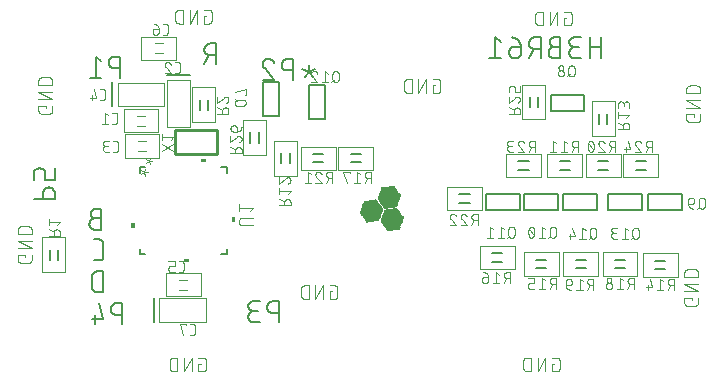
<source format=gbr>
G04 EAGLE Gerber RS-274X export*
G75*
%MOMM*%
%FSLAX34Y34*%
%LPD*%
%INSilkscreen Bottom*%
%IPPOS*%
%AMOC8*
5,1,8,0,0,1.08239X$1,22.5*%
G01*
%ADD10C,0.152400*%
%ADD11R,0.751331X0.014731*%
%ADD12R,0.883919X0.014731*%
%ADD13R,1.001775X0.014731*%
%ADD14R,1.119631X0.014731*%
%ADD15R,1.134363X0.014731*%
%ADD16R,1.149094X0.014731*%
%ADD17R,1.163825X0.014731*%
%ADD18R,1.178556X0.014731*%
%ADD19R,1.193288X0.014731*%
%ADD20R,1.222756X0.014731*%
%ADD21R,1.237488X0.014731*%
%ADD22R,1.266950X0.014731*%
%ADD23R,1.281681X0.014731*%
%ADD24R,1.311144X0.014731*%
%ADD25R,1.325881X0.014731*%
%ADD26R,1.355344X0.014731*%
%ADD27R,1.370075X0.014731*%
%ADD28R,1.384806X0.014731*%
%ADD29R,1.399538X0.014731*%
%ADD30R,1.414275X0.014731*%
%ADD31R,1.443738X0.014731*%
%ADD32R,1.458469X0.014731*%
%ADD33R,1.487931X0.014731*%
%ADD34R,1.502663X0.014731*%
%ADD35R,1.517394X0.014731*%
%ADD36R,1.532125X0.014731*%
%ADD37R,1.546856X0.014731*%
%ADD38R,1.576319X0.014731*%
%ADD39R,1.605788X0.014731*%
%ADD40R,1.620519X0.014731*%
%ADD41R,1.649981X0.014731*%
%ADD42R,1.664713X0.014731*%
%ADD43R,1.694175X0.014731*%
%ADD44R,1.708913X0.014731*%
%ADD45R,1.738375X0.014731*%
%ADD46R,1.753106X0.014731*%
%ADD47R,1.767838X0.014731*%
%ADD48R,1.782569X0.014731*%
%ADD49R,1.797306X0.014731*%
%ADD50R,0.117856X0.014731*%
%ADD51R,1.826769X0.014731*%
%ADD52R,0.235713X0.014731*%
%ADD53R,0.353569X0.014731*%
%ADD54R,1.856231X0.014731*%
%ADD55R,0.486156X0.014731*%
%ADD56R,1.870963X0.014731*%
%ADD57R,0.604013X0.014731*%
%ADD58R,0.721869X0.014731*%
%ADD59R,1.885694X0.014731*%
%ADD60R,0.839719X0.014731*%
%ADD61R,0.972306X0.014731*%
%ADD62R,1.090169X0.014731*%
%ADD63R,1.208025X0.014731*%
%ADD64R,1.252219X0.014731*%
%ADD65R,1.296412X0.014731*%
%ADD66R,1.340612X0.014731*%
%ADD67R,1.826763X0.014731*%
%ADD68R,1.414269X0.014731*%
%ADD69R,1.812031X0.014731*%
%ADD70R,1.429000X0.014731*%
%ADD71R,1.458462X0.014731*%
%ADD72R,1.473200X0.014731*%
%ADD73R,1.723644X0.014731*%
%ADD74R,1.694181X0.014731*%
%ADD75R,1.679450X0.014731*%
%ADD76R,1.561594X0.014731*%
%ADD77R,1.576325X0.014731*%
%ADD78R,1.591056X0.014731*%
%ADD79R,1.635250X0.014731*%
%ADD80R,1.561588X0.014731*%
%ADD81R,1.443731X0.014731*%
%ADD82R,1.797300X0.014731*%
%ADD83R,1.841500X0.014731*%
%ADD84R,1.311150X0.014731*%
%ADD85R,1.296419X0.014731*%
%ADD86R,1.193294X0.014731*%
%ADD87R,0.957575X0.014731*%
%ADD88R,0.589281X0.014731*%
%ADD89R,0.471425X0.014731*%
%ADD90R,0.220975X0.014731*%
%ADD91R,1.812038X0.014731*%
%ADD92R,0.103119X0.014731*%
%ADD93R,0.029463X0.014731*%
%ADD94R,0.162050X0.014731*%
%ADD95R,0.265175X0.014731*%
%ADD96R,0.397763X0.014731*%
%ADD97R,0.515619X0.014731*%
%ADD98R,0.648206X0.014731*%
%ADD99R,1.679444X0.014731*%
%ADD100R,1.016506X0.014731*%
%ADD101R,1.104900X0.014731*%
%ADD102R,1.222750X0.014731*%
%ADD103R,1.429006X0.014731*%
%ADD104R,1.208019X0.014731*%
%ADD105R,0.987044X0.014731*%
%ADD106R,0.854456X0.014731*%
%ADD107R,0.618744X0.014731*%
%ADD108R,0.500888X0.014731*%
%ADD109R,0.368300X0.014731*%
%ADD110R,0.132587X0.014731*%
%ADD111R,0.014731X0.014731*%
%ADD112R,1.664719X0.014731*%
%ADD113R,1.075438X0.014731*%
%ADD114R,0.942844X0.014731*%
%ADD115R,0.707131X0.014731*%
%ADD116R,0.456694X0.014731*%
%ADD117R,0.088388X0.014731*%
%ADD118C,0.101600*%
%ADD119C,0.076200*%
%ADD120C,0.254000*%
%ADD121C,0.050800*%

G36*
X161492Y227554D02*
X161492Y227554D01*
X161494Y227553D01*
X161537Y227573D01*
X161581Y227591D01*
X161582Y227593D01*
X161584Y227594D01*
X161617Y227679D01*
X161617Y230219D01*
X161616Y230221D01*
X161616Y230223D01*
X161597Y230266D01*
X161578Y230310D01*
X161576Y230311D01*
X161575Y230313D01*
X161490Y230346D01*
X157680Y230346D01*
X157678Y230345D01*
X157676Y230345D01*
X157633Y230326D01*
X157590Y230307D01*
X157589Y230305D01*
X157587Y230304D01*
X157554Y230219D01*
X157554Y227679D01*
X157555Y227677D01*
X157554Y227675D01*
X157574Y227632D01*
X157592Y227589D01*
X157594Y227588D01*
X157595Y227586D01*
X157680Y227553D01*
X161490Y227553D01*
X161492Y227554D01*
G37*
G36*
X185771Y176999D02*
X185771Y176999D01*
X185773Y176998D01*
X185816Y177018D01*
X185860Y177036D01*
X185861Y177038D01*
X185863Y177039D01*
X185896Y177124D01*
X185896Y180934D01*
X185895Y180936D01*
X185895Y180938D01*
X185876Y180981D01*
X185857Y181025D01*
X185855Y181026D01*
X185854Y181028D01*
X185769Y181061D01*
X183229Y181061D01*
X183227Y181060D01*
X183225Y181060D01*
X183182Y181041D01*
X183139Y181022D01*
X183138Y181020D01*
X183136Y181019D01*
X183103Y180934D01*
X183103Y177124D01*
X183104Y177122D01*
X183103Y177120D01*
X183123Y177077D01*
X183141Y177034D01*
X183143Y177033D01*
X183144Y177031D01*
X183229Y176998D01*
X185769Y176998D01*
X185771Y176999D01*
G37*
G36*
X100935Y171998D02*
X100935Y171998D01*
X100937Y171997D01*
X100980Y172017D01*
X101024Y172035D01*
X101025Y172037D01*
X101027Y172038D01*
X101060Y172123D01*
X101060Y175933D01*
X101059Y175935D01*
X101059Y175937D01*
X101040Y175980D01*
X101021Y176024D01*
X101019Y176025D01*
X101018Y176027D01*
X100933Y176060D01*
X98393Y176060D01*
X98391Y176059D01*
X98389Y176059D01*
X98346Y176040D01*
X98303Y176021D01*
X98302Y176019D01*
X98300Y176018D01*
X98267Y175933D01*
X98267Y172123D01*
X98268Y172121D01*
X98267Y172119D01*
X98287Y172076D01*
X98305Y172033D01*
X98307Y172032D01*
X98308Y172030D01*
X98393Y171997D01*
X100933Y171997D01*
X100935Y171998D01*
G37*
G36*
X146489Y142718D02*
X146489Y142718D01*
X146491Y142717D01*
X146534Y142737D01*
X146578Y142755D01*
X146579Y142757D01*
X146581Y142758D01*
X146614Y142843D01*
X146614Y145383D01*
X146613Y145385D01*
X146613Y145387D01*
X146594Y145430D01*
X146575Y145474D01*
X146573Y145475D01*
X146572Y145477D01*
X146487Y145510D01*
X142677Y145510D01*
X142675Y145509D01*
X142673Y145509D01*
X142630Y145490D01*
X142587Y145471D01*
X142586Y145469D01*
X142584Y145468D01*
X142551Y145383D01*
X142551Y142843D01*
X142552Y142841D01*
X142551Y142839D01*
X142571Y142796D01*
X142589Y142753D01*
X142591Y142752D01*
X142592Y142750D01*
X142677Y142717D01*
X146487Y142717D01*
X146489Y142718D01*
G37*
D10*
X88932Y299212D02*
X88932Y316992D01*
X83993Y316992D01*
X83853Y316990D01*
X83714Y316984D01*
X83574Y316974D01*
X83435Y316960D01*
X83296Y316943D01*
X83158Y316921D01*
X83021Y316895D01*
X82884Y316866D01*
X82748Y316833D01*
X82614Y316796D01*
X82480Y316755D01*
X82348Y316710D01*
X82216Y316661D01*
X82087Y316609D01*
X81959Y316554D01*
X81832Y316494D01*
X81707Y316431D01*
X81584Y316365D01*
X81463Y316295D01*
X81344Y316222D01*
X81227Y316145D01*
X81113Y316065D01*
X81000Y315982D01*
X80890Y315896D01*
X80783Y315806D01*
X80678Y315714D01*
X80576Y315619D01*
X80476Y315521D01*
X80379Y315420D01*
X80285Y315316D01*
X80195Y315210D01*
X80107Y315101D01*
X80022Y314990D01*
X79941Y314876D01*
X79862Y314761D01*
X79787Y314643D01*
X79716Y314523D01*
X79648Y314400D01*
X79583Y314277D01*
X79522Y314151D01*
X79464Y314023D01*
X79410Y313895D01*
X79360Y313764D01*
X79313Y313632D01*
X79270Y313499D01*
X79231Y313365D01*
X79196Y313230D01*
X79165Y313094D01*
X79137Y312956D01*
X79114Y312819D01*
X79094Y312680D01*
X79078Y312541D01*
X79066Y312402D01*
X79058Y312263D01*
X79054Y312123D01*
X79054Y311983D01*
X79058Y311843D01*
X79066Y311704D01*
X79078Y311565D01*
X79094Y311426D01*
X79114Y311287D01*
X79137Y311150D01*
X79165Y311012D01*
X79196Y310876D01*
X79231Y310741D01*
X79270Y310607D01*
X79313Y310474D01*
X79360Y310342D01*
X79410Y310211D01*
X79464Y310083D01*
X79522Y309955D01*
X79583Y309829D01*
X79648Y309706D01*
X79716Y309584D01*
X79787Y309463D01*
X79862Y309345D01*
X79941Y309230D01*
X80022Y309116D01*
X80107Y309005D01*
X80195Y308896D01*
X80285Y308790D01*
X80379Y308686D01*
X80476Y308585D01*
X80576Y308487D01*
X80678Y308392D01*
X80783Y308300D01*
X80890Y308210D01*
X81000Y308124D01*
X81113Y308041D01*
X81227Y307961D01*
X81344Y307884D01*
X81463Y307811D01*
X81584Y307741D01*
X81707Y307675D01*
X81832Y307612D01*
X81959Y307552D01*
X82087Y307497D01*
X82216Y307445D01*
X82348Y307396D01*
X82480Y307351D01*
X82614Y307310D01*
X82748Y307273D01*
X82884Y307240D01*
X83021Y307211D01*
X83158Y307185D01*
X83296Y307163D01*
X83435Y307146D01*
X83574Y307132D01*
X83714Y307122D01*
X83853Y307116D01*
X83993Y307114D01*
X88932Y307114D01*
X72937Y313041D02*
X67998Y316992D01*
X67998Y299212D01*
X72937Y299212D02*
X63059Y299212D01*
X248516Y304285D02*
X248516Y310212D01*
X248516Y304285D02*
X245059Y299840D01*
X248516Y304285D02*
X251974Y299840D01*
X248516Y304285D02*
X243084Y306261D01*
X248516Y304285D02*
X253949Y306261D01*
X235391Y297371D02*
X235391Y315151D01*
X230452Y315151D01*
X230312Y315149D01*
X230173Y315143D01*
X230033Y315133D01*
X229894Y315119D01*
X229755Y315102D01*
X229617Y315080D01*
X229480Y315054D01*
X229343Y315025D01*
X229207Y314992D01*
X229073Y314955D01*
X228939Y314914D01*
X228807Y314869D01*
X228675Y314820D01*
X228546Y314768D01*
X228418Y314713D01*
X228291Y314653D01*
X228166Y314590D01*
X228043Y314524D01*
X227922Y314454D01*
X227803Y314381D01*
X227686Y314304D01*
X227572Y314224D01*
X227459Y314141D01*
X227349Y314055D01*
X227242Y313965D01*
X227137Y313873D01*
X227035Y313778D01*
X226935Y313680D01*
X226838Y313579D01*
X226744Y313475D01*
X226654Y313369D01*
X226566Y313260D01*
X226481Y313149D01*
X226400Y313035D01*
X226321Y312920D01*
X226246Y312802D01*
X226175Y312682D01*
X226107Y312559D01*
X226042Y312436D01*
X225981Y312310D01*
X225923Y312182D01*
X225869Y312054D01*
X225819Y311923D01*
X225772Y311791D01*
X225729Y311658D01*
X225690Y311524D01*
X225655Y311389D01*
X225624Y311253D01*
X225596Y311115D01*
X225573Y310978D01*
X225553Y310839D01*
X225537Y310700D01*
X225525Y310561D01*
X225517Y310422D01*
X225513Y310282D01*
X225513Y310142D01*
X225517Y310002D01*
X225525Y309863D01*
X225537Y309724D01*
X225553Y309585D01*
X225573Y309446D01*
X225596Y309309D01*
X225624Y309171D01*
X225655Y309035D01*
X225690Y308900D01*
X225729Y308766D01*
X225772Y308633D01*
X225819Y308501D01*
X225869Y308370D01*
X225923Y308242D01*
X225981Y308114D01*
X226042Y307988D01*
X226107Y307865D01*
X226175Y307743D01*
X226246Y307622D01*
X226321Y307504D01*
X226400Y307389D01*
X226481Y307275D01*
X226566Y307164D01*
X226654Y307055D01*
X226744Y306949D01*
X226838Y306845D01*
X226935Y306744D01*
X227035Y306646D01*
X227137Y306551D01*
X227242Y306459D01*
X227349Y306369D01*
X227459Y306283D01*
X227572Y306200D01*
X227686Y306120D01*
X227803Y306043D01*
X227922Y305970D01*
X228043Y305900D01*
X228166Y305834D01*
X228291Y305771D01*
X228418Y305711D01*
X228546Y305656D01*
X228675Y305604D01*
X228807Y305555D01*
X228939Y305510D01*
X229073Y305469D01*
X229207Y305432D01*
X229343Y305399D01*
X229480Y305370D01*
X229617Y305344D01*
X229755Y305322D01*
X229894Y305305D01*
X230033Y305291D01*
X230173Y305281D01*
X230312Y305275D01*
X230452Y305273D01*
X235391Y305273D01*
X213963Y315151D02*
X213831Y315149D01*
X213700Y315143D01*
X213568Y315133D01*
X213437Y315120D01*
X213307Y315102D01*
X213177Y315081D01*
X213047Y315056D01*
X212919Y315027D01*
X212791Y314994D01*
X212665Y314957D01*
X212539Y314917D01*
X212415Y314873D01*
X212292Y314825D01*
X212171Y314774D01*
X212051Y314719D01*
X211933Y314661D01*
X211817Y314599D01*
X211703Y314533D01*
X211590Y314465D01*
X211480Y314393D01*
X211372Y314318D01*
X211266Y314239D01*
X211162Y314158D01*
X211061Y314073D01*
X210963Y313986D01*
X210867Y313895D01*
X210774Y313802D01*
X210683Y313706D01*
X210596Y313608D01*
X210511Y313507D01*
X210430Y313403D01*
X210351Y313297D01*
X210276Y313189D01*
X210204Y313079D01*
X210136Y312966D01*
X210070Y312852D01*
X210008Y312736D01*
X209950Y312618D01*
X209895Y312498D01*
X209844Y312377D01*
X209796Y312254D01*
X209752Y312130D01*
X209712Y312004D01*
X209675Y311878D01*
X209642Y311750D01*
X209613Y311622D01*
X209588Y311492D01*
X209567Y311362D01*
X209549Y311232D01*
X209536Y311101D01*
X209526Y310969D01*
X209520Y310838D01*
X209518Y310706D01*
X213963Y315151D02*
X214113Y315149D01*
X214262Y315143D01*
X214411Y315133D01*
X214560Y315120D01*
X214709Y315102D01*
X214857Y315081D01*
X215005Y315055D01*
X215151Y315026D01*
X215297Y314993D01*
X215442Y314956D01*
X215586Y314915D01*
X215729Y314871D01*
X215871Y314823D01*
X216011Y314771D01*
X216150Y314716D01*
X216288Y314657D01*
X216423Y314594D01*
X216558Y314528D01*
X216690Y314458D01*
X216820Y314385D01*
X216949Y314308D01*
X217076Y314228D01*
X217200Y314145D01*
X217322Y314059D01*
X217442Y313969D01*
X217559Y313876D01*
X217674Y313781D01*
X217787Y313682D01*
X217897Y313580D01*
X218004Y313476D01*
X218108Y313369D01*
X218210Y313259D01*
X218308Y313146D01*
X218404Y313031D01*
X218496Y312913D01*
X218586Y312793D01*
X218672Y312671D01*
X218755Y312547D01*
X218835Y312420D01*
X218911Y312292D01*
X218984Y312161D01*
X219054Y312028D01*
X219120Y311894D01*
X219182Y311758D01*
X219241Y311621D01*
X219297Y311482D01*
X219348Y311341D01*
X219396Y311200D01*
X211001Y307249D02*
X210905Y307342D01*
X210813Y307438D01*
X210723Y307537D01*
X210636Y307638D01*
X210552Y307741D01*
X210470Y307846D01*
X210392Y307954D01*
X210317Y308064D01*
X210244Y308176D01*
X210175Y308290D01*
X210109Y308406D01*
X210047Y308524D01*
X209988Y308643D01*
X209932Y308764D01*
X209879Y308887D01*
X209830Y309011D01*
X209785Y309136D01*
X209742Y309263D01*
X209704Y309390D01*
X209669Y309519D01*
X209638Y309648D01*
X209610Y309779D01*
X209586Y309910D01*
X209565Y310042D01*
X209549Y310174D01*
X209536Y310307D01*
X209526Y310440D01*
X209521Y310573D01*
X209519Y310706D01*
X211000Y307248D02*
X219396Y297371D01*
X209518Y297371D01*
X33369Y196409D02*
X15589Y196409D01*
X33369Y196409D02*
X33369Y201348D01*
X33367Y201488D01*
X33361Y201627D01*
X33351Y201767D01*
X33337Y201906D01*
X33320Y202045D01*
X33298Y202183D01*
X33272Y202320D01*
X33243Y202457D01*
X33210Y202593D01*
X33173Y202727D01*
X33132Y202861D01*
X33087Y202993D01*
X33038Y203125D01*
X32986Y203254D01*
X32931Y203382D01*
X32871Y203509D01*
X32808Y203634D01*
X32742Y203757D01*
X32672Y203878D01*
X32599Y203997D01*
X32522Y204114D01*
X32442Y204228D01*
X32359Y204341D01*
X32273Y204451D01*
X32183Y204558D01*
X32091Y204663D01*
X31996Y204765D01*
X31898Y204865D01*
X31797Y204962D01*
X31693Y205056D01*
X31587Y205146D01*
X31478Y205234D01*
X31367Y205319D01*
X31253Y205400D01*
X31138Y205479D01*
X31020Y205554D01*
X30900Y205625D01*
X30777Y205693D01*
X30654Y205758D01*
X30528Y205819D01*
X30400Y205877D01*
X30272Y205931D01*
X30141Y205981D01*
X30009Y206028D01*
X29876Y206071D01*
X29742Y206110D01*
X29607Y206145D01*
X29471Y206176D01*
X29333Y206204D01*
X29196Y206227D01*
X29057Y206247D01*
X28918Y206263D01*
X28779Y206275D01*
X28640Y206283D01*
X28500Y206287D01*
X28360Y206287D01*
X28220Y206283D01*
X28081Y206275D01*
X27942Y206263D01*
X27803Y206247D01*
X27664Y206227D01*
X27527Y206204D01*
X27389Y206176D01*
X27253Y206145D01*
X27118Y206110D01*
X26984Y206071D01*
X26851Y206028D01*
X26719Y205981D01*
X26588Y205931D01*
X26460Y205877D01*
X26332Y205819D01*
X26206Y205758D01*
X26083Y205693D01*
X25960Y205625D01*
X25840Y205554D01*
X25722Y205479D01*
X25607Y205400D01*
X25493Y205319D01*
X25382Y205234D01*
X25273Y205146D01*
X25167Y205056D01*
X25063Y204962D01*
X24962Y204865D01*
X24864Y204765D01*
X24769Y204663D01*
X24677Y204558D01*
X24587Y204451D01*
X24501Y204341D01*
X24418Y204228D01*
X24338Y204114D01*
X24261Y203997D01*
X24188Y203878D01*
X24118Y203757D01*
X24052Y203634D01*
X23989Y203509D01*
X23929Y203382D01*
X23874Y203254D01*
X23822Y203125D01*
X23773Y202993D01*
X23728Y202861D01*
X23687Y202727D01*
X23650Y202593D01*
X23617Y202457D01*
X23588Y202320D01*
X23562Y202183D01*
X23540Y202045D01*
X23523Y201906D01*
X23509Y201767D01*
X23499Y201627D01*
X23493Y201488D01*
X23491Y201348D01*
X23491Y196409D01*
X15589Y212404D02*
X15589Y218331D01*
X15591Y218455D01*
X15597Y218579D01*
X15607Y218703D01*
X15620Y218826D01*
X15638Y218949D01*
X15659Y219071D01*
X15684Y219193D01*
X15713Y219314D01*
X15746Y219433D01*
X15782Y219552D01*
X15823Y219669D01*
X15866Y219785D01*
X15914Y219900D01*
X15965Y220013D01*
X16020Y220125D01*
X16078Y220234D01*
X16139Y220342D01*
X16204Y220448D01*
X16272Y220552D01*
X16344Y220653D01*
X16418Y220753D01*
X16496Y220849D01*
X16576Y220944D01*
X16660Y221036D01*
X16746Y221125D01*
X16835Y221211D01*
X16927Y221295D01*
X17022Y221375D01*
X17118Y221453D01*
X17218Y221527D01*
X17319Y221599D01*
X17423Y221667D01*
X17529Y221732D01*
X17637Y221793D01*
X17746Y221851D01*
X17858Y221906D01*
X17971Y221957D01*
X18086Y222005D01*
X18202Y222048D01*
X18319Y222089D01*
X18438Y222125D01*
X18557Y222158D01*
X18678Y222187D01*
X18800Y222212D01*
X18922Y222233D01*
X19045Y222251D01*
X19168Y222264D01*
X19292Y222274D01*
X19416Y222280D01*
X19540Y222282D01*
X21516Y222282D01*
X21640Y222280D01*
X21764Y222274D01*
X21888Y222264D01*
X22011Y222251D01*
X22134Y222233D01*
X22256Y222212D01*
X22378Y222187D01*
X22499Y222158D01*
X22618Y222125D01*
X22737Y222089D01*
X22854Y222048D01*
X22970Y222005D01*
X23085Y221957D01*
X23198Y221906D01*
X23310Y221851D01*
X23419Y221793D01*
X23527Y221732D01*
X23633Y221667D01*
X23737Y221599D01*
X23838Y221527D01*
X23938Y221453D01*
X24034Y221375D01*
X24129Y221295D01*
X24221Y221211D01*
X24310Y221125D01*
X24396Y221036D01*
X24480Y220944D01*
X24560Y220849D01*
X24638Y220753D01*
X24712Y220653D01*
X24784Y220552D01*
X24852Y220448D01*
X24917Y220342D01*
X24978Y220234D01*
X25036Y220125D01*
X25091Y220013D01*
X25142Y219900D01*
X25190Y219785D01*
X25233Y219669D01*
X25274Y219552D01*
X25310Y219433D01*
X25343Y219314D01*
X25372Y219193D01*
X25397Y219071D01*
X25418Y218949D01*
X25436Y218826D01*
X25449Y218703D01*
X25459Y218579D01*
X25465Y218455D01*
X25467Y218331D01*
X25467Y212404D01*
X33369Y212404D01*
X33369Y222282D01*
X90519Y108236D02*
X90519Y90456D01*
X90519Y108236D02*
X85580Y108236D01*
X85440Y108234D01*
X85301Y108228D01*
X85161Y108218D01*
X85022Y108204D01*
X84883Y108187D01*
X84745Y108165D01*
X84608Y108139D01*
X84471Y108110D01*
X84335Y108077D01*
X84201Y108040D01*
X84067Y107999D01*
X83935Y107954D01*
X83803Y107905D01*
X83674Y107853D01*
X83546Y107798D01*
X83419Y107738D01*
X83294Y107675D01*
X83171Y107609D01*
X83050Y107539D01*
X82931Y107466D01*
X82814Y107389D01*
X82700Y107309D01*
X82587Y107226D01*
X82477Y107140D01*
X82370Y107050D01*
X82265Y106958D01*
X82163Y106863D01*
X82063Y106765D01*
X81966Y106664D01*
X81872Y106560D01*
X81782Y106454D01*
X81694Y106345D01*
X81609Y106234D01*
X81528Y106120D01*
X81449Y106005D01*
X81374Y105887D01*
X81303Y105766D01*
X81235Y105644D01*
X81170Y105521D01*
X81109Y105395D01*
X81051Y105267D01*
X80997Y105139D01*
X80947Y105008D01*
X80900Y104876D01*
X80857Y104743D01*
X80818Y104609D01*
X80783Y104474D01*
X80752Y104338D01*
X80724Y104200D01*
X80701Y104063D01*
X80681Y103924D01*
X80665Y103785D01*
X80653Y103646D01*
X80645Y103507D01*
X80641Y103367D01*
X80641Y103227D01*
X80645Y103087D01*
X80653Y102948D01*
X80665Y102809D01*
X80681Y102670D01*
X80701Y102531D01*
X80724Y102394D01*
X80752Y102256D01*
X80783Y102120D01*
X80818Y101985D01*
X80857Y101851D01*
X80900Y101718D01*
X80947Y101586D01*
X80997Y101455D01*
X81051Y101327D01*
X81109Y101199D01*
X81170Y101073D01*
X81235Y100950D01*
X81303Y100827D01*
X81374Y100707D01*
X81449Y100589D01*
X81528Y100474D01*
X81609Y100360D01*
X81694Y100249D01*
X81782Y100140D01*
X81872Y100034D01*
X81966Y99930D01*
X82063Y99829D01*
X82163Y99731D01*
X82265Y99636D01*
X82370Y99544D01*
X82477Y99454D01*
X82587Y99368D01*
X82700Y99285D01*
X82814Y99205D01*
X82931Y99128D01*
X83050Y99055D01*
X83171Y98985D01*
X83294Y98919D01*
X83419Y98856D01*
X83546Y98796D01*
X83674Y98741D01*
X83803Y98689D01*
X83935Y98640D01*
X84067Y98595D01*
X84201Y98554D01*
X84335Y98517D01*
X84471Y98484D01*
X84608Y98455D01*
X84745Y98429D01*
X84883Y98407D01*
X85022Y98390D01*
X85161Y98376D01*
X85301Y98366D01*
X85440Y98360D01*
X85580Y98358D01*
X90519Y98358D01*
X74524Y94407D02*
X70573Y108236D01*
X74524Y94407D02*
X64646Y94407D01*
X67610Y98358D02*
X67610Y90456D01*
X223076Y92043D02*
X223076Y109823D01*
X218137Y109823D01*
X217997Y109821D01*
X217858Y109815D01*
X217718Y109805D01*
X217579Y109791D01*
X217440Y109774D01*
X217302Y109752D01*
X217165Y109726D01*
X217028Y109697D01*
X216892Y109664D01*
X216758Y109627D01*
X216624Y109586D01*
X216492Y109541D01*
X216360Y109492D01*
X216231Y109440D01*
X216103Y109385D01*
X215976Y109325D01*
X215851Y109262D01*
X215728Y109196D01*
X215607Y109126D01*
X215488Y109053D01*
X215371Y108976D01*
X215257Y108896D01*
X215144Y108813D01*
X215034Y108727D01*
X214927Y108637D01*
X214822Y108545D01*
X214720Y108450D01*
X214620Y108352D01*
X214523Y108251D01*
X214429Y108147D01*
X214339Y108041D01*
X214251Y107932D01*
X214166Y107821D01*
X214085Y107707D01*
X214006Y107592D01*
X213931Y107474D01*
X213860Y107353D01*
X213792Y107231D01*
X213727Y107108D01*
X213666Y106982D01*
X213608Y106854D01*
X213554Y106726D01*
X213504Y106595D01*
X213457Y106463D01*
X213414Y106330D01*
X213375Y106196D01*
X213340Y106061D01*
X213309Y105925D01*
X213281Y105787D01*
X213258Y105650D01*
X213238Y105511D01*
X213222Y105372D01*
X213210Y105233D01*
X213202Y105094D01*
X213198Y104954D01*
X213198Y104814D01*
X213202Y104674D01*
X213210Y104535D01*
X213222Y104396D01*
X213238Y104257D01*
X213258Y104118D01*
X213281Y103981D01*
X213309Y103843D01*
X213340Y103707D01*
X213375Y103572D01*
X213414Y103438D01*
X213457Y103305D01*
X213504Y103173D01*
X213554Y103042D01*
X213608Y102914D01*
X213666Y102786D01*
X213727Y102660D01*
X213792Y102537D01*
X213860Y102414D01*
X213931Y102294D01*
X214006Y102176D01*
X214085Y102061D01*
X214166Y101947D01*
X214251Y101836D01*
X214339Y101727D01*
X214429Y101621D01*
X214523Y101517D01*
X214620Y101416D01*
X214720Y101318D01*
X214822Y101223D01*
X214927Y101131D01*
X215034Y101041D01*
X215144Y100955D01*
X215257Y100872D01*
X215371Y100792D01*
X215488Y100715D01*
X215607Y100642D01*
X215728Y100572D01*
X215851Y100506D01*
X215976Y100443D01*
X216103Y100383D01*
X216231Y100328D01*
X216360Y100276D01*
X216492Y100227D01*
X216624Y100182D01*
X216758Y100141D01*
X216892Y100104D01*
X217028Y100071D01*
X217165Y100042D01*
X217302Y100016D01*
X217440Y99994D01*
X217579Y99977D01*
X217718Y99963D01*
X217858Y99953D01*
X217997Y99947D01*
X218137Y99945D01*
X223076Y99945D01*
X207080Y92043D02*
X202142Y92043D01*
X202002Y92045D01*
X201863Y92051D01*
X201723Y92061D01*
X201584Y92075D01*
X201445Y92092D01*
X201307Y92114D01*
X201170Y92140D01*
X201033Y92169D01*
X200897Y92202D01*
X200763Y92239D01*
X200629Y92280D01*
X200497Y92325D01*
X200365Y92374D01*
X200236Y92426D01*
X200108Y92481D01*
X199981Y92541D01*
X199856Y92604D01*
X199733Y92670D01*
X199612Y92740D01*
X199493Y92813D01*
X199376Y92890D01*
X199262Y92970D01*
X199149Y93053D01*
X199039Y93139D01*
X198932Y93229D01*
X198827Y93321D01*
X198725Y93416D01*
X198625Y93514D01*
X198528Y93615D01*
X198434Y93719D01*
X198344Y93825D01*
X198256Y93934D01*
X198171Y94045D01*
X198090Y94159D01*
X198011Y94274D01*
X197936Y94392D01*
X197865Y94512D01*
X197797Y94635D01*
X197732Y94758D01*
X197671Y94884D01*
X197613Y95012D01*
X197559Y95140D01*
X197509Y95271D01*
X197462Y95403D01*
X197419Y95536D01*
X197380Y95670D01*
X197345Y95805D01*
X197314Y95941D01*
X197286Y96079D01*
X197263Y96216D01*
X197243Y96355D01*
X197227Y96494D01*
X197215Y96633D01*
X197207Y96772D01*
X197203Y96912D01*
X197203Y97052D01*
X197207Y97192D01*
X197215Y97331D01*
X197227Y97470D01*
X197243Y97609D01*
X197263Y97748D01*
X197286Y97885D01*
X197314Y98023D01*
X197345Y98159D01*
X197380Y98294D01*
X197419Y98428D01*
X197462Y98561D01*
X197509Y98693D01*
X197559Y98824D01*
X197613Y98952D01*
X197671Y99080D01*
X197732Y99206D01*
X197797Y99329D01*
X197865Y99451D01*
X197936Y99572D01*
X198011Y99690D01*
X198090Y99805D01*
X198171Y99919D01*
X198256Y100030D01*
X198344Y100139D01*
X198434Y100245D01*
X198528Y100349D01*
X198625Y100450D01*
X198725Y100548D01*
X198827Y100643D01*
X198932Y100735D01*
X199039Y100825D01*
X199149Y100911D01*
X199262Y100994D01*
X199376Y101074D01*
X199493Y101151D01*
X199612Y101224D01*
X199733Y101294D01*
X199856Y101360D01*
X199981Y101423D01*
X200108Y101483D01*
X200236Y101538D01*
X200365Y101590D01*
X200497Y101639D01*
X200629Y101684D01*
X200763Y101725D01*
X200897Y101762D01*
X201033Y101795D01*
X201170Y101824D01*
X201307Y101850D01*
X201445Y101872D01*
X201584Y101889D01*
X201723Y101903D01*
X201863Y101913D01*
X202002Y101919D01*
X202142Y101921D01*
X201154Y109823D02*
X207080Y109823D01*
X201154Y109823D02*
X201030Y109821D01*
X200906Y109815D01*
X200782Y109805D01*
X200659Y109792D01*
X200536Y109774D01*
X200414Y109753D01*
X200292Y109728D01*
X200171Y109699D01*
X200052Y109666D01*
X199933Y109630D01*
X199816Y109589D01*
X199700Y109546D01*
X199585Y109498D01*
X199472Y109447D01*
X199360Y109392D01*
X199251Y109334D01*
X199143Y109273D01*
X199037Y109208D01*
X198933Y109140D01*
X198832Y109068D01*
X198732Y108994D01*
X198636Y108916D01*
X198541Y108836D01*
X198449Y108752D01*
X198360Y108666D01*
X198274Y108577D01*
X198190Y108485D01*
X198110Y108390D01*
X198032Y108294D01*
X197958Y108194D01*
X197886Y108093D01*
X197818Y107989D01*
X197753Y107883D01*
X197692Y107775D01*
X197634Y107666D01*
X197579Y107554D01*
X197528Y107441D01*
X197480Y107326D01*
X197437Y107210D01*
X197396Y107093D01*
X197360Y106974D01*
X197327Y106855D01*
X197298Y106734D01*
X197273Y106612D01*
X197252Y106490D01*
X197234Y106367D01*
X197221Y106244D01*
X197211Y106120D01*
X197205Y105996D01*
X197203Y105872D01*
X197205Y105748D01*
X197211Y105624D01*
X197221Y105500D01*
X197234Y105377D01*
X197252Y105254D01*
X197273Y105132D01*
X197298Y105010D01*
X197327Y104889D01*
X197360Y104770D01*
X197396Y104651D01*
X197437Y104534D01*
X197480Y104418D01*
X197528Y104303D01*
X197579Y104190D01*
X197634Y104078D01*
X197692Y103969D01*
X197753Y103861D01*
X197818Y103755D01*
X197886Y103651D01*
X197958Y103550D01*
X198032Y103450D01*
X198110Y103354D01*
X198190Y103259D01*
X198274Y103167D01*
X198360Y103078D01*
X198449Y102992D01*
X198541Y102908D01*
X198636Y102828D01*
X198732Y102750D01*
X198832Y102676D01*
X198933Y102604D01*
X199037Y102536D01*
X199143Y102471D01*
X199251Y102410D01*
X199360Y102352D01*
X199472Y102297D01*
X199585Y102246D01*
X199700Y102198D01*
X199816Y102155D01*
X199933Y102114D01*
X200052Y102078D01*
X200171Y102045D01*
X200292Y102016D01*
X200414Y101991D01*
X200536Y101970D01*
X200659Y101952D01*
X200782Y101939D01*
X200906Y101929D01*
X201030Y101923D01*
X201154Y101921D01*
X205105Y101921D01*
D11*
X318221Y170028D03*
D12*
X318737Y170175D03*
D13*
X319179Y170322D03*
D14*
X319621Y170470D03*
D15*
X319695Y170617D03*
D16*
X319621Y170764D03*
D17*
X319547Y170912D03*
D18*
X319621Y171059D03*
D19*
X319547Y171206D03*
D20*
X319547Y171353D03*
D21*
X319474Y171501D03*
X319474Y171648D03*
D22*
X319474Y171795D03*
D23*
X319400Y171943D03*
D24*
X319400Y172090D03*
X319400Y172237D03*
D25*
X319326Y172385D03*
D26*
X319326Y172532D03*
D27*
X319253Y172679D03*
D28*
X319326Y172827D03*
D29*
X319253Y172974D03*
D30*
X319179Y173121D03*
D31*
X319179Y173269D03*
X319179Y173416D03*
D32*
X319105Y173563D03*
D33*
X319105Y173711D03*
D34*
X319032Y173858D03*
D35*
X319105Y174005D03*
D36*
X319032Y174153D03*
D37*
X318958Y174300D03*
D38*
X318958Y174447D03*
X318958Y174595D03*
D39*
X318958Y174742D03*
D40*
X318884Y174889D03*
X318884Y175036D03*
D41*
X318884Y175184D03*
D42*
X318811Y175331D03*
D43*
X318811Y175478D03*
X318811Y175626D03*
D44*
X318737Y175773D03*
D45*
X318737Y175920D03*
D46*
X318663Y176068D03*
D47*
X318737Y176215D03*
D48*
X318663Y176362D03*
D49*
X318590Y176510D03*
D50*
X298112Y176510D03*
D51*
X318590Y176657D03*
D52*
X298701Y176657D03*
D51*
X318590Y176804D03*
D53*
X299143Y176804D03*
D54*
X318590Y176952D03*
D55*
X299659Y176952D03*
D56*
X318516Y177099D03*
D57*
X300101Y177099D03*
D56*
X318516Y177246D03*
D58*
X300690Y177246D03*
D59*
X318590Y177394D03*
D60*
X301132Y177394D03*
D59*
X318590Y177541D03*
D61*
X301648Y177541D03*
D56*
X318663Y177688D03*
D62*
X302090Y177688D03*
D59*
X318737Y177836D03*
D14*
X302237Y177836D03*
D59*
X318737Y177983D03*
D16*
X302237Y177983D03*
D59*
X318884Y178130D03*
D17*
X302164Y178130D03*
D59*
X318884Y178278D03*
D18*
X302090Y178278D03*
D56*
X318958Y178425D03*
D19*
X302164Y178425D03*
D59*
X319032Y178572D03*
D63*
X302090Y178572D03*
D59*
X319032Y178719D03*
D21*
X302090Y178719D03*
D59*
X319179Y178867D03*
D64*
X302016Y178867D03*
D59*
X319179Y179014D03*
D64*
X302016Y179014D03*
D56*
X319253Y179161D03*
D23*
X302016Y179161D03*
D59*
X319326Y179309D03*
D65*
X301943Y179309D03*
D59*
X319326Y179456D03*
D25*
X301943Y179456D03*
D59*
X319474Y179603D03*
D25*
X301943Y179603D03*
D59*
X319474Y179751D03*
D66*
X301869Y179751D03*
D56*
X319547Y179898D03*
D27*
X301869Y179898D03*
D54*
X319474Y180045D03*
D28*
X301795Y180045D03*
D54*
X319474Y180193D03*
D29*
X301869Y180193D03*
D67*
X319474Y180340D03*
D68*
X301795Y180340D03*
D69*
X319400Y180487D03*
D70*
X301722Y180487D03*
D48*
X319400Y180635D03*
D71*
X301722Y180635D03*
D48*
X319400Y180782D03*
D71*
X301722Y180782D03*
D47*
X319326Y180929D03*
D72*
X301648Y180929D03*
D45*
X319326Y181077D03*
D34*
X301648Y181077D03*
D73*
X319253Y181224D03*
D34*
X301648Y181224D03*
D44*
X319326Y181371D03*
D36*
X301648Y181371D03*
D74*
X319253Y181519D03*
D37*
X301574Y181519D03*
D75*
X319179Y181666D03*
D76*
X301501Y181666D03*
D41*
X319179Y181813D03*
D77*
X301574Y181813D03*
D41*
X319179Y181961D03*
D78*
X301501Y181961D03*
D79*
X319105Y182108D03*
D40*
X301501Y182108D03*
D39*
X319105Y182255D03*
D79*
X301427Y182255D03*
D39*
X319105Y182402D03*
D79*
X301427Y182402D03*
D77*
X319105Y182550D03*
D42*
X301427Y182550D03*
D80*
X319032Y182697D03*
D75*
X301353Y182697D03*
D37*
X318958Y182844D03*
D44*
X301353Y182844D03*
D36*
X319032Y182992D03*
D44*
X301353Y182992D03*
D35*
X318958Y183139D03*
D73*
X301280Y183139D03*
D33*
X318958Y183286D03*
D46*
X301280Y183286D03*
D72*
X318884Y183434D03*
D47*
X301206Y183434D03*
D72*
X318884Y183581D03*
D48*
X301280Y183581D03*
D81*
X318884Y183728D03*
D82*
X301206Y183728D03*
D70*
X318811Y183876D03*
D69*
X301132Y183876D03*
D29*
X318811Y184023D03*
D83*
X301132Y184023D03*
D29*
X318811Y184170D03*
D83*
X301132Y184170D03*
D28*
X318737Y184318D03*
D56*
X301132Y184318D03*
D26*
X318737Y184465D03*
D59*
X301059Y184465D03*
D66*
X318663Y184612D03*
D56*
X301132Y184612D03*
D25*
X318737Y184760D03*
D59*
X301206Y184760D03*
D84*
X318663Y184907D03*
D59*
X301206Y184907D03*
D85*
X318590Y185054D03*
D56*
X301280Y185054D03*
D22*
X318590Y185202D03*
D59*
X301353Y185202D03*
D22*
X318590Y185349D03*
D59*
X301353Y185349D03*
D64*
X318516Y185496D03*
D59*
X301501Y185496D03*
D20*
X318516Y185644D03*
D59*
X301501Y185644D03*
D63*
X318442Y185791D03*
D56*
X301574Y185791D03*
D86*
X318516Y185938D03*
D59*
X301648Y185938D03*
D18*
X318442Y186085D03*
D59*
X301648Y186085D03*
D17*
X318369Y186233D03*
D59*
X301795Y186233D03*
D16*
X318442Y186380D03*
D59*
X301795Y186380D03*
D15*
X318369Y186527D03*
D56*
X301869Y186527D03*
D62*
X318442Y186675D03*
D59*
X301943Y186675D03*
D87*
X318958Y186822D03*
D59*
X301943Y186822D03*
D60*
X319547Y186969D03*
D59*
X302090Y186969D03*
D58*
X319989Y187117D03*
D59*
X302090Y187117D03*
D88*
X320505Y187264D03*
D54*
X302090Y187264D03*
D89*
X320947Y187411D03*
D83*
X302016Y187411D03*
D53*
X321536Y187559D03*
D83*
X302016Y187559D03*
D90*
X322052Y187706D03*
D91*
X302016Y187706D03*
D92*
X322494Y187853D03*
D49*
X301943Y187853D03*
D93*
X312697Y188001D03*
D48*
X302016Y188001D03*
D94*
X313213Y188148D03*
D47*
X301943Y188148D03*
D95*
X313728Y188295D03*
D46*
X301869Y188295D03*
D96*
X314244Y188443D03*
D73*
X301869Y188443D03*
D97*
X314686Y188590D03*
D73*
X301869Y188590D03*
D98*
X315201Y188737D03*
D74*
X301869Y188737D03*
D11*
X315717Y188885D03*
D99*
X301795Y188885D03*
D12*
X316233Y189032D03*
D42*
X301722Y189032D03*
D100*
X316748Y189179D03*
D41*
X301795Y189179D03*
D101*
X317190Y189327D03*
D79*
X301722Y189327D03*
D15*
X317190Y189474D03*
D40*
X301648Y189474D03*
D16*
X317116Y189621D03*
D78*
X301648Y189621D03*
D17*
X317043Y189768D03*
D78*
X301648Y189768D03*
D18*
X317116Y189916D03*
D80*
X301648Y189916D03*
D19*
X317043Y190063D03*
D37*
X301574Y190063D03*
D102*
X317043Y190210D03*
D36*
X301501Y190210D03*
D21*
X316969Y190358D03*
D35*
X301574Y190358D03*
D21*
X316969Y190505D03*
D34*
X301501Y190505D03*
D22*
X316969Y190652D03*
D72*
X301501Y190652D03*
D23*
X316896Y190800D03*
D32*
X301427Y190800D03*
D24*
X316896Y190947D03*
D32*
X301427Y190947D03*
D24*
X316896Y191094D03*
D103*
X301344Y191097D03*
D25*
X316822Y191242D03*
D68*
X301353Y191242D03*
D26*
X316822Y191389D03*
D28*
X301353Y191389D03*
D27*
X316748Y191536D03*
D28*
X301353Y191536D03*
X316822Y191684D03*
D27*
X301280Y191684D03*
D29*
X316748Y191831D03*
D66*
X301280Y191831D03*
D68*
X316675Y191978D03*
D66*
X301280Y191978D03*
D31*
X316675Y192126D03*
D84*
X301280Y192126D03*
D31*
X316675Y192273D03*
D65*
X301206Y192273D03*
D72*
X316675Y192420D03*
D23*
X301132Y192420D03*
D33*
X316601Y192568D03*
D22*
X301206Y192568D03*
D34*
X316527Y192715D03*
D64*
X301132Y192715D03*
D35*
X316601Y192862D03*
D20*
X301132Y192862D03*
D36*
X316527Y193010D03*
D104*
X301059Y193010D03*
D80*
X316527Y193157D03*
D104*
X301059Y193157D03*
D38*
X316454Y193304D03*
D18*
X301059Y193304D03*
D38*
X316454Y193451D03*
D17*
X300985Y193451D03*
D39*
X316454Y193599D03*
D16*
X300911Y193599D03*
D40*
X316380Y193746D03*
D15*
X300985Y193746D03*
D40*
X316380Y193893D03*
D101*
X300985Y193893D03*
D41*
X316380Y194041D03*
D105*
X301427Y194041D03*
D42*
X316306Y194188D03*
D106*
X301943Y194188D03*
D43*
X316306Y194335D03*
D11*
X302458Y194335D03*
D43*
X316306Y194483D03*
D107*
X302974Y194483D03*
D44*
X316233Y194630D03*
D108*
X303416Y194630D03*
D45*
X316233Y194777D03*
D109*
X303931Y194777D03*
D46*
X316159Y194925D03*
D95*
X304447Y194925D03*
D47*
X316233Y195072D03*
D110*
X304963Y195072D03*
D48*
X316159Y195219D03*
D111*
X305405Y195219D03*
D49*
X316085Y195367D03*
D51*
X316085Y195514D03*
X316085Y195661D03*
D54*
X316085Y195809D03*
D56*
X316012Y195956D03*
X316012Y196103D03*
D59*
X316085Y196251D03*
X316085Y196398D03*
X316233Y196545D03*
X316233Y196693D03*
D56*
X316306Y196840D03*
D59*
X316380Y196987D03*
X316380Y197134D03*
X316527Y197282D03*
X316527Y197429D03*
D56*
X316601Y197576D03*
D59*
X316675Y197724D03*
X316675Y197871D03*
D56*
X316748Y198018D03*
D59*
X316822Y198166D03*
X316822Y198313D03*
X316969Y198460D03*
X316969Y198608D03*
D56*
X317043Y198755D03*
D54*
X316969Y198902D03*
X316969Y199050D03*
D67*
X316969Y199197D03*
D69*
X316896Y199344D03*
D48*
X316896Y199492D03*
X316896Y199639D03*
D47*
X316822Y199786D03*
D45*
X316822Y199934D03*
D73*
X316748Y200081D03*
D44*
X316822Y200228D03*
D74*
X316748Y200376D03*
D75*
X316675Y200523D03*
D112*
X316748Y200670D03*
D41*
X316675Y200817D03*
D40*
X316675Y200965D03*
D39*
X316601Y201112D03*
X316601Y201259D03*
D77*
X316601Y201407D03*
D80*
X316527Y201554D03*
D36*
X316527Y201701D03*
X316527Y201849D03*
D35*
X316454Y201996D03*
D33*
X316454Y202143D03*
D72*
X316380Y202291D03*
X316380Y202438D03*
D81*
X316380Y202585D03*
D70*
X316306Y202733D03*
D29*
X316306Y202880D03*
X316306Y203027D03*
D28*
X316233Y203175D03*
D26*
X316233Y203322D03*
D66*
X316159Y203469D03*
D25*
X316233Y203617D03*
D84*
X316159Y203764D03*
D85*
X316085Y203911D03*
D22*
X316085Y204059D03*
X316085Y204206D03*
D21*
X316085Y204353D03*
D20*
X316012Y204500D03*
D63*
X315938Y204648D03*
D86*
X316012Y204795D03*
D18*
X315938Y204942D03*
D16*
X315938Y205090D03*
X315938Y205237D03*
D15*
X315864Y205384D03*
D113*
X316012Y205532D03*
D114*
X316527Y205679D03*
D60*
X317043Y205826D03*
D115*
X317558Y205974D03*
D88*
X318000Y206121D03*
D116*
X318516Y206268D03*
D53*
X319032Y206416D03*
D90*
X319547Y206563D03*
D117*
X320063Y206710D03*
D50*
X315562Y169182D03*
D52*
X316151Y169329D03*
D53*
X316593Y169476D03*
D55*
X317109Y169624D03*
D57*
X317551Y169771D03*
D58*
X318140Y169918D03*
D60*
X318582Y170066D03*
D61*
X319098Y170213D03*
D62*
X319540Y170360D03*
D14*
X319687Y170508D03*
D10*
X496179Y315521D02*
X496179Y333301D01*
X496179Y325399D02*
X486301Y325399D01*
X486301Y333301D02*
X486301Y315521D01*
X478870Y315521D02*
X473931Y315521D01*
X473791Y315523D01*
X473652Y315529D01*
X473512Y315539D01*
X473373Y315553D01*
X473234Y315570D01*
X473096Y315592D01*
X472959Y315618D01*
X472822Y315647D01*
X472686Y315680D01*
X472552Y315717D01*
X472418Y315758D01*
X472286Y315803D01*
X472154Y315852D01*
X472025Y315904D01*
X471897Y315959D01*
X471770Y316019D01*
X471645Y316082D01*
X471522Y316148D01*
X471401Y316218D01*
X471282Y316291D01*
X471165Y316368D01*
X471051Y316448D01*
X470938Y316531D01*
X470828Y316617D01*
X470721Y316707D01*
X470616Y316799D01*
X470514Y316894D01*
X470414Y316992D01*
X470317Y317093D01*
X470223Y317197D01*
X470133Y317303D01*
X470045Y317412D01*
X469960Y317523D01*
X469879Y317637D01*
X469800Y317752D01*
X469725Y317870D01*
X469654Y317991D01*
X469586Y318113D01*
X469521Y318236D01*
X469460Y318362D01*
X469402Y318490D01*
X469348Y318618D01*
X469298Y318749D01*
X469251Y318881D01*
X469208Y319014D01*
X469169Y319148D01*
X469134Y319283D01*
X469103Y319419D01*
X469075Y319557D01*
X469052Y319694D01*
X469032Y319833D01*
X469016Y319972D01*
X469004Y320111D01*
X468996Y320250D01*
X468992Y320390D01*
X468992Y320530D01*
X468996Y320670D01*
X469004Y320809D01*
X469016Y320948D01*
X469032Y321087D01*
X469052Y321226D01*
X469075Y321363D01*
X469103Y321501D01*
X469134Y321637D01*
X469169Y321772D01*
X469208Y321906D01*
X469251Y322039D01*
X469298Y322171D01*
X469348Y322302D01*
X469402Y322430D01*
X469460Y322558D01*
X469521Y322684D01*
X469586Y322807D01*
X469654Y322930D01*
X469725Y323050D01*
X469800Y323168D01*
X469879Y323283D01*
X469960Y323397D01*
X470045Y323508D01*
X470133Y323617D01*
X470223Y323723D01*
X470317Y323827D01*
X470414Y323928D01*
X470514Y324026D01*
X470616Y324121D01*
X470721Y324213D01*
X470828Y324303D01*
X470938Y324389D01*
X471051Y324472D01*
X471165Y324552D01*
X471282Y324629D01*
X471401Y324702D01*
X471522Y324772D01*
X471645Y324838D01*
X471770Y324901D01*
X471897Y324961D01*
X472025Y325016D01*
X472154Y325068D01*
X472286Y325117D01*
X472418Y325162D01*
X472552Y325203D01*
X472686Y325240D01*
X472822Y325273D01*
X472959Y325302D01*
X473096Y325328D01*
X473234Y325350D01*
X473373Y325367D01*
X473512Y325381D01*
X473652Y325391D01*
X473791Y325397D01*
X473931Y325399D01*
X472943Y333301D02*
X478870Y333301D01*
X472943Y333301D02*
X472819Y333299D01*
X472695Y333293D01*
X472571Y333283D01*
X472448Y333270D01*
X472325Y333252D01*
X472203Y333231D01*
X472081Y333206D01*
X471960Y333177D01*
X471841Y333144D01*
X471722Y333108D01*
X471605Y333067D01*
X471489Y333024D01*
X471374Y332976D01*
X471261Y332925D01*
X471149Y332870D01*
X471040Y332812D01*
X470932Y332751D01*
X470826Y332686D01*
X470722Y332618D01*
X470621Y332546D01*
X470521Y332472D01*
X470425Y332394D01*
X470330Y332314D01*
X470238Y332230D01*
X470149Y332144D01*
X470063Y332055D01*
X469979Y331963D01*
X469899Y331868D01*
X469821Y331772D01*
X469747Y331672D01*
X469675Y331571D01*
X469607Y331467D01*
X469542Y331361D01*
X469481Y331253D01*
X469423Y331144D01*
X469368Y331032D01*
X469317Y330919D01*
X469269Y330804D01*
X469226Y330688D01*
X469185Y330571D01*
X469149Y330452D01*
X469116Y330333D01*
X469087Y330212D01*
X469062Y330090D01*
X469041Y329968D01*
X469023Y329845D01*
X469010Y329722D01*
X469000Y329598D01*
X468994Y329474D01*
X468992Y329350D01*
X468994Y329226D01*
X469000Y329102D01*
X469010Y328978D01*
X469023Y328855D01*
X469041Y328732D01*
X469062Y328610D01*
X469087Y328488D01*
X469116Y328367D01*
X469149Y328248D01*
X469185Y328129D01*
X469226Y328012D01*
X469269Y327896D01*
X469317Y327781D01*
X469368Y327668D01*
X469423Y327556D01*
X469481Y327447D01*
X469542Y327339D01*
X469607Y327233D01*
X469675Y327129D01*
X469747Y327028D01*
X469821Y326928D01*
X469899Y326832D01*
X469979Y326737D01*
X470063Y326645D01*
X470149Y326556D01*
X470238Y326470D01*
X470330Y326386D01*
X470425Y326306D01*
X470521Y326228D01*
X470621Y326154D01*
X470722Y326082D01*
X470826Y326014D01*
X470932Y325949D01*
X471040Y325888D01*
X471149Y325830D01*
X471261Y325775D01*
X471374Y325724D01*
X471489Y325676D01*
X471605Y325633D01*
X471722Y325592D01*
X471841Y325556D01*
X471960Y325523D01*
X472081Y325494D01*
X472203Y325469D01*
X472325Y325448D01*
X472448Y325430D01*
X472571Y325417D01*
X472695Y325407D01*
X472819Y325401D01*
X472943Y325399D01*
X476894Y325399D01*
X461364Y325399D02*
X456425Y325399D01*
X456285Y325397D01*
X456146Y325391D01*
X456006Y325381D01*
X455867Y325367D01*
X455728Y325350D01*
X455590Y325328D01*
X455453Y325302D01*
X455316Y325273D01*
X455180Y325240D01*
X455046Y325203D01*
X454912Y325162D01*
X454780Y325117D01*
X454648Y325068D01*
X454519Y325016D01*
X454391Y324961D01*
X454264Y324901D01*
X454139Y324838D01*
X454016Y324772D01*
X453895Y324702D01*
X453776Y324629D01*
X453659Y324552D01*
X453545Y324472D01*
X453432Y324389D01*
X453322Y324303D01*
X453215Y324213D01*
X453110Y324121D01*
X453008Y324026D01*
X452908Y323928D01*
X452811Y323827D01*
X452717Y323723D01*
X452627Y323617D01*
X452539Y323508D01*
X452454Y323397D01*
X452373Y323283D01*
X452294Y323168D01*
X452219Y323050D01*
X452148Y322930D01*
X452080Y322807D01*
X452015Y322684D01*
X451954Y322558D01*
X451896Y322430D01*
X451842Y322302D01*
X451792Y322171D01*
X451745Y322039D01*
X451702Y321906D01*
X451663Y321772D01*
X451628Y321637D01*
X451597Y321501D01*
X451569Y321363D01*
X451546Y321226D01*
X451526Y321087D01*
X451510Y320948D01*
X451498Y320809D01*
X451490Y320670D01*
X451486Y320530D01*
X451486Y320390D01*
X451490Y320250D01*
X451498Y320111D01*
X451510Y319972D01*
X451526Y319833D01*
X451546Y319694D01*
X451569Y319557D01*
X451597Y319419D01*
X451628Y319283D01*
X451663Y319148D01*
X451702Y319014D01*
X451745Y318881D01*
X451792Y318749D01*
X451842Y318618D01*
X451896Y318490D01*
X451954Y318362D01*
X452015Y318236D01*
X452080Y318113D01*
X452148Y317991D01*
X452219Y317870D01*
X452294Y317752D01*
X452373Y317637D01*
X452454Y317523D01*
X452539Y317412D01*
X452627Y317303D01*
X452717Y317197D01*
X452811Y317093D01*
X452908Y316992D01*
X453008Y316894D01*
X453110Y316799D01*
X453215Y316707D01*
X453322Y316617D01*
X453432Y316531D01*
X453545Y316448D01*
X453659Y316368D01*
X453776Y316291D01*
X453895Y316218D01*
X454016Y316148D01*
X454139Y316082D01*
X454264Y316019D01*
X454391Y315959D01*
X454519Y315904D01*
X454648Y315852D01*
X454780Y315803D01*
X454912Y315758D01*
X455046Y315717D01*
X455180Y315680D01*
X455316Y315647D01*
X455453Y315618D01*
X455590Y315592D01*
X455728Y315570D01*
X455867Y315553D01*
X456006Y315539D01*
X456146Y315529D01*
X456285Y315523D01*
X456425Y315521D01*
X461364Y315521D01*
X461364Y333301D01*
X456425Y333301D01*
X456301Y333299D01*
X456177Y333293D01*
X456053Y333283D01*
X455930Y333270D01*
X455807Y333252D01*
X455685Y333231D01*
X455563Y333206D01*
X455442Y333177D01*
X455323Y333144D01*
X455204Y333108D01*
X455087Y333067D01*
X454971Y333024D01*
X454856Y332976D01*
X454743Y332925D01*
X454631Y332870D01*
X454522Y332812D01*
X454414Y332751D01*
X454308Y332686D01*
X454204Y332618D01*
X454103Y332546D01*
X454003Y332472D01*
X453907Y332394D01*
X453812Y332314D01*
X453720Y332230D01*
X453631Y332144D01*
X453545Y332055D01*
X453461Y331963D01*
X453381Y331868D01*
X453303Y331772D01*
X453229Y331672D01*
X453157Y331571D01*
X453089Y331467D01*
X453024Y331361D01*
X452963Y331253D01*
X452905Y331144D01*
X452850Y331032D01*
X452799Y330919D01*
X452751Y330804D01*
X452708Y330688D01*
X452667Y330571D01*
X452631Y330452D01*
X452598Y330333D01*
X452569Y330212D01*
X452544Y330090D01*
X452523Y329968D01*
X452505Y329845D01*
X452492Y329722D01*
X452482Y329598D01*
X452476Y329474D01*
X452474Y329350D01*
X452476Y329226D01*
X452482Y329102D01*
X452492Y328978D01*
X452505Y328855D01*
X452523Y328732D01*
X452544Y328610D01*
X452569Y328488D01*
X452598Y328367D01*
X452631Y328248D01*
X452667Y328129D01*
X452708Y328012D01*
X452751Y327896D01*
X452799Y327781D01*
X452850Y327668D01*
X452905Y327556D01*
X452963Y327447D01*
X453024Y327339D01*
X453089Y327233D01*
X453157Y327129D01*
X453229Y327028D01*
X453303Y326928D01*
X453381Y326832D01*
X453461Y326737D01*
X453545Y326645D01*
X453631Y326556D01*
X453720Y326470D01*
X453812Y326386D01*
X453907Y326306D01*
X454003Y326228D01*
X454103Y326154D01*
X454204Y326082D01*
X454308Y326014D01*
X454414Y325949D01*
X454522Y325888D01*
X454631Y325830D01*
X454743Y325775D01*
X454856Y325724D01*
X454971Y325676D01*
X455087Y325633D01*
X455204Y325592D01*
X455323Y325556D01*
X455442Y325523D01*
X455563Y325494D01*
X455685Y325469D01*
X455807Y325448D01*
X455930Y325430D01*
X456053Y325417D01*
X456177Y325407D01*
X456301Y325401D01*
X456425Y325399D01*
X444725Y333301D02*
X444725Y315521D01*
X444725Y333301D02*
X439786Y333301D01*
X439646Y333299D01*
X439507Y333293D01*
X439367Y333283D01*
X439228Y333269D01*
X439089Y333252D01*
X438951Y333230D01*
X438814Y333204D01*
X438677Y333175D01*
X438541Y333142D01*
X438407Y333105D01*
X438273Y333064D01*
X438141Y333019D01*
X438009Y332970D01*
X437880Y332918D01*
X437752Y332863D01*
X437625Y332803D01*
X437500Y332740D01*
X437377Y332674D01*
X437256Y332604D01*
X437137Y332531D01*
X437020Y332454D01*
X436906Y332374D01*
X436793Y332291D01*
X436683Y332205D01*
X436576Y332115D01*
X436471Y332023D01*
X436369Y331928D01*
X436269Y331830D01*
X436172Y331729D01*
X436078Y331625D01*
X435988Y331519D01*
X435900Y331410D01*
X435815Y331299D01*
X435734Y331185D01*
X435655Y331070D01*
X435580Y330952D01*
X435509Y330832D01*
X435441Y330709D01*
X435376Y330586D01*
X435315Y330460D01*
X435257Y330332D01*
X435203Y330204D01*
X435153Y330073D01*
X435106Y329941D01*
X435063Y329808D01*
X435024Y329674D01*
X434989Y329539D01*
X434958Y329403D01*
X434930Y329265D01*
X434907Y329128D01*
X434887Y328989D01*
X434871Y328850D01*
X434859Y328711D01*
X434851Y328572D01*
X434847Y328432D01*
X434847Y328292D01*
X434851Y328152D01*
X434859Y328013D01*
X434871Y327874D01*
X434887Y327735D01*
X434907Y327596D01*
X434930Y327459D01*
X434958Y327321D01*
X434989Y327185D01*
X435024Y327050D01*
X435063Y326916D01*
X435106Y326783D01*
X435153Y326651D01*
X435203Y326520D01*
X435257Y326392D01*
X435315Y326264D01*
X435376Y326138D01*
X435441Y326015D01*
X435509Y325893D01*
X435580Y325772D01*
X435655Y325654D01*
X435734Y325539D01*
X435815Y325425D01*
X435900Y325314D01*
X435988Y325205D01*
X436078Y325099D01*
X436172Y324995D01*
X436269Y324894D01*
X436369Y324796D01*
X436471Y324701D01*
X436576Y324609D01*
X436683Y324519D01*
X436793Y324433D01*
X436906Y324350D01*
X437020Y324270D01*
X437137Y324193D01*
X437256Y324120D01*
X437377Y324050D01*
X437500Y323984D01*
X437625Y323921D01*
X437752Y323861D01*
X437880Y323806D01*
X438009Y323754D01*
X438141Y323705D01*
X438273Y323660D01*
X438407Y323619D01*
X438541Y323582D01*
X438677Y323549D01*
X438814Y323520D01*
X438951Y323494D01*
X439089Y323472D01*
X439228Y323455D01*
X439367Y323441D01*
X439507Y323431D01*
X439646Y323425D01*
X439786Y323423D01*
X439786Y323424D02*
X444725Y323424D01*
X438799Y323424D02*
X434847Y315521D01*
X428060Y325399D02*
X422134Y325399D01*
X422010Y325397D01*
X421886Y325391D01*
X421762Y325381D01*
X421639Y325368D01*
X421516Y325350D01*
X421394Y325329D01*
X421272Y325304D01*
X421151Y325275D01*
X421032Y325242D01*
X420913Y325206D01*
X420796Y325165D01*
X420680Y325122D01*
X420565Y325074D01*
X420452Y325023D01*
X420340Y324968D01*
X420231Y324910D01*
X420123Y324849D01*
X420017Y324784D01*
X419913Y324716D01*
X419812Y324644D01*
X419712Y324570D01*
X419616Y324492D01*
X419521Y324412D01*
X419429Y324328D01*
X419340Y324242D01*
X419254Y324153D01*
X419170Y324061D01*
X419090Y323966D01*
X419012Y323870D01*
X418938Y323770D01*
X418866Y323669D01*
X418798Y323565D01*
X418733Y323459D01*
X418672Y323351D01*
X418614Y323242D01*
X418559Y323130D01*
X418508Y323017D01*
X418460Y322902D01*
X418417Y322786D01*
X418376Y322669D01*
X418340Y322550D01*
X418307Y322431D01*
X418278Y322310D01*
X418253Y322188D01*
X418232Y322066D01*
X418214Y321943D01*
X418201Y321820D01*
X418191Y321696D01*
X418185Y321572D01*
X418183Y321448D01*
X418182Y321448D02*
X418182Y320460D01*
X418184Y320320D01*
X418190Y320181D01*
X418200Y320041D01*
X418214Y319902D01*
X418231Y319763D01*
X418253Y319625D01*
X418279Y319488D01*
X418308Y319351D01*
X418341Y319215D01*
X418378Y319081D01*
X418419Y318947D01*
X418464Y318815D01*
X418513Y318683D01*
X418565Y318554D01*
X418620Y318426D01*
X418680Y318299D01*
X418743Y318174D01*
X418809Y318051D01*
X418879Y317930D01*
X418952Y317811D01*
X419029Y317694D01*
X419109Y317580D01*
X419192Y317467D01*
X419278Y317357D01*
X419368Y317250D01*
X419460Y317145D01*
X419555Y317043D01*
X419653Y316943D01*
X419754Y316846D01*
X419858Y316752D01*
X419964Y316662D01*
X420073Y316574D01*
X420184Y316489D01*
X420298Y316408D01*
X420413Y316329D01*
X420531Y316254D01*
X420652Y316183D01*
X420774Y316115D01*
X420897Y316050D01*
X421023Y315989D01*
X421151Y315931D01*
X421279Y315877D01*
X421410Y315827D01*
X421542Y315780D01*
X421675Y315737D01*
X421809Y315698D01*
X421944Y315663D01*
X422080Y315632D01*
X422218Y315604D01*
X422355Y315581D01*
X422494Y315561D01*
X422633Y315545D01*
X422772Y315533D01*
X422911Y315525D01*
X423051Y315521D01*
X423191Y315521D01*
X423331Y315525D01*
X423470Y315533D01*
X423609Y315545D01*
X423748Y315561D01*
X423887Y315581D01*
X424024Y315604D01*
X424162Y315632D01*
X424298Y315663D01*
X424433Y315698D01*
X424567Y315737D01*
X424700Y315780D01*
X424832Y315827D01*
X424963Y315877D01*
X425091Y315931D01*
X425219Y315989D01*
X425345Y316050D01*
X425468Y316115D01*
X425591Y316183D01*
X425711Y316254D01*
X425829Y316329D01*
X425944Y316408D01*
X426058Y316489D01*
X426169Y316574D01*
X426278Y316662D01*
X426384Y316752D01*
X426488Y316846D01*
X426589Y316943D01*
X426687Y317043D01*
X426782Y317145D01*
X426874Y317250D01*
X426964Y317357D01*
X427050Y317467D01*
X427133Y317580D01*
X427213Y317694D01*
X427290Y317811D01*
X427363Y317930D01*
X427433Y318051D01*
X427499Y318174D01*
X427562Y318299D01*
X427622Y318426D01*
X427677Y318554D01*
X427729Y318683D01*
X427778Y318815D01*
X427823Y318947D01*
X427864Y319081D01*
X427901Y319215D01*
X427934Y319351D01*
X427963Y319488D01*
X427989Y319625D01*
X428011Y319763D01*
X428028Y319902D01*
X428042Y320041D01*
X428052Y320181D01*
X428058Y320320D01*
X428060Y320460D01*
X428060Y325399D01*
X428058Y325593D01*
X428050Y325787D01*
X428039Y325980D01*
X428022Y326174D01*
X428001Y326366D01*
X427974Y326558D01*
X427944Y326750D01*
X427908Y326941D01*
X427868Y327130D01*
X427823Y327319D01*
X427774Y327507D01*
X427720Y327693D01*
X427661Y327878D01*
X427598Y328061D01*
X427531Y328243D01*
X427459Y328423D01*
X427382Y328601D01*
X427301Y328778D01*
X427216Y328952D01*
X427127Y329124D01*
X427033Y329294D01*
X426936Y329461D01*
X426834Y329627D01*
X426728Y329789D01*
X426619Y329949D01*
X426505Y330106D01*
X426388Y330261D01*
X426266Y330412D01*
X426141Y330560D01*
X426013Y330706D01*
X425881Y330848D01*
X425746Y330987D01*
X425607Y331122D01*
X425465Y331254D01*
X425319Y331382D01*
X425171Y331507D01*
X425020Y331628D01*
X424865Y331746D01*
X424708Y331860D01*
X424548Y331969D01*
X424386Y332075D01*
X424220Y332177D01*
X424053Y332274D01*
X423883Y332368D01*
X423711Y332457D01*
X423537Y332542D01*
X423360Y332623D01*
X423182Y332699D01*
X423002Y332771D01*
X422820Y332839D01*
X422637Y332902D01*
X422452Y332961D01*
X422266Y333015D01*
X422078Y333064D01*
X421889Y333109D01*
X421700Y333149D01*
X421509Y333185D01*
X421318Y333215D01*
X421125Y333242D01*
X420933Y333263D01*
X420739Y333280D01*
X420546Y333291D01*
X420352Y333299D01*
X420158Y333301D01*
X411310Y329350D02*
X406371Y333301D01*
X406371Y315521D01*
X411310Y315521D02*
X401432Y315521D01*
X74644Y135223D02*
X74644Y117443D01*
X74644Y135223D02*
X69705Y135223D01*
X69566Y135221D01*
X69428Y135215D01*
X69290Y135206D01*
X69152Y135192D01*
X69015Y135175D01*
X68878Y135153D01*
X68741Y135128D01*
X68606Y135099D01*
X68471Y135066D01*
X68338Y135030D01*
X68205Y134990D01*
X68074Y134946D01*
X67944Y134898D01*
X67815Y134847D01*
X67688Y134792D01*
X67562Y134734D01*
X67438Y134672D01*
X67316Y134607D01*
X67196Y134538D01*
X67077Y134466D01*
X66961Y134391D01*
X66847Y134312D01*
X66735Y134230D01*
X66626Y134145D01*
X66518Y134058D01*
X66414Y133967D01*
X66312Y133873D01*
X66213Y133776D01*
X66116Y133677D01*
X66022Y133575D01*
X65931Y133471D01*
X65844Y133363D01*
X65759Y133254D01*
X65677Y133142D01*
X65598Y133028D01*
X65523Y132912D01*
X65451Y132793D01*
X65382Y132673D01*
X65317Y132551D01*
X65255Y132427D01*
X65197Y132301D01*
X65142Y132174D01*
X65091Y132045D01*
X65043Y131915D01*
X64999Y131784D01*
X64959Y131651D01*
X64923Y131518D01*
X64890Y131383D01*
X64861Y131248D01*
X64836Y131111D01*
X64814Y130974D01*
X64797Y130837D01*
X64783Y130699D01*
X64774Y130561D01*
X64768Y130423D01*
X64766Y130284D01*
X64767Y130284D02*
X64767Y122382D01*
X64766Y122382D02*
X64768Y122243D01*
X64774Y122105D01*
X64783Y121967D01*
X64797Y121829D01*
X64814Y121692D01*
X64836Y121555D01*
X64861Y121418D01*
X64890Y121283D01*
X64923Y121148D01*
X64959Y121015D01*
X64999Y120882D01*
X65043Y120751D01*
X65091Y120621D01*
X65142Y120492D01*
X65197Y120365D01*
X65255Y120239D01*
X65317Y120115D01*
X65382Y119993D01*
X65451Y119873D01*
X65523Y119754D01*
X65598Y119638D01*
X65677Y119524D01*
X65759Y119412D01*
X65844Y119303D01*
X65931Y119195D01*
X66022Y119091D01*
X66116Y118989D01*
X66213Y118890D01*
X66312Y118793D01*
X66414Y118699D01*
X66518Y118608D01*
X66626Y118521D01*
X66735Y118436D01*
X66847Y118354D01*
X66961Y118275D01*
X67077Y118200D01*
X67196Y118128D01*
X67316Y118059D01*
X67438Y117994D01*
X67562Y117932D01*
X67688Y117874D01*
X67815Y117819D01*
X67944Y117768D01*
X68074Y117720D01*
X68205Y117676D01*
X68338Y117636D01*
X68471Y117600D01*
X68606Y117567D01*
X68741Y117538D01*
X68878Y117513D01*
X69015Y117491D01*
X69152Y117474D01*
X69290Y117460D01*
X69428Y117451D01*
X69566Y117445D01*
X69705Y117443D01*
X74644Y117443D01*
X72552Y180248D02*
X67613Y180248D01*
X67473Y180246D01*
X67334Y180240D01*
X67194Y180230D01*
X67055Y180216D01*
X66916Y180199D01*
X66778Y180177D01*
X66641Y180151D01*
X66504Y180122D01*
X66368Y180089D01*
X66234Y180052D01*
X66100Y180011D01*
X65968Y179966D01*
X65836Y179917D01*
X65707Y179865D01*
X65579Y179810D01*
X65452Y179750D01*
X65327Y179687D01*
X65204Y179621D01*
X65083Y179551D01*
X64964Y179478D01*
X64847Y179401D01*
X64733Y179321D01*
X64620Y179238D01*
X64510Y179152D01*
X64403Y179062D01*
X64298Y178970D01*
X64196Y178875D01*
X64096Y178777D01*
X63999Y178676D01*
X63905Y178572D01*
X63815Y178466D01*
X63727Y178357D01*
X63642Y178246D01*
X63561Y178132D01*
X63482Y178017D01*
X63407Y177899D01*
X63336Y177779D01*
X63268Y177656D01*
X63203Y177533D01*
X63142Y177407D01*
X63084Y177279D01*
X63030Y177151D01*
X62980Y177020D01*
X62933Y176888D01*
X62890Y176755D01*
X62851Y176621D01*
X62816Y176486D01*
X62785Y176350D01*
X62757Y176212D01*
X62734Y176075D01*
X62714Y175936D01*
X62698Y175797D01*
X62686Y175658D01*
X62678Y175519D01*
X62674Y175379D01*
X62674Y175239D01*
X62678Y175099D01*
X62686Y174960D01*
X62698Y174821D01*
X62714Y174682D01*
X62734Y174543D01*
X62757Y174406D01*
X62785Y174268D01*
X62816Y174132D01*
X62851Y173997D01*
X62890Y173863D01*
X62933Y173730D01*
X62980Y173598D01*
X63030Y173467D01*
X63084Y173339D01*
X63142Y173211D01*
X63203Y173085D01*
X63268Y172962D01*
X63336Y172839D01*
X63407Y172719D01*
X63482Y172601D01*
X63561Y172486D01*
X63642Y172372D01*
X63727Y172261D01*
X63815Y172152D01*
X63905Y172046D01*
X63999Y171942D01*
X64096Y171841D01*
X64196Y171743D01*
X64298Y171648D01*
X64403Y171556D01*
X64510Y171466D01*
X64620Y171380D01*
X64733Y171297D01*
X64847Y171217D01*
X64964Y171140D01*
X65083Y171067D01*
X65204Y170997D01*
X65327Y170931D01*
X65452Y170868D01*
X65579Y170808D01*
X65707Y170753D01*
X65836Y170701D01*
X65968Y170652D01*
X66100Y170607D01*
X66234Y170566D01*
X66368Y170529D01*
X66504Y170496D01*
X66641Y170467D01*
X66778Y170441D01*
X66916Y170419D01*
X67055Y170402D01*
X67194Y170388D01*
X67334Y170378D01*
X67473Y170372D01*
X67613Y170370D01*
X67613Y170371D02*
X72552Y170371D01*
X72552Y188151D01*
X67613Y188151D01*
X67613Y188150D02*
X67489Y188148D01*
X67365Y188142D01*
X67241Y188132D01*
X67118Y188119D01*
X66995Y188101D01*
X66873Y188080D01*
X66751Y188055D01*
X66630Y188026D01*
X66511Y187993D01*
X66392Y187957D01*
X66275Y187916D01*
X66159Y187873D01*
X66044Y187825D01*
X65931Y187774D01*
X65819Y187719D01*
X65710Y187661D01*
X65602Y187600D01*
X65496Y187535D01*
X65392Y187467D01*
X65291Y187395D01*
X65191Y187321D01*
X65095Y187243D01*
X65000Y187163D01*
X64908Y187079D01*
X64819Y186993D01*
X64733Y186904D01*
X64649Y186812D01*
X64569Y186717D01*
X64491Y186621D01*
X64417Y186521D01*
X64345Y186420D01*
X64277Y186316D01*
X64212Y186210D01*
X64151Y186102D01*
X64093Y185993D01*
X64038Y185881D01*
X63987Y185768D01*
X63939Y185653D01*
X63896Y185537D01*
X63855Y185420D01*
X63819Y185301D01*
X63786Y185182D01*
X63757Y185061D01*
X63732Y184939D01*
X63711Y184817D01*
X63693Y184694D01*
X63680Y184571D01*
X63670Y184447D01*
X63664Y184323D01*
X63662Y184199D01*
X63664Y184075D01*
X63670Y183951D01*
X63680Y183827D01*
X63693Y183704D01*
X63711Y183581D01*
X63732Y183459D01*
X63757Y183337D01*
X63786Y183216D01*
X63819Y183097D01*
X63855Y182978D01*
X63896Y182861D01*
X63939Y182745D01*
X63987Y182630D01*
X64038Y182517D01*
X64093Y182405D01*
X64151Y182296D01*
X64212Y182188D01*
X64277Y182082D01*
X64345Y181978D01*
X64417Y181877D01*
X64491Y181777D01*
X64569Y181681D01*
X64649Y181586D01*
X64733Y181494D01*
X64819Y181405D01*
X64908Y181319D01*
X65000Y181235D01*
X65095Y181155D01*
X65191Y181077D01*
X65291Y181003D01*
X65392Y180931D01*
X65496Y180863D01*
X65602Y180798D01*
X65710Y180737D01*
X65819Y180679D01*
X65931Y180624D01*
X66044Y180573D01*
X66159Y180525D01*
X66275Y180482D01*
X66392Y180441D01*
X66511Y180405D01*
X66630Y180372D01*
X66751Y180343D01*
X66873Y180318D01*
X66995Y180297D01*
X67118Y180279D01*
X67241Y180266D01*
X67365Y180256D01*
X67489Y180250D01*
X67613Y180248D01*
X169894Y310325D02*
X169894Y328105D01*
X164955Y328105D01*
X164815Y328103D01*
X164676Y328097D01*
X164536Y328087D01*
X164397Y328073D01*
X164258Y328056D01*
X164120Y328034D01*
X163983Y328008D01*
X163846Y327979D01*
X163710Y327946D01*
X163576Y327909D01*
X163442Y327868D01*
X163310Y327823D01*
X163178Y327774D01*
X163049Y327722D01*
X162921Y327667D01*
X162794Y327607D01*
X162669Y327544D01*
X162546Y327478D01*
X162425Y327408D01*
X162306Y327335D01*
X162189Y327258D01*
X162075Y327178D01*
X161962Y327095D01*
X161852Y327009D01*
X161745Y326919D01*
X161640Y326827D01*
X161538Y326732D01*
X161438Y326634D01*
X161341Y326533D01*
X161247Y326429D01*
X161157Y326323D01*
X161069Y326214D01*
X160984Y326103D01*
X160903Y325989D01*
X160824Y325874D01*
X160749Y325756D01*
X160678Y325636D01*
X160610Y325513D01*
X160545Y325390D01*
X160484Y325264D01*
X160426Y325136D01*
X160372Y325008D01*
X160322Y324877D01*
X160275Y324745D01*
X160232Y324612D01*
X160193Y324478D01*
X160158Y324343D01*
X160127Y324207D01*
X160099Y324069D01*
X160076Y323932D01*
X160056Y323793D01*
X160040Y323654D01*
X160028Y323515D01*
X160020Y323376D01*
X160016Y323236D01*
X160016Y323096D01*
X160020Y322956D01*
X160028Y322817D01*
X160040Y322678D01*
X160056Y322539D01*
X160076Y322400D01*
X160099Y322263D01*
X160127Y322125D01*
X160158Y321989D01*
X160193Y321854D01*
X160232Y321720D01*
X160275Y321587D01*
X160322Y321455D01*
X160372Y321324D01*
X160426Y321196D01*
X160484Y321068D01*
X160545Y320942D01*
X160610Y320819D01*
X160678Y320697D01*
X160749Y320576D01*
X160824Y320458D01*
X160903Y320343D01*
X160984Y320229D01*
X161069Y320118D01*
X161157Y320009D01*
X161247Y319903D01*
X161341Y319799D01*
X161438Y319698D01*
X161538Y319600D01*
X161640Y319505D01*
X161745Y319413D01*
X161852Y319323D01*
X161962Y319237D01*
X162075Y319154D01*
X162189Y319074D01*
X162306Y318997D01*
X162425Y318924D01*
X162546Y318854D01*
X162669Y318788D01*
X162794Y318725D01*
X162921Y318665D01*
X163049Y318610D01*
X163178Y318558D01*
X163310Y318509D01*
X163442Y318464D01*
X163576Y318423D01*
X163710Y318386D01*
X163846Y318353D01*
X163983Y318324D01*
X164120Y318298D01*
X164258Y318276D01*
X164397Y318259D01*
X164536Y318245D01*
X164676Y318235D01*
X164815Y318229D01*
X164955Y318227D01*
X169894Y318227D01*
X163968Y318227D02*
X160017Y310325D01*
X70693Y144431D02*
X66742Y144431D01*
X70693Y144431D02*
X70817Y144433D01*
X70941Y144439D01*
X71065Y144449D01*
X71188Y144462D01*
X71311Y144480D01*
X71433Y144501D01*
X71555Y144526D01*
X71676Y144555D01*
X71795Y144588D01*
X71914Y144624D01*
X72031Y144665D01*
X72147Y144708D01*
X72262Y144756D01*
X72375Y144807D01*
X72487Y144862D01*
X72596Y144920D01*
X72704Y144981D01*
X72810Y145046D01*
X72914Y145114D01*
X73015Y145186D01*
X73115Y145260D01*
X73211Y145338D01*
X73306Y145418D01*
X73398Y145502D01*
X73487Y145588D01*
X73573Y145677D01*
X73657Y145769D01*
X73737Y145864D01*
X73815Y145960D01*
X73889Y146060D01*
X73961Y146161D01*
X74029Y146265D01*
X74094Y146371D01*
X74155Y146479D01*
X74213Y146588D01*
X74268Y146700D01*
X74319Y146813D01*
X74367Y146928D01*
X74410Y147044D01*
X74451Y147161D01*
X74487Y147280D01*
X74520Y147399D01*
X74549Y147520D01*
X74574Y147642D01*
X74595Y147764D01*
X74613Y147887D01*
X74626Y148010D01*
X74636Y148134D01*
X74642Y148258D01*
X74644Y148382D01*
X74644Y158260D01*
X74642Y158384D01*
X74636Y158508D01*
X74626Y158632D01*
X74613Y158755D01*
X74595Y158878D01*
X74574Y159000D01*
X74549Y159122D01*
X74520Y159243D01*
X74487Y159362D01*
X74451Y159481D01*
X74410Y159598D01*
X74367Y159714D01*
X74319Y159829D01*
X74268Y159942D01*
X74213Y160054D01*
X74155Y160163D01*
X74094Y160271D01*
X74029Y160377D01*
X73961Y160481D01*
X73889Y160582D01*
X73815Y160682D01*
X73737Y160778D01*
X73657Y160873D01*
X73573Y160965D01*
X73487Y161054D01*
X73398Y161140D01*
X73306Y161224D01*
X73211Y161304D01*
X73115Y161382D01*
X73015Y161456D01*
X72914Y161528D01*
X72810Y161596D01*
X72704Y161661D01*
X72596Y161722D01*
X72487Y161780D01*
X72375Y161835D01*
X72262Y161886D01*
X72148Y161934D01*
X72031Y161977D01*
X71914Y162018D01*
X71795Y162054D01*
X71676Y162087D01*
X71555Y162116D01*
X71433Y162141D01*
X71311Y162162D01*
X71188Y162180D01*
X71065Y162193D01*
X70941Y162203D01*
X70817Y162209D01*
X70693Y162211D01*
X66742Y162211D01*
D118*
X159688Y351487D02*
X161636Y351487D01*
X159688Y351487D02*
X159688Y344996D01*
X163583Y344996D01*
X163682Y344998D01*
X163782Y345004D01*
X163881Y345013D01*
X163979Y345026D01*
X164077Y345043D01*
X164175Y345064D01*
X164271Y345089D01*
X164366Y345117D01*
X164460Y345149D01*
X164553Y345184D01*
X164645Y345223D01*
X164735Y345266D01*
X164823Y345311D01*
X164910Y345361D01*
X164994Y345413D01*
X165077Y345469D01*
X165157Y345527D01*
X165235Y345589D01*
X165310Y345654D01*
X165383Y345722D01*
X165453Y345792D01*
X165521Y345865D01*
X165586Y345940D01*
X165648Y346018D01*
X165706Y346098D01*
X165762Y346181D01*
X165814Y346265D01*
X165864Y346352D01*
X165909Y346440D01*
X165952Y346530D01*
X165991Y346622D01*
X166026Y346715D01*
X166058Y346809D01*
X166086Y346904D01*
X166111Y347000D01*
X166132Y347098D01*
X166149Y347196D01*
X166162Y347294D01*
X166171Y347393D01*
X166177Y347493D01*
X166179Y347592D01*
X166180Y347592D02*
X166180Y354083D01*
X166179Y354083D02*
X166177Y354182D01*
X166171Y354282D01*
X166162Y354381D01*
X166149Y354479D01*
X166132Y354577D01*
X166111Y354675D01*
X166086Y354771D01*
X166058Y354866D01*
X166026Y354960D01*
X165991Y355053D01*
X165952Y355145D01*
X165909Y355235D01*
X165864Y355323D01*
X165814Y355410D01*
X165762Y355494D01*
X165706Y355577D01*
X165648Y355657D01*
X165586Y355735D01*
X165521Y355810D01*
X165453Y355883D01*
X165383Y355953D01*
X165310Y356021D01*
X165235Y356086D01*
X165157Y356148D01*
X165077Y356206D01*
X164994Y356262D01*
X164910Y356314D01*
X164823Y356364D01*
X164735Y356409D01*
X164645Y356452D01*
X164553Y356491D01*
X164460Y356526D01*
X164366Y356558D01*
X164271Y356586D01*
X164175Y356611D01*
X164077Y356632D01*
X163979Y356649D01*
X163881Y356662D01*
X163782Y356671D01*
X163682Y356677D01*
X163583Y356679D01*
X163583Y356680D02*
X159688Y356680D01*
X153988Y356680D02*
X153988Y344996D01*
X147496Y344996D02*
X153988Y356680D01*
X147496Y356680D02*
X147496Y344996D01*
X141796Y344996D02*
X141796Y356680D01*
X138550Y356680D01*
X138437Y356678D01*
X138324Y356672D01*
X138211Y356662D01*
X138098Y356648D01*
X137986Y356631D01*
X137875Y356609D01*
X137765Y356584D01*
X137655Y356554D01*
X137547Y356521D01*
X137440Y356484D01*
X137334Y356444D01*
X137230Y356399D01*
X137127Y356351D01*
X137026Y356300D01*
X136927Y356245D01*
X136830Y356187D01*
X136735Y356125D01*
X136642Y356060D01*
X136552Y355992D01*
X136464Y355921D01*
X136378Y355846D01*
X136295Y355769D01*
X136215Y355689D01*
X136138Y355606D01*
X136063Y355520D01*
X135992Y355432D01*
X135924Y355342D01*
X135859Y355249D01*
X135797Y355154D01*
X135739Y355057D01*
X135684Y354958D01*
X135633Y354857D01*
X135585Y354754D01*
X135540Y354650D01*
X135500Y354544D01*
X135463Y354437D01*
X135430Y354329D01*
X135400Y354219D01*
X135375Y354109D01*
X135353Y353998D01*
X135336Y353886D01*
X135322Y353773D01*
X135312Y353660D01*
X135306Y353547D01*
X135304Y353434D01*
X135304Y348241D01*
X135306Y348128D01*
X135312Y348015D01*
X135322Y347902D01*
X135336Y347789D01*
X135353Y347677D01*
X135375Y347566D01*
X135400Y347456D01*
X135430Y347346D01*
X135463Y347238D01*
X135500Y347131D01*
X135540Y347025D01*
X135585Y346921D01*
X135633Y346818D01*
X135684Y346717D01*
X135739Y346618D01*
X135797Y346521D01*
X135859Y346426D01*
X135924Y346333D01*
X135992Y346243D01*
X136063Y346155D01*
X136138Y346069D01*
X136215Y345986D01*
X136295Y345906D01*
X136378Y345829D01*
X136464Y345754D01*
X136552Y345683D01*
X136642Y345615D01*
X136735Y345550D01*
X136830Y345488D01*
X136927Y345430D01*
X137026Y345375D01*
X137127Y345324D01*
X137230Y345276D01*
X137334Y345231D01*
X137440Y345191D01*
X137547Y345154D01*
X137655Y345121D01*
X137765Y345091D01*
X137875Y345066D01*
X137986Y345044D01*
X138098Y345027D01*
X138211Y345013D01*
X138324Y345003D01*
X138437Y344997D01*
X138550Y344995D01*
X138550Y344996D02*
X141796Y344996D01*
X26049Y275146D02*
X26049Y273198D01*
X26049Y275146D02*
X19558Y275146D01*
X19558Y271251D01*
X19560Y271152D01*
X19566Y271052D01*
X19575Y270953D01*
X19588Y270855D01*
X19605Y270757D01*
X19626Y270659D01*
X19651Y270563D01*
X19679Y270468D01*
X19711Y270374D01*
X19746Y270281D01*
X19785Y270189D01*
X19828Y270099D01*
X19873Y270011D01*
X19923Y269924D01*
X19975Y269840D01*
X20031Y269757D01*
X20089Y269677D01*
X20151Y269599D01*
X20216Y269524D01*
X20284Y269451D01*
X20354Y269381D01*
X20427Y269313D01*
X20502Y269248D01*
X20580Y269186D01*
X20660Y269128D01*
X20743Y269072D01*
X20827Y269020D01*
X20914Y268970D01*
X21002Y268925D01*
X21092Y268882D01*
X21184Y268843D01*
X21277Y268808D01*
X21371Y268776D01*
X21466Y268748D01*
X21562Y268723D01*
X21660Y268702D01*
X21758Y268685D01*
X21856Y268672D01*
X21955Y268663D01*
X22055Y268657D01*
X22154Y268655D01*
X22154Y268654D02*
X28646Y268654D01*
X28646Y268655D02*
X28745Y268657D01*
X28845Y268663D01*
X28944Y268672D01*
X29042Y268685D01*
X29140Y268702D01*
X29238Y268723D01*
X29334Y268748D01*
X29429Y268776D01*
X29523Y268808D01*
X29616Y268843D01*
X29708Y268882D01*
X29798Y268925D01*
X29886Y268970D01*
X29973Y269020D01*
X30057Y269072D01*
X30140Y269128D01*
X30220Y269186D01*
X30298Y269248D01*
X30373Y269313D01*
X30446Y269381D01*
X30516Y269451D01*
X30584Y269524D01*
X30649Y269599D01*
X30711Y269677D01*
X30769Y269757D01*
X30825Y269840D01*
X30877Y269924D01*
X30927Y270011D01*
X30972Y270099D01*
X31015Y270189D01*
X31054Y270281D01*
X31089Y270373D01*
X31121Y270468D01*
X31149Y270563D01*
X31174Y270659D01*
X31195Y270757D01*
X31212Y270855D01*
X31225Y270953D01*
X31234Y271052D01*
X31240Y271152D01*
X31242Y271251D01*
X31242Y275146D01*
X31242Y280846D02*
X19558Y280846D01*
X19558Y287338D02*
X31242Y280846D01*
X31242Y287338D02*
X19558Y287338D01*
X19558Y293038D02*
X31242Y293038D01*
X31242Y296284D01*
X31240Y296397D01*
X31234Y296510D01*
X31224Y296623D01*
X31210Y296736D01*
X31193Y296848D01*
X31171Y296959D01*
X31146Y297069D01*
X31116Y297179D01*
X31083Y297287D01*
X31046Y297394D01*
X31006Y297500D01*
X30961Y297604D01*
X30913Y297707D01*
X30862Y297808D01*
X30807Y297907D01*
X30749Y298004D01*
X30687Y298099D01*
X30622Y298192D01*
X30554Y298282D01*
X30483Y298370D01*
X30408Y298456D01*
X30331Y298539D01*
X30251Y298619D01*
X30168Y298696D01*
X30082Y298771D01*
X29994Y298842D01*
X29904Y298910D01*
X29811Y298975D01*
X29716Y299037D01*
X29619Y299095D01*
X29520Y299150D01*
X29419Y299201D01*
X29316Y299249D01*
X29212Y299294D01*
X29106Y299334D01*
X28999Y299371D01*
X28891Y299404D01*
X28781Y299434D01*
X28671Y299459D01*
X28560Y299481D01*
X28448Y299498D01*
X28335Y299512D01*
X28222Y299522D01*
X28109Y299528D01*
X27996Y299530D01*
X22804Y299530D01*
X22691Y299528D01*
X22578Y299522D01*
X22465Y299512D01*
X22352Y299498D01*
X22240Y299481D01*
X22129Y299459D01*
X22019Y299434D01*
X21909Y299404D01*
X21801Y299371D01*
X21694Y299334D01*
X21588Y299294D01*
X21484Y299249D01*
X21381Y299201D01*
X21280Y299150D01*
X21181Y299095D01*
X21084Y299037D01*
X20989Y298975D01*
X20896Y298910D01*
X20806Y298842D01*
X20718Y298771D01*
X20632Y298696D01*
X20549Y298619D01*
X20469Y298539D01*
X20392Y298456D01*
X20317Y298370D01*
X20246Y298282D01*
X20178Y298192D01*
X20113Y298099D01*
X20051Y298004D01*
X19993Y297907D01*
X19938Y297808D01*
X19887Y297707D01*
X19839Y297604D01*
X19794Y297500D01*
X19754Y297394D01*
X19717Y297287D01*
X19684Y297179D01*
X19654Y297069D01*
X19629Y296959D01*
X19607Y296848D01*
X19590Y296736D01*
X19576Y296623D01*
X19566Y296510D01*
X19560Y296397D01*
X19558Y296284D01*
X19558Y293038D01*
X8587Y148939D02*
X8587Y146992D01*
X8587Y148939D02*
X2096Y148939D01*
X2096Y145045D01*
X2098Y144946D01*
X2104Y144846D01*
X2113Y144747D01*
X2126Y144649D01*
X2143Y144551D01*
X2164Y144453D01*
X2189Y144357D01*
X2217Y144262D01*
X2249Y144168D01*
X2284Y144075D01*
X2323Y143983D01*
X2366Y143893D01*
X2411Y143805D01*
X2461Y143718D01*
X2513Y143634D01*
X2569Y143551D01*
X2627Y143471D01*
X2689Y143393D01*
X2754Y143318D01*
X2822Y143245D01*
X2892Y143175D01*
X2965Y143107D01*
X3040Y143042D01*
X3118Y142980D01*
X3198Y142922D01*
X3281Y142866D01*
X3365Y142814D01*
X3452Y142764D01*
X3540Y142719D01*
X3630Y142676D01*
X3722Y142637D01*
X3815Y142602D01*
X3909Y142570D01*
X4004Y142542D01*
X4100Y142517D01*
X4198Y142496D01*
X4296Y142479D01*
X4394Y142466D01*
X4493Y142457D01*
X4593Y142451D01*
X4692Y142449D01*
X4692Y142448D02*
X11183Y142448D01*
X11183Y142449D02*
X11282Y142451D01*
X11382Y142457D01*
X11481Y142466D01*
X11579Y142479D01*
X11677Y142496D01*
X11775Y142517D01*
X11871Y142542D01*
X11966Y142570D01*
X12060Y142602D01*
X12153Y142637D01*
X12245Y142676D01*
X12335Y142719D01*
X12423Y142764D01*
X12510Y142814D01*
X12594Y142866D01*
X12677Y142922D01*
X12757Y142980D01*
X12835Y143042D01*
X12910Y143107D01*
X12983Y143175D01*
X13053Y143245D01*
X13121Y143318D01*
X13186Y143393D01*
X13248Y143471D01*
X13306Y143551D01*
X13362Y143634D01*
X13414Y143718D01*
X13464Y143805D01*
X13509Y143893D01*
X13552Y143983D01*
X13591Y144075D01*
X13626Y144167D01*
X13658Y144262D01*
X13686Y144357D01*
X13711Y144453D01*
X13732Y144551D01*
X13749Y144649D01*
X13762Y144747D01*
X13771Y144846D01*
X13777Y144946D01*
X13779Y145045D01*
X13780Y145045D02*
X13780Y148939D01*
X13780Y154640D02*
X2096Y154640D01*
X2096Y161131D02*
X13780Y154640D01*
X13780Y161131D02*
X2096Y161131D01*
X2096Y166832D02*
X13780Y166832D01*
X13780Y170078D01*
X13778Y170191D01*
X13772Y170304D01*
X13762Y170417D01*
X13748Y170530D01*
X13731Y170642D01*
X13709Y170753D01*
X13684Y170863D01*
X13654Y170973D01*
X13621Y171081D01*
X13584Y171188D01*
X13544Y171294D01*
X13499Y171398D01*
X13451Y171501D01*
X13400Y171602D01*
X13345Y171701D01*
X13287Y171798D01*
X13225Y171893D01*
X13160Y171986D01*
X13092Y172076D01*
X13021Y172164D01*
X12946Y172250D01*
X12869Y172333D01*
X12789Y172413D01*
X12706Y172490D01*
X12620Y172565D01*
X12532Y172636D01*
X12442Y172704D01*
X12349Y172769D01*
X12254Y172831D01*
X12157Y172889D01*
X12058Y172944D01*
X11957Y172995D01*
X11854Y173043D01*
X11750Y173088D01*
X11644Y173128D01*
X11537Y173165D01*
X11429Y173198D01*
X11319Y173228D01*
X11209Y173253D01*
X11098Y173275D01*
X10986Y173292D01*
X10873Y173306D01*
X10760Y173316D01*
X10647Y173322D01*
X10534Y173324D01*
X10534Y173323D02*
X5341Y173323D01*
X5341Y173324D02*
X5228Y173322D01*
X5115Y173316D01*
X5002Y173306D01*
X4889Y173292D01*
X4777Y173275D01*
X4666Y173253D01*
X4556Y173228D01*
X4446Y173198D01*
X4338Y173165D01*
X4231Y173128D01*
X4125Y173088D01*
X4021Y173043D01*
X3918Y172995D01*
X3817Y172944D01*
X3718Y172889D01*
X3621Y172831D01*
X3526Y172769D01*
X3433Y172704D01*
X3343Y172636D01*
X3255Y172565D01*
X3169Y172490D01*
X3086Y172413D01*
X3006Y172333D01*
X2929Y172250D01*
X2854Y172164D01*
X2783Y172076D01*
X2715Y171986D01*
X2650Y171893D01*
X2588Y171798D01*
X2530Y171701D01*
X2475Y171602D01*
X2424Y171501D01*
X2376Y171398D01*
X2331Y171294D01*
X2291Y171188D01*
X2254Y171081D01*
X2221Y170973D01*
X2191Y170863D01*
X2166Y170753D01*
X2144Y170642D01*
X2127Y170530D01*
X2113Y170417D01*
X2103Y170304D01*
X2097Y170191D01*
X2095Y170078D01*
X2096Y170078D02*
X2096Y166832D01*
X155067Y57005D02*
X157014Y57005D01*
X155067Y57005D02*
X155067Y50514D01*
X158962Y50514D01*
X158962Y50515D02*
X159061Y50517D01*
X159161Y50523D01*
X159260Y50532D01*
X159358Y50545D01*
X159456Y50562D01*
X159554Y50583D01*
X159650Y50608D01*
X159745Y50636D01*
X159839Y50668D01*
X159932Y50703D01*
X160024Y50742D01*
X160114Y50785D01*
X160202Y50830D01*
X160289Y50880D01*
X160373Y50932D01*
X160456Y50988D01*
X160536Y51046D01*
X160614Y51108D01*
X160689Y51173D01*
X160762Y51241D01*
X160832Y51311D01*
X160900Y51384D01*
X160965Y51459D01*
X161027Y51537D01*
X161085Y51617D01*
X161141Y51700D01*
X161193Y51784D01*
X161243Y51871D01*
X161288Y51959D01*
X161331Y52049D01*
X161370Y52141D01*
X161405Y52234D01*
X161437Y52328D01*
X161465Y52423D01*
X161490Y52519D01*
X161511Y52617D01*
X161528Y52715D01*
X161541Y52813D01*
X161550Y52912D01*
X161556Y53012D01*
X161558Y53111D01*
X161558Y59602D01*
X161556Y59701D01*
X161550Y59801D01*
X161541Y59900D01*
X161528Y59998D01*
X161511Y60096D01*
X161490Y60194D01*
X161465Y60290D01*
X161437Y60385D01*
X161405Y60479D01*
X161370Y60572D01*
X161331Y60664D01*
X161288Y60754D01*
X161243Y60842D01*
X161193Y60929D01*
X161141Y61013D01*
X161085Y61096D01*
X161027Y61176D01*
X160965Y61254D01*
X160900Y61329D01*
X160832Y61402D01*
X160762Y61472D01*
X160689Y61540D01*
X160614Y61605D01*
X160536Y61667D01*
X160456Y61725D01*
X160373Y61781D01*
X160289Y61833D01*
X160202Y61883D01*
X160114Y61928D01*
X160024Y61971D01*
X159932Y62010D01*
X159839Y62045D01*
X159745Y62077D01*
X159650Y62105D01*
X159554Y62130D01*
X159456Y62151D01*
X159358Y62168D01*
X159260Y62181D01*
X159161Y62190D01*
X159061Y62196D01*
X158962Y62198D01*
X155067Y62198D01*
X149366Y62198D02*
X149366Y50514D01*
X142875Y50514D02*
X149366Y62198D01*
X142875Y62198D02*
X142875Y50514D01*
X137174Y50514D02*
X137174Y62198D01*
X133929Y62198D01*
X133929Y62199D02*
X133816Y62197D01*
X133703Y62191D01*
X133590Y62181D01*
X133477Y62167D01*
X133365Y62150D01*
X133254Y62128D01*
X133144Y62103D01*
X133034Y62073D01*
X132926Y62040D01*
X132819Y62003D01*
X132713Y61963D01*
X132609Y61918D01*
X132506Y61870D01*
X132405Y61819D01*
X132306Y61764D01*
X132209Y61706D01*
X132114Y61644D01*
X132021Y61579D01*
X131931Y61511D01*
X131843Y61440D01*
X131757Y61365D01*
X131674Y61288D01*
X131594Y61208D01*
X131517Y61125D01*
X131442Y61039D01*
X131371Y60951D01*
X131303Y60861D01*
X131238Y60768D01*
X131176Y60673D01*
X131118Y60576D01*
X131063Y60477D01*
X131012Y60376D01*
X130964Y60273D01*
X130919Y60169D01*
X130879Y60063D01*
X130842Y59956D01*
X130809Y59848D01*
X130779Y59738D01*
X130754Y59628D01*
X130732Y59517D01*
X130715Y59405D01*
X130701Y59292D01*
X130691Y59179D01*
X130685Y59066D01*
X130683Y58953D01*
X130683Y53760D01*
X130685Y53647D01*
X130691Y53534D01*
X130701Y53421D01*
X130715Y53308D01*
X130732Y53196D01*
X130754Y53085D01*
X130779Y52975D01*
X130809Y52865D01*
X130842Y52757D01*
X130879Y52650D01*
X130919Y52544D01*
X130964Y52440D01*
X131012Y52337D01*
X131063Y52236D01*
X131118Y52137D01*
X131176Y52040D01*
X131238Y51945D01*
X131303Y51852D01*
X131371Y51762D01*
X131442Y51674D01*
X131517Y51588D01*
X131594Y51505D01*
X131674Y51425D01*
X131757Y51348D01*
X131843Y51273D01*
X131931Y51202D01*
X132021Y51134D01*
X132114Y51069D01*
X132209Y51007D01*
X132306Y50949D01*
X132405Y50894D01*
X132506Y50843D01*
X132609Y50795D01*
X132713Y50750D01*
X132819Y50710D01*
X132926Y50673D01*
X133034Y50640D01*
X133144Y50610D01*
X133254Y50585D01*
X133365Y50563D01*
X133477Y50546D01*
X133590Y50532D01*
X133703Y50522D01*
X133816Y50516D01*
X133929Y50514D01*
X137174Y50514D01*
X266192Y118124D02*
X268139Y118124D01*
X266192Y118124D02*
X266192Y111633D01*
X270087Y111633D01*
X270186Y111635D01*
X270286Y111641D01*
X270385Y111650D01*
X270483Y111663D01*
X270581Y111680D01*
X270679Y111701D01*
X270775Y111726D01*
X270870Y111754D01*
X270964Y111786D01*
X271057Y111821D01*
X271149Y111860D01*
X271239Y111903D01*
X271327Y111948D01*
X271414Y111998D01*
X271498Y112050D01*
X271581Y112106D01*
X271661Y112164D01*
X271739Y112226D01*
X271814Y112291D01*
X271887Y112359D01*
X271957Y112429D01*
X272025Y112502D01*
X272090Y112577D01*
X272152Y112655D01*
X272210Y112735D01*
X272266Y112818D01*
X272318Y112902D01*
X272368Y112989D01*
X272413Y113077D01*
X272456Y113167D01*
X272495Y113259D01*
X272530Y113352D01*
X272562Y113446D01*
X272590Y113541D01*
X272615Y113637D01*
X272636Y113735D01*
X272653Y113833D01*
X272666Y113931D01*
X272675Y114030D01*
X272681Y114130D01*
X272683Y114229D01*
X272683Y120721D01*
X272681Y120820D01*
X272675Y120920D01*
X272666Y121019D01*
X272653Y121117D01*
X272636Y121215D01*
X272615Y121313D01*
X272590Y121409D01*
X272562Y121504D01*
X272530Y121598D01*
X272495Y121691D01*
X272456Y121783D01*
X272413Y121873D01*
X272368Y121961D01*
X272318Y122048D01*
X272266Y122132D01*
X272210Y122215D01*
X272152Y122295D01*
X272090Y122373D01*
X272025Y122448D01*
X271957Y122521D01*
X271887Y122591D01*
X271814Y122659D01*
X271739Y122724D01*
X271661Y122786D01*
X271581Y122844D01*
X271498Y122900D01*
X271414Y122952D01*
X271327Y123002D01*
X271239Y123047D01*
X271149Y123090D01*
X271057Y123129D01*
X270964Y123164D01*
X270870Y123196D01*
X270775Y123224D01*
X270679Y123249D01*
X270581Y123270D01*
X270483Y123287D01*
X270385Y123300D01*
X270286Y123309D01*
X270186Y123315D01*
X270087Y123317D01*
X266192Y123317D01*
X260491Y123317D02*
X260491Y111633D01*
X254000Y111633D02*
X260491Y123317D01*
X254000Y123317D02*
X254000Y111633D01*
X248299Y111633D02*
X248299Y123317D01*
X245054Y123317D01*
X244941Y123315D01*
X244828Y123309D01*
X244715Y123299D01*
X244602Y123285D01*
X244490Y123268D01*
X244379Y123246D01*
X244269Y123221D01*
X244159Y123191D01*
X244051Y123158D01*
X243944Y123121D01*
X243838Y123081D01*
X243734Y123036D01*
X243631Y122988D01*
X243530Y122937D01*
X243431Y122882D01*
X243334Y122824D01*
X243239Y122762D01*
X243146Y122697D01*
X243056Y122629D01*
X242968Y122558D01*
X242882Y122483D01*
X242799Y122406D01*
X242719Y122326D01*
X242642Y122243D01*
X242567Y122157D01*
X242496Y122069D01*
X242428Y121979D01*
X242363Y121886D01*
X242301Y121791D01*
X242243Y121694D01*
X242188Y121595D01*
X242137Y121494D01*
X242089Y121391D01*
X242044Y121287D01*
X242004Y121181D01*
X241967Y121074D01*
X241934Y120966D01*
X241904Y120856D01*
X241879Y120746D01*
X241857Y120635D01*
X241840Y120523D01*
X241826Y120410D01*
X241816Y120297D01*
X241810Y120184D01*
X241808Y120071D01*
X241808Y114879D01*
X241810Y114766D01*
X241816Y114653D01*
X241826Y114540D01*
X241840Y114427D01*
X241857Y114315D01*
X241879Y114204D01*
X241904Y114094D01*
X241934Y113984D01*
X241967Y113876D01*
X242004Y113769D01*
X242044Y113663D01*
X242089Y113559D01*
X242137Y113456D01*
X242188Y113355D01*
X242243Y113256D01*
X242301Y113159D01*
X242363Y113064D01*
X242428Y112971D01*
X242496Y112881D01*
X242567Y112793D01*
X242642Y112707D01*
X242719Y112624D01*
X242799Y112544D01*
X242882Y112467D01*
X242968Y112392D01*
X243056Y112321D01*
X243146Y112253D01*
X243239Y112188D01*
X243334Y112126D01*
X243431Y112068D01*
X243530Y112013D01*
X243631Y111962D01*
X243734Y111914D01*
X243838Y111869D01*
X243944Y111829D01*
X244051Y111792D01*
X244159Y111759D01*
X244269Y111729D01*
X244379Y111704D01*
X244490Y111682D01*
X244602Y111665D01*
X244715Y111651D01*
X244828Y111641D01*
X244941Y111635D01*
X245054Y111633D01*
X248299Y111633D01*
X454311Y57005D02*
X456258Y57005D01*
X454311Y57005D02*
X454311Y50514D01*
X458205Y50514D01*
X458205Y50515D02*
X458304Y50517D01*
X458404Y50523D01*
X458503Y50532D01*
X458601Y50545D01*
X458699Y50562D01*
X458797Y50583D01*
X458893Y50608D01*
X458988Y50636D01*
X459082Y50668D01*
X459175Y50703D01*
X459267Y50742D01*
X459357Y50785D01*
X459445Y50830D01*
X459532Y50880D01*
X459616Y50932D01*
X459699Y50988D01*
X459779Y51046D01*
X459857Y51108D01*
X459932Y51173D01*
X460005Y51241D01*
X460075Y51311D01*
X460143Y51384D01*
X460208Y51459D01*
X460270Y51537D01*
X460328Y51617D01*
X460384Y51700D01*
X460436Y51784D01*
X460486Y51871D01*
X460531Y51959D01*
X460574Y52049D01*
X460613Y52141D01*
X460648Y52234D01*
X460680Y52328D01*
X460708Y52423D01*
X460733Y52519D01*
X460754Y52617D01*
X460771Y52715D01*
X460784Y52813D01*
X460793Y52912D01*
X460799Y53012D01*
X460801Y53111D01*
X460802Y53111D02*
X460802Y59602D01*
X460801Y59602D02*
X460799Y59701D01*
X460793Y59801D01*
X460784Y59900D01*
X460771Y59998D01*
X460754Y60096D01*
X460733Y60194D01*
X460708Y60290D01*
X460680Y60385D01*
X460648Y60479D01*
X460613Y60572D01*
X460574Y60664D01*
X460531Y60754D01*
X460486Y60842D01*
X460436Y60929D01*
X460384Y61013D01*
X460328Y61096D01*
X460270Y61176D01*
X460208Y61254D01*
X460143Y61329D01*
X460075Y61402D01*
X460005Y61472D01*
X459932Y61540D01*
X459857Y61605D01*
X459779Y61667D01*
X459699Y61725D01*
X459616Y61781D01*
X459532Y61833D01*
X459445Y61883D01*
X459357Y61928D01*
X459267Y61971D01*
X459175Y62010D01*
X459082Y62045D01*
X458988Y62077D01*
X458893Y62105D01*
X458797Y62130D01*
X458699Y62151D01*
X458601Y62168D01*
X458503Y62181D01*
X458404Y62190D01*
X458304Y62196D01*
X458205Y62198D01*
X454311Y62198D01*
X448610Y62198D02*
X448610Y50514D01*
X442119Y50514D02*
X448610Y62198D01*
X442119Y62198D02*
X442119Y50514D01*
X436418Y50514D02*
X436418Y62198D01*
X433172Y62198D01*
X433172Y62199D02*
X433059Y62197D01*
X432946Y62191D01*
X432833Y62181D01*
X432720Y62167D01*
X432608Y62150D01*
X432497Y62128D01*
X432387Y62103D01*
X432277Y62073D01*
X432169Y62040D01*
X432062Y62003D01*
X431956Y61963D01*
X431852Y61918D01*
X431749Y61870D01*
X431648Y61819D01*
X431549Y61764D01*
X431452Y61706D01*
X431357Y61644D01*
X431264Y61579D01*
X431174Y61511D01*
X431086Y61440D01*
X431000Y61365D01*
X430917Y61288D01*
X430837Y61208D01*
X430760Y61125D01*
X430685Y61039D01*
X430614Y60951D01*
X430546Y60861D01*
X430481Y60768D01*
X430419Y60673D01*
X430361Y60576D01*
X430306Y60477D01*
X430255Y60376D01*
X430207Y60273D01*
X430162Y60169D01*
X430122Y60063D01*
X430085Y59956D01*
X430052Y59848D01*
X430022Y59738D01*
X429997Y59628D01*
X429975Y59517D01*
X429958Y59405D01*
X429944Y59292D01*
X429934Y59179D01*
X429928Y59066D01*
X429926Y58953D01*
X429927Y58953D02*
X429927Y53760D01*
X429926Y53760D02*
X429928Y53647D01*
X429934Y53534D01*
X429944Y53421D01*
X429958Y53308D01*
X429975Y53196D01*
X429997Y53085D01*
X430022Y52975D01*
X430052Y52865D01*
X430085Y52757D01*
X430122Y52650D01*
X430162Y52544D01*
X430207Y52440D01*
X430255Y52337D01*
X430306Y52236D01*
X430361Y52137D01*
X430419Y52040D01*
X430481Y51945D01*
X430546Y51852D01*
X430614Y51762D01*
X430685Y51674D01*
X430760Y51588D01*
X430837Y51505D01*
X430917Y51425D01*
X431000Y51348D01*
X431086Y51273D01*
X431174Y51202D01*
X431264Y51134D01*
X431357Y51069D01*
X431452Y51007D01*
X431549Y50949D01*
X431648Y50894D01*
X431749Y50843D01*
X431852Y50795D01*
X431956Y50750D01*
X432062Y50710D01*
X432169Y50673D01*
X432277Y50640D01*
X432387Y50610D01*
X432497Y50585D01*
X432608Y50563D01*
X432720Y50546D01*
X432833Y50532D01*
X432946Y50522D01*
X433059Y50516D01*
X433172Y50514D01*
X436418Y50514D01*
X572943Y110621D02*
X572943Y112568D01*
X566452Y112568D01*
X566452Y108673D01*
X566454Y108574D01*
X566460Y108474D01*
X566469Y108375D01*
X566482Y108277D01*
X566499Y108179D01*
X566520Y108081D01*
X566545Y107985D01*
X566573Y107890D01*
X566605Y107796D01*
X566640Y107703D01*
X566679Y107611D01*
X566722Y107521D01*
X566767Y107433D01*
X566817Y107346D01*
X566869Y107262D01*
X566925Y107179D01*
X566983Y107099D01*
X567045Y107021D01*
X567110Y106946D01*
X567178Y106873D01*
X567248Y106803D01*
X567321Y106735D01*
X567396Y106670D01*
X567474Y106608D01*
X567554Y106550D01*
X567637Y106494D01*
X567721Y106442D01*
X567808Y106392D01*
X567896Y106347D01*
X567986Y106304D01*
X568078Y106265D01*
X568171Y106230D01*
X568265Y106198D01*
X568360Y106170D01*
X568456Y106145D01*
X568554Y106124D01*
X568652Y106107D01*
X568750Y106094D01*
X568849Y106085D01*
X568949Y106079D01*
X569048Y106077D01*
X575539Y106077D01*
X575638Y106079D01*
X575738Y106085D01*
X575837Y106094D01*
X575935Y106107D01*
X576033Y106124D01*
X576131Y106145D01*
X576227Y106170D01*
X576322Y106198D01*
X576416Y106230D01*
X576509Y106265D01*
X576601Y106304D01*
X576691Y106347D01*
X576779Y106392D01*
X576866Y106442D01*
X576950Y106494D01*
X577033Y106550D01*
X577113Y106608D01*
X577191Y106670D01*
X577266Y106735D01*
X577339Y106803D01*
X577409Y106873D01*
X577477Y106946D01*
X577542Y107021D01*
X577604Y107099D01*
X577662Y107179D01*
X577718Y107262D01*
X577770Y107346D01*
X577820Y107433D01*
X577865Y107521D01*
X577908Y107611D01*
X577947Y107703D01*
X577982Y107795D01*
X578014Y107890D01*
X578042Y107985D01*
X578067Y108081D01*
X578088Y108179D01*
X578105Y108277D01*
X578118Y108375D01*
X578127Y108474D01*
X578133Y108574D01*
X578135Y108673D01*
X578136Y108673D02*
X578136Y112568D01*
X578136Y118269D02*
X566452Y118269D01*
X566452Y124760D02*
X578136Y118269D01*
X578136Y124760D02*
X566452Y124760D01*
X566452Y130461D02*
X578136Y130461D01*
X578136Y133706D01*
X578134Y133819D01*
X578128Y133932D01*
X578118Y134045D01*
X578104Y134158D01*
X578087Y134270D01*
X578065Y134381D01*
X578040Y134491D01*
X578010Y134601D01*
X577977Y134709D01*
X577940Y134816D01*
X577900Y134922D01*
X577855Y135026D01*
X577807Y135129D01*
X577756Y135230D01*
X577701Y135329D01*
X577643Y135426D01*
X577581Y135521D01*
X577516Y135614D01*
X577448Y135704D01*
X577377Y135792D01*
X577302Y135878D01*
X577225Y135961D01*
X577145Y136041D01*
X577062Y136118D01*
X576976Y136193D01*
X576888Y136264D01*
X576798Y136332D01*
X576705Y136397D01*
X576610Y136459D01*
X576513Y136517D01*
X576414Y136572D01*
X576313Y136623D01*
X576210Y136671D01*
X576106Y136716D01*
X576000Y136756D01*
X575893Y136793D01*
X575785Y136826D01*
X575675Y136856D01*
X575565Y136881D01*
X575454Y136903D01*
X575342Y136920D01*
X575229Y136934D01*
X575116Y136944D01*
X575003Y136950D01*
X574890Y136952D01*
X569697Y136952D01*
X569584Y136950D01*
X569471Y136944D01*
X569358Y136934D01*
X569245Y136920D01*
X569133Y136903D01*
X569022Y136881D01*
X568912Y136856D01*
X568802Y136826D01*
X568694Y136793D01*
X568587Y136756D01*
X568481Y136716D01*
X568377Y136671D01*
X568274Y136623D01*
X568173Y136572D01*
X568074Y136517D01*
X567977Y136459D01*
X567882Y136397D01*
X567789Y136332D01*
X567699Y136264D01*
X567611Y136193D01*
X567525Y136118D01*
X567442Y136041D01*
X567362Y135961D01*
X567285Y135878D01*
X567210Y135792D01*
X567139Y135704D01*
X567071Y135614D01*
X567006Y135521D01*
X566944Y135426D01*
X566886Y135329D01*
X566831Y135230D01*
X566780Y135129D01*
X566732Y135026D01*
X566687Y134922D01*
X566647Y134816D01*
X566610Y134709D01*
X566577Y134601D01*
X566547Y134491D01*
X566522Y134381D01*
X566500Y134270D01*
X566483Y134158D01*
X566469Y134045D01*
X566459Y133932D01*
X566453Y133819D01*
X566451Y133706D01*
X566452Y133706D02*
X566452Y130461D01*
X574530Y266196D02*
X574530Y268143D01*
X568039Y268143D01*
X568039Y264248D01*
X568040Y264248D02*
X568042Y264149D01*
X568048Y264049D01*
X568057Y263950D01*
X568070Y263852D01*
X568087Y263754D01*
X568108Y263656D01*
X568133Y263560D01*
X568161Y263465D01*
X568193Y263371D01*
X568228Y263278D01*
X568267Y263186D01*
X568310Y263096D01*
X568355Y263008D01*
X568405Y262921D01*
X568457Y262837D01*
X568513Y262754D01*
X568571Y262674D01*
X568633Y262596D01*
X568698Y262521D01*
X568766Y262448D01*
X568836Y262378D01*
X568909Y262310D01*
X568984Y262245D01*
X569062Y262183D01*
X569142Y262125D01*
X569225Y262069D01*
X569309Y262017D01*
X569396Y261967D01*
X569484Y261922D01*
X569574Y261879D01*
X569666Y261840D01*
X569759Y261805D01*
X569853Y261773D01*
X569948Y261745D01*
X570044Y261720D01*
X570142Y261699D01*
X570240Y261682D01*
X570338Y261669D01*
X570437Y261660D01*
X570537Y261654D01*
X570636Y261652D01*
X577127Y261652D01*
X577226Y261654D01*
X577326Y261660D01*
X577425Y261669D01*
X577523Y261682D01*
X577621Y261699D01*
X577719Y261720D01*
X577815Y261745D01*
X577910Y261773D01*
X578004Y261805D01*
X578097Y261840D01*
X578189Y261879D01*
X578279Y261922D01*
X578367Y261967D01*
X578454Y262017D01*
X578538Y262069D01*
X578621Y262125D01*
X578701Y262183D01*
X578779Y262245D01*
X578854Y262310D01*
X578927Y262378D01*
X578997Y262448D01*
X579065Y262521D01*
X579130Y262596D01*
X579192Y262674D01*
X579250Y262754D01*
X579306Y262837D01*
X579358Y262921D01*
X579408Y263008D01*
X579453Y263096D01*
X579496Y263186D01*
X579535Y263278D01*
X579570Y263370D01*
X579602Y263465D01*
X579630Y263560D01*
X579655Y263656D01*
X579676Y263754D01*
X579693Y263852D01*
X579706Y263950D01*
X579715Y264049D01*
X579721Y264149D01*
X579723Y264248D01*
X579723Y268143D01*
X579723Y273844D02*
X568039Y273844D01*
X568039Y280335D02*
X579723Y273844D01*
X579723Y280335D02*
X568039Y280335D01*
X568039Y286036D02*
X579723Y286036D01*
X579723Y289281D01*
X579724Y289281D02*
X579722Y289394D01*
X579716Y289507D01*
X579706Y289620D01*
X579692Y289733D01*
X579675Y289845D01*
X579653Y289956D01*
X579628Y290066D01*
X579598Y290176D01*
X579565Y290284D01*
X579528Y290391D01*
X579488Y290497D01*
X579443Y290601D01*
X579395Y290704D01*
X579344Y290805D01*
X579289Y290904D01*
X579231Y291001D01*
X579169Y291096D01*
X579104Y291189D01*
X579036Y291279D01*
X578965Y291367D01*
X578890Y291453D01*
X578813Y291536D01*
X578733Y291616D01*
X578650Y291693D01*
X578564Y291768D01*
X578476Y291839D01*
X578386Y291907D01*
X578293Y291972D01*
X578198Y292034D01*
X578101Y292092D01*
X578002Y292147D01*
X577901Y292198D01*
X577798Y292246D01*
X577694Y292291D01*
X577588Y292331D01*
X577481Y292368D01*
X577373Y292401D01*
X577263Y292431D01*
X577153Y292456D01*
X577042Y292478D01*
X576930Y292495D01*
X576817Y292509D01*
X576704Y292519D01*
X576591Y292525D01*
X576478Y292527D01*
X571285Y292527D01*
X571172Y292525D01*
X571059Y292519D01*
X570946Y292509D01*
X570833Y292495D01*
X570721Y292478D01*
X570610Y292456D01*
X570500Y292431D01*
X570390Y292401D01*
X570282Y292368D01*
X570175Y292331D01*
X570069Y292291D01*
X569965Y292246D01*
X569862Y292198D01*
X569761Y292147D01*
X569662Y292092D01*
X569565Y292034D01*
X569470Y291972D01*
X569377Y291907D01*
X569287Y291839D01*
X569199Y291768D01*
X569113Y291693D01*
X569030Y291616D01*
X568950Y291536D01*
X568873Y291453D01*
X568798Y291367D01*
X568727Y291279D01*
X568659Y291189D01*
X568594Y291096D01*
X568532Y291001D01*
X568474Y290904D01*
X568419Y290805D01*
X568368Y290704D01*
X568320Y290601D01*
X568275Y290497D01*
X568235Y290391D01*
X568198Y290284D01*
X568165Y290176D01*
X568135Y290066D01*
X568110Y289956D01*
X568088Y289845D01*
X568071Y289733D01*
X568057Y289620D01*
X568047Y289507D01*
X568041Y289394D01*
X568039Y289281D01*
X568039Y286036D01*
X466436Y349899D02*
X464488Y349899D01*
X464488Y343408D01*
X468383Y343408D01*
X468482Y343410D01*
X468582Y343416D01*
X468681Y343425D01*
X468779Y343438D01*
X468877Y343455D01*
X468975Y343476D01*
X469071Y343501D01*
X469166Y343529D01*
X469260Y343561D01*
X469353Y343596D01*
X469445Y343635D01*
X469535Y343678D01*
X469623Y343723D01*
X469710Y343773D01*
X469794Y343825D01*
X469877Y343881D01*
X469957Y343939D01*
X470035Y344001D01*
X470110Y344066D01*
X470183Y344134D01*
X470253Y344204D01*
X470321Y344277D01*
X470386Y344352D01*
X470448Y344430D01*
X470506Y344510D01*
X470562Y344593D01*
X470614Y344677D01*
X470664Y344764D01*
X470709Y344852D01*
X470752Y344942D01*
X470791Y345034D01*
X470826Y345127D01*
X470858Y345221D01*
X470886Y345316D01*
X470911Y345412D01*
X470932Y345510D01*
X470949Y345608D01*
X470962Y345706D01*
X470971Y345805D01*
X470977Y345905D01*
X470979Y346004D01*
X470980Y346004D02*
X470980Y352496D01*
X470979Y352496D02*
X470977Y352595D01*
X470971Y352695D01*
X470962Y352794D01*
X470949Y352892D01*
X470932Y352990D01*
X470911Y353088D01*
X470886Y353184D01*
X470858Y353279D01*
X470826Y353373D01*
X470791Y353466D01*
X470752Y353558D01*
X470709Y353648D01*
X470664Y353736D01*
X470614Y353823D01*
X470562Y353907D01*
X470506Y353990D01*
X470448Y354070D01*
X470386Y354148D01*
X470321Y354223D01*
X470253Y354296D01*
X470183Y354366D01*
X470110Y354434D01*
X470035Y354499D01*
X469957Y354561D01*
X469877Y354619D01*
X469794Y354675D01*
X469710Y354727D01*
X469623Y354777D01*
X469535Y354822D01*
X469445Y354865D01*
X469353Y354904D01*
X469260Y354939D01*
X469166Y354971D01*
X469071Y354999D01*
X468975Y355024D01*
X468877Y355045D01*
X468779Y355062D01*
X468681Y355075D01*
X468582Y355084D01*
X468482Y355090D01*
X468383Y355092D01*
X464488Y355092D01*
X458788Y355092D02*
X458788Y343408D01*
X452296Y343408D02*
X458788Y355092D01*
X452296Y355092D02*
X452296Y343408D01*
X446596Y343408D02*
X446596Y355092D01*
X443350Y355092D01*
X443237Y355090D01*
X443124Y355084D01*
X443011Y355074D01*
X442898Y355060D01*
X442786Y355043D01*
X442675Y355021D01*
X442565Y354996D01*
X442455Y354966D01*
X442347Y354933D01*
X442240Y354896D01*
X442134Y354856D01*
X442030Y354811D01*
X441927Y354763D01*
X441826Y354712D01*
X441727Y354657D01*
X441630Y354599D01*
X441535Y354537D01*
X441442Y354472D01*
X441352Y354404D01*
X441264Y354333D01*
X441178Y354258D01*
X441095Y354181D01*
X441015Y354101D01*
X440938Y354018D01*
X440863Y353932D01*
X440792Y353844D01*
X440724Y353754D01*
X440659Y353661D01*
X440597Y353566D01*
X440539Y353469D01*
X440484Y353370D01*
X440433Y353269D01*
X440385Y353166D01*
X440340Y353062D01*
X440300Y352956D01*
X440263Y352849D01*
X440230Y352741D01*
X440200Y352631D01*
X440175Y352521D01*
X440153Y352410D01*
X440136Y352298D01*
X440122Y352185D01*
X440112Y352072D01*
X440106Y351959D01*
X440104Y351846D01*
X440104Y346654D01*
X440106Y346541D01*
X440112Y346428D01*
X440122Y346315D01*
X440136Y346202D01*
X440153Y346090D01*
X440175Y345979D01*
X440200Y345869D01*
X440230Y345759D01*
X440263Y345651D01*
X440300Y345544D01*
X440340Y345438D01*
X440385Y345334D01*
X440433Y345231D01*
X440484Y345130D01*
X440539Y345031D01*
X440597Y344934D01*
X440659Y344839D01*
X440724Y344746D01*
X440792Y344656D01*
X440863Y344568D01*
X440938Y344482D01*
X441015Y344399D01*
X441095Y344319D01*
X441178Y344242D01*
X441264Y344167D01*
X441352Y344096D01*
X441442Y344028D01*
X441535Y343963D01*
X441630Y343901D01*
X441727Y343843D01*
X441826Y343788D01*
X441927Y343737D01*
X442030Y343689D01*
X442134Y343644D01*
X442240Y343604D01*
X442347Y343567D01*
X442455Y343534D01*
X442565Y343504D01*
X442675Y343479D01*
X442786Y343457D01*
X442898Y343440D01*
X443011Y343426D01*
X443124Y343416D01*
X443237Y343410D01*
X443350Y343408D01*
X446596Y343408D01*
X355311Y292749D02*
X353363Y292749D01*
X353363Y286258D01*
X357258Y286258D01*
X357357Y286260D01*
X357457Y286266D01*
X357556Y286275D01*
X357654Y286288D01*
X357752Y286305D01*
X357850Y286326D01*
X357946Y286351D01*
X358041Y286379D01*
X358135Y286411D01*
X358228Y286446D01*
X358320Y286485D01*
X358410Y286528D01*
X358498Y286573D01*
X358585Y286623D01*
X358669Y286675D01*
X358752Y286731D01*
X358832Y286789D01*
X358910Y286851D01*
X358985Y286916D01*
X359058Y286984D01*
X359128Y287054D01*
X359196Y287127D01*
X359261Y287202D01*
X359323Y287280D01*
X359381Y287360D01*
X359437Y287443D01*
X359489Y287527D01*
X359539Y287614D01*
X359584Y287702D01*
X359627Y287792D01*
X359666Y287884D01*
X359701Y287977D01*
X359733Y288071D01*
X359761Y288166D01*
X359786Y288262D01*
X359807Y288360D01*
X359824Y288458D01*
X359837Y288556D01*
X359846Y288655D01*
X359852Y288755D01*
X359854Y288854D01*
X359855Y288854D02*
X359855Y295346D01*
X359854Y295346D02*
X359852Y295445D01*
X359846Y295545D01*
X359837Y295644D01*
X359824Y295742D01*
X359807Y295840D01*
X359786Y295938D01*
X359761Y296034D01*
X359733Y296129D01*
X359701Y296223D01*
X359666Y296316D01*
X359627Y296408D01*
X359584Y296498D01*
X359539Y296586D01*
X359489Y296673D01*
X359437Y296757D01*
X359381Y296840D01*
X359323Y296920D01*
X359261Y296998D01*
X359196Y297073D01*
X359128Y297146D01*
X359058Y297216D01*
X358985Y297284D01*
X358910Y297349D01*
X358832Y297411D01*
X358752Y297469D01*
X358669Y297525D01*
X358585Y297577D01*
X358498Y297627D01*
X358410Y297672D01*
X358320Y297715D01*
X358228Y297754D01*
X358135Y297789D01*
X358041Y297821D01*
X357946Y297849D01*
X357850Y297874D01*
X357752Y297895D01*
X357654Y297912D01*
X357556Y297925D01*
X357457Y297934D01*
X357357Y297940D01*
X357258Y297942D01*
X353363Y297942D01*
X347663Y297942D02*
X347663Y286258D01*
X341171Y286258D02*
X347663Y297942D01*
X341171Y297942D02*
X341171Y286258D01*
X335471Y286258D02*
X335471Y297942D01*
X332225Y297942D01*
X332112Y297940D01*
X331999Y297934D01*
X331886Y297924D01*
X331773Y297910D01*
X331661Y297893D01*
X331550Y297871D01*
X331440Y297846D01*
X331330Y297816D01*
X331222Y297783D01*
X331115Y297746D01*
X331009Y297706D01*
X330905Y297661D01*
X330802Y297613D01*
X330701Y297562D01*
X330602Y297507D01*
X330505Y297449D01*
X330410Y297387D01*
X330317Y297322D01*
X330227Y297254D01*
X330139Y297183D01*
X330053Y297108D01*
X329970Y297031D01*
X329890Y296951D01*
X329813Y296868D01*
X329738Y296782D01*
X329667Y296694D01*
X329599Y296604D01*
X329534Y296511D01*
X329472Y296416D01*
X329414Y296319D01*
X329359Y296220D01*
X329308Y296119D01*
X329260Y296016D01*
X329215Y295912D01*
X329175Y295806D01*
X329138Y295699D01*
X329105Y295591D01*
X329075Y295481D01*
X329050Y295371D01*
X329028Y295260D01*
X329011Y295148D01*
X328997Y295035D01*
X328987Y294922D01*
X328981Y294809D01*
X328979Y294696D01*
X328979Y289504D01*
X328981Y289391D01*
X328987Y289278D01*
X328997Y289165D01*
X329011Y289052D01*
X329028Y288940D01*
X329050Y288829D01*
X329075Y288719D01*
X329105Y288609D01*
X329138Y288501D01*
X329175Y288394D01*
X329215Y288288D01*
X329260Y288184D01*
X329308Y288081D01*
X329359Y287980D01*
X329414Y287881D01*
X329472Y287784D01*
X329534Y287689D01*
X329599Y287596D01*
X329667Y287506D01*
X329738Y287418D01*
X329813Y287332D01*
X329890Y287249D01*
X329970Y287169D01*
X330053Y287092D01*
X330139Y287017D01*
X330227Y286946D01*
X330317Y286878D01*
X330410Y286813D01*
X330505Y286751D01*
X330602Y286693D01*
X330701Y286638D01*
X330802Y286587D01*
X330905Y286539D01*
X331009Y286494D01*
X331115Y286454D01*
X331222Y286417D01*
X331330Y286384D01*
X331440Y286354D01*
X331550Y286329D01*
X331661Y286307D01*
X331773Y286290D01*
X331886Y286276D01*
X331999Y286266D01*
X332112Y286260D01*
X332225Y286258D01*
X335471Y286258D01*
D119*
X112102Y218997D02*
X108970Y218997D01*
X106620Y220825D01*
X108970Y218997D02*
X106620Y217170D01*
X108970Y218997D02*
X110014Y221869D01*
X108970Y218997D02*
X110014Y216126D01*
X112938Y228522D02*
X116071Y228522D01*
X112938Y228522D02*
X110589Y230350D01*
X112938Y228522D02*
X110589Y226695D01*
X112938Y228522D02*
X113983Y231394D01*
X112938Y228522D02*
X113983Y225651D01*
D120*
X135414Y254635D02*
X170974Y254635D01*
X135414Y254635D02*
X135414Y234315D01*
X170974Y234315D01*
X170974Y254635D01*
D119*
X133604Y243025D02*
X124206Y236760D01*
X124206Y243025D02*
X133604Y236760D01*
X131516Y246426D02*
X133604Y249036D01*
X124206Y249036D01*
X124206Y246426D02*
X124206Y251647D01*
D10*
X210090Y295212D02*
X223298Y295212D01*
X210090Y295212D02*
X210090Y266764D01*
X223298Y266764D01*
X223298Y295212D01*
D119*
X192544Y275159D02*
X188367Y275159D01*
X192544Y275159D02*
X192645Y275161D01*
X192746Y275167D01*
X192847Y275177D01*
X192947Y275190D01*
X193047Y275208D01*
X193146Y275229D01*
X193244Y275255D01*
X193341Y275284D01*
X193437Y275316D01*
X193531Y275353D01*
X193624Y275393D01*
X193716Y275437D01*
X193805Y275484D01*
X193893Y275535D01*
X193979Y275589D01*
X194062Y275646D01*
X194144Y275706D01*
X194222Y275770D01*
X194299Y275836D01*
X194372Y275906D01*
X194443Y275978D01*
X194511Y276053D01*
X194576Y276131D01*
X194638Y276211D01*
X194697Y276293D01*
X194753Y276378D01*
X194805Y276465D01*
X194854Y276553D01*
X194900Y276644D01*
X194941Y276736D01*
X194980Y276830D01*
X195014Y276925D01*
X195045Y277021D01*
X195072Y277119D01*
X195096Y277217D01*
X195115Y277317D01*
X195131Y277417D01*
X195143Y277517D01*
X195151Y277618D01*
X195155Y277719D01*
X195155Y277821D01*
X195151Y277922D01*
X195143Y278023D01*
X195131Y278123D01*
X195115Y278223D01*
X195096Y278323D01*
X195072Y278421D01*
X195045Y278519D01*
X195014Y278615D01*
X194980Y278710D01*
X194941Y278804D01*
X194900Y278896D01*
X194854Y278987D01*
X194805Y279075D01*
X194753Y279162D01*
X194697Y279247D01*
X194638Y279329D01*
X194576Y279409D01*
X194511Y279487D01*
X194443Y279562D01*
X194372Y279634D01*
X194299Y279704D01*
X194222Y279770D01*
X194144Y279834D01*
X194062Y279894D01*
X193979Y279951D01*
X193893Y280005D01*
X193805Y280056D01*
X193716Y280103D01*
X193624Y280147D01*
X193531Y280187D01*
X193437Y280224D01*
X193341Y280256D01*
X193244Y280285D01*
X193146Y280311D01*
X193047Y280332D01*
X192947Y280350D01*
X192847Y280363D01*
X192746Y280373D01*
X192645Y280379D01*
X192544Y280381D01*
X188367Y280381D01*
X188266Y280379D01*
X188165Y280373D01*
X188064Y280363D01*
X187964Y280350D01*
X187864Y280332D01*
X187765Y280311D01*
X187667Y280285D01*
X187570Y280256D01*
X187474Y280224D01*
X187380Y280187D01*
X187287Y280147D01*
X187195Y280103D01*
X187106Y280056D01*
X187018Y280005D01*
X186932Y279951D01*
X186849Y279894D01*
X186767Y279834D01*
X186689Y279770D01*
X186612Y279704D01*
X186539Y279634D01*
X186468Y279562D01*
X186400Y279487D01*
X186335Y279409D01*
X186273Y279329D01*
X186214Y279247D01*
X186158Y279162D01*
X186106Y279076D01*
X186057Y278987D01*
X186011Y278896D01*
X185970Y278804D01*
X185931Y278710D01*
X185897Y278615D01*
X185866Y278519D01*
X185839Y278421D01*
X185815Y278323D01*
X185796Y278223D01*
X185780Y278123D01*
X185768Y278023D01*
X185760Y277922D01*
X185756Y277821D01*
X185756Y277719D01*
X185760Y277618D01*
X185768Y277517D01*
X185780Y277417D01*
X185796Y277317D01*
X185815Y277217D01*
X185839Y277119D01*
X185866Y277021D01*
X185897Y276925D01*
X185931Y276830D01*
X185970Y276736D01*
X186011Y276644D01*
X186057Y276553D01*
X186106Y276465D01*
X186158Y276378D01*
X186214Y276293D01*
X186273Y276211D01*
X186335Y276131D01*
X186400Y276053D01*
X186468Y275978D01*
X186539Y275906D01*
X186612Y275836D01*
X186689Y275770D01*
X186767Y275706D01*
X186849Y275646D01*
X186932Y275589D01*
X187018Y275535D01*
X187106Y275484D01*
X187195Y275437D01*
X187287Y275393D01*
X187380Y275353D01*
X187474Y275316D01*
X187570Y275284D01*
X187667Y275255D01*
X187765Y275229D01*
X187864Y275208D01*
X187964Y275190D01*
X188064Y275177D01*
X188165Y275167D01*
X188266Y275161D01*
X188367Y275159D01*
X187845Y279336D02*
X185757Y281425D01*
X194110Y284091D02*
X195155Y284091D01*
X195155Y289312D01*
X185757Y286702D01*
D10*
X481743Y284417D02*
X481743Y271209D01*
X481743Y284417D02*
X453295Y284417D01*
X453295Y271209D01*
X481743Y271209D01*
D119*
X473462Y302756D02*
X473462Y306933D01*
X473463Y306933D02*
X473461Y307034D01*
X473455Y307135D01*
X473445Y307236D01*
X473432Y307336D01*
X473414Y307436D01*
X473393Y307535D01*
X473367Y307633D01*
X473338Y307730D01*
X473306Y307826D01*
X473269Y307920D01*
X473229Y308013D01*
X473185Y308105D01*
X473138Y308194D01*
X473087Y308282D01*
X473033Y308368D01*
X472976Y308451D01*
X472916Y308533D01*
X472852Y308611D01*
X472786Y308688D01*
X472716Y308761D01*
X472644Y308832D01*
X472569Y308900D01*
X472491Y308965D01*
X472411Y309027D01*
X472329Y309086D01*
X472244Y309142D01*
X472158Y309194D01*
X472069Y309243D01*
X471978Y309289D01*
X471886Y309330D01*
X471792Y309369D01*
X471697Y309403D01*
X471601Y309434D01*
X471503Y309461D01*
X471405Y309485D01*
X471305Y309504D01*
X471205Y309520D01*
X471105Y309532D01*
X471004Y309540D01*
X470903Y309544D01*
X470801Y309544D01*
X470700Y309540D01*
X470599Y309532D01*
X470499Y309520D01*
X470399Y309504D01*
X470299Y309485D01*
X470201Y309461D01*
X470103Y309434D01*
X470007Y309403D01*
X469912Y309369D01*
X469818Y309330D01*
X469726Y309289D01*
X469635Y309243D01*
X469547Y309194D01*
X469460Y309142D01*
X469375Y309086D01*
X469293Y309027D01*
X469213Y308965D01*
X469135Y308900D01*
X469060Y308832D01*
X468988Y308761D01*
X468918Y308688D01*
X468852Y308611D01*
X468788Y308533D01*
X468728Y308451D01*
X468671Y308368D01*
X468617Y308282D01*
X468566Y308194D01*
X468519Y308105D01*
X468475Y308013D01*
X468435Y307920D01*
X468398Y307826D01*
X468366Y307730D01*
X468337Y307633D01*
X468311Y307535D01*
X468290Y307436D01*
X468272Y307336D01*
X468259Y307236D01*
X468249Y307135D01*
X468243Y307034D01*
X468241Y306933D01*
X468241Y302756D01*
X468243Y302655D01*
X468249Y302554D01*
X468259Y302453D01*
X468272Y302353D01*
X468290Y302253D01*
X468311Y302154D01*
X468337Y302056D01*
X468366Y301959D01*
X468398Y301863D01*
X468435Y301769D01*
X468475Y301676D01*
X468519Y301584D01*
X468566Y301495D01*
X468617Y301407D01*
X468671Y301321D01*
X468728Y301238D01*
X468788Y301156D01*
X468852Y301078D01*
X468918Y301001D01*
X468988Y300928D01*
X469060Y300857D01*
X469135Y300789D01*
X469213Y300724D01*
X469293Y300662D01*
X469375Y300603D01*
X469460Y300547D01*
X469547Y300495D01*
X469635Y300446D01*
X469726Y300400D01*
X469818Y300359D01*
X469912Y300320D01*
X470007Y300286D01*
X470103Y300255D01*
X470201Y300228D01*
X470299Y300204D01*
X470399Y300185D01*
X470499Y300169D01*
X470599Y300157D01*
X470700Y300149D01*
X470801Y300145D01*
X470903Y300145D01*
X471004Y300149D01*
X471105Y300157D01*
X471205Y300169D01*
X471305Y300185D01*
X471405Y300204D01*
X471503Y300228D01*
X471601Y300255D01*
X471697Y300286D01*
X471792Y300320D01*
X471886Y300359D01*
X471978Y300400D01*
X472069Y300446D01*
X472157Y300495D01*
X472244Y300547D01*
X472329Y300603D01*
X472411Y300662D01*
X472491Y300724D01*
X472569Y300789D01*
X472644Y300857D01*
X472716Y300928D01*
X472786Y301001D01*
X472852Y301078D01*
X472916Y301156D01*
X472976Y301238D01*
X473033Y301321D01*
X473087Y301407D01*
X473138Y301495D01*
X473185Y301584D01*
X473229Y301676D01*
X473269Y301769D01*
X473306Y301863D01*
X473338Y301959D01*
X473367Y302056D01*
X473393Y302154D01*
X473414Y302253D01*
X473432Y302353D01*
X473445Y302453D01*
X473455Y302554D01*
X473461Y302655D01*
X473463Y302756D01*
X469285Y302234D02*
X467197Y300145D01*
X464531Y302756D02*
X464529Y302857D01*
X464523Y302958D01*
X464513Y303059D01*
X464500Y303159D01*
X464482Y303259D01*
X464461Y303358D01*
X464435Y303456D01*
X464406Y303553D01*
X464374Y303649D01*
X464337Y303743D01*
X464297Y303836D01*
X464253Y303928D01*
X464206Y304017D01*
X464155Y304105D01*
X464101Y304191D01*
X464044Y304274D01*
X463984Y304356D01*
X463920Y304434D01*
X463854Y304511D01*
X463784Y304584D01*
X463712Y304655D01*
X463637Y304723D01*
X463559Y304788D01*
X463479Y304850D01*
X463397Y304909D01*
X463312Y304965D01*
X463226Y305017D01*
X463137Y305066D01*
X463046Y305112D01*
X462954Y305153D01*
X462860Y305192D01*
X462765Y305226D01*
X462669Y305257D01*
X462571Y305284D01*
X462473Y305308D01*
X462373Y305327D01*
X462273Y305343D01*
X462173Y305355D01*
X462072Y305363D01*
X461971Y305367D01*
X461869Y305367D01*
X461768Y305363D01*
X461667Y305355D01*
X461567Y305343D01*
X461467Y305327D01*
X461367Y305308D01*
X461269Y305284D01*
X461171Y305257D01*
X461075Y305226D01*
X460980Y305192D01*
X460886Y305153D01*
X460794Y305112D01*
X460703Y305066D01*
X460615Y305017D01*
X460528Y304965D01*
X460443Y304909D01*
X460361Y304850D01*
X460281Y304788D01*
X460203Y304723D01*
X460128Y304655D01*
X460056Y304584D01*
X459986Y304511D01*
X459920Y304434D01*
X459856Y304356D01*
X459796Y304274D01*
X459739Y304191D01*
X459685Y304105D01*
X459634Y304017D01*
X459587Y303928D01*
X459543Y303836D01*
X459503Y303743D01*
X459466Y303649D01*
X459434Y303553D01*
X459405Y303456D01*
X459379Y303358D01*
X459358Y303259D01*
X459340Y303159D01*
X459327Y303059D01*
X459317Y302958D01*
X459311Y302857D01*
X459309Y302756D01*
X459311Y302655D01*
X459317Y302554D01*
X459327Y302453D01*
X459340Y302353D01*
X459358Y302253D01*
X459379Y302154D01*
X459405Y302056D01*
X459434Y301959D01*
X459466Y301863D01*
X459503Y301769D01*
X459543Y301676D01*
X459587Y301584D01*
X459634Y301495D01*
X459685Y301407D01*
X459739Y301321D01*
X459796Y301238D01*
X459856Y301156D01*
X459920Y301078D01*
X459986Y301001D01*
X460056Y300928D01*
X460128Y300857D01*
X460203Y300789D01*
X460281Y300724D01*
X460361Y300662D01*
X460443Y300603D01*
X460528Y300547D01*
X460615Y300495D01*
X460703Y300446D01*
X460794Y300400D01*
X460886Y300359D01*
X460980Y300320D01*
X461075Y300286D01*
X461171Y300255D01*
X461269Y300228D01*
X461367Y300204D01*
X461467Y300185D01*
X461567Y300169D01*
X461667Y300157D01*
X461768Y300149D01*
X461869Y300145D01*
X461971Y300145D01*
X462072Y300149D01*
X462173Y300157D01*
X462273Y300169D01*
X462373Y300185D01*
X462473Y300204D01*
X462571Y300228D01*
X462669Y300255D01*
X462765Y300286D01*
X462860Y300320D01*
X462954Y300359D01*
X463046Y300400D01*
X463137Y300446D01*
X463225Y300495D01*
X463312Y300547D01*
X463397Y300603D01*
X463479Y300662D01*
X463559Y300724D01*
X463637Y300789D01*
X463712Y300857D01*
X463784Y300928D01*
X463854Y301001D01*
X463920Y301078D01*
X463984Y301156D01*
X464044Y301238D01*
X464101Y301321D01*
X464155Y301407D01*
X464206Y301495D01*
X464253Y301584D01*
X464297Y301676D01*
X464337Y301769D01*
X464374Y301863D01*
X464406Y301959D01*
X464435Y302056D01*
X464461Y302154D01*
X464482Y302253D01*
X464500Y302353D01*
X464513Y302453D01*
X464523Y302554D01*
X464529Y302655D01*
X464531Y302756D01*
X464008Y307455D02*
X464006Y307545D01*
X464000Y307634D01*
X463991Y307724D01*
X463977Y307813D01*
X463960Y307901D01*
X463939Y307988D01*
X463914Y308075D01*
X463885Y308160D01*
X463853Y308244D01*
X463818Y308326D01*
X463778Y308407D01*
X463736Y308486D01*
X463690Y308563D01*
X463640Y308638D01*
X463588Y308711D01*
X463532Y308782D01*
X463474Y308850D01*
X463412Y308915D01*
X463348Y308978D01*
X463281Y309038D01*
X463212Y309095D01*
X463140Y309149D01*
X463066Y309200D01*
X462990Y309248D01*
X462912Y309292D01*
X462832Y309333D01*
X462750Y309371D01*
X462667Y309405D01*
X462582Y309435D01*
X462496Y309462D01*
X462410Y309485D01*
X462322Y309504D01*
X462233Y309519D01*
X462144Y309531D01*
X462055Y309539D01*
X461965Y309543D01*
X461875Y309543D01*
X461785Y309539D01*
X461696Y309531D01*
X461607Y309519D01*
X461518Y309504D01*
X461430Y309485D01*
X461344Y309462D01*
X461258Y309435D01*
X461173Y309405D01*
X461090Y309371D01*
X461008Y309333D01*
X460928Y309292D01*
X460850Y309248D01*
X460774Y309200D01*
X460700Y309149D01*
X460628Y309095D01*
X460559Y309038D01*
X460492Y308978D01*
X460428Y308915D01*
X460366Y308850D01*
X460308Y308782D01*
X460252Y308711D01*
X460200Y308638D01*
X460150Y308563D01*
X460104Y308486D01*
X460062Y308407D01*
X460022Y308326D01*
X459987Y308244D01*
X459955Y308160D01*
X459926Y308075D01*
X459901Y307988D01*
X459880Y307901D01*
X459863Y307813D01*
X459849Y307724D01*
X459840Y307634D01*
X459834Y307545D01*
X459832Y307455D01*
X459834Y307365D01*
X459840Y307276D01*
X459849Y307186D01*
X459863Y307097D01*
X459880Y307009D01*
X459901Y306922D01*
X459926Y306835D01*
X459955Y306750D01*
X459987Y306666D01*
X460022Y306584D01*
X460062Y306503D01*
X460104Y306424D01*
X460150Y306347D01*
X460200Y306272D01*
X460252Y306199D01*
X460308Y306128D01*
X460366Y306060D01*
X460428Y305995D01*
X460492Y305932D01*
X460559Y305872D01*
X460628Y305815D01*
X460700Y305761D01*
X460774Y305710D01*
X460850Y305662D01*
X460928Y305618D01*
X461008Y305577D01*
X461090Y305539D01*
X461173Y305505D01*
X461258Y305475D01*
X461344Y305448D01*
X461430Y305425D01*
X461518Y305406D01*
X461607Y305391D01*
X461696Y305379D01*
X461785Y305371D01*
X461875Y305367D01*
X461965Y305367D01*
X462055Y305371D01*
X462144Y305379D01*
X462233Y305391D01*
X462322Y305406D01*
X462410Y305425D01*
X462496Y305448D01*
X462582Y305475D01*
X462667Y305505D01*
X462750Y305539D01*
X462832Y305577D01*
X462912Y305618D01*
X462990Y305662D01*
X463066Y305710D01*
X463140Y305761D01*
X463212Y305815D01*
X463281Y305872D01*
X463348Y305932D01*
X463412Y305995D01*
X463474Y306060D01*
X463532Y306128D01*
X463588Y306199D01*
X463640Y306272D01*
X463690Y306347D01*
X463736Y306424D01*
X463778Y306503D01*
X463818Y306584D01*
X463853Y306666D01*
X463885Y306750D01*
X463914Y306835D01*
X463939Y306922D01*
X463960Y307009D01*
X463977Y307097D01*
X463991Y307186D01*
X464000Y307276D01*
X464006Y307365D01*
X464008Y307455D01*
D10*
X564293Y200279D02*
X564293Y187071D01*
X564293Y200279D02*
X535845Y200279D01*
X535845Y187071D01*
X564293Y187071D01*
D119*
X583794Y190837D02*
X583794Y195014D01*
X583792Y195115D01*
X583786Y195216D01*
X583776Y195317D01*
X583763Y195417D01*
X583745Y195517D01*
X583724Y195616D01*
X583698Y195714D01*
X583669Y195811D01*
X583637Y195907D01*
X583600Y196001D01*
X583560Y196094D01*
X583516Y196186D01*
X583469Y196275D01*
X583418Y196363D01*
X583364Y196449D01*
X583307Y196532D01*
X583247Y196614D01*
X583183Y196692D01*
X583117Y196769D01*
X583047Y196842D01*
X582975Y196913D01*
X582900Y196981D01*
X582822Y197046D01*
X582742Y197108D01*
X582660Y197167D01*
X582575Y197223D01*
X582489Y197275D01*
X582400Y197324D01*
X582309Y197370D01*
X582217Y197411D01*
X582123Y197450D01*
X582028Y197484D01*
X581932Y197515D01*
X581834Y197542D01*
X581736Y197566D01*
X581636Y197585D01*
X581536Y197601D01*
X581436Y197613D01*
X581335Y197621D01*
X581234Y197625D01*
X581132Y197625D01*
X581031Y197621D01*
X580930Y197613D01*
X580830Y197601D01*
X580730Y197585D01*
X580630Y197566D01*
X580532Y197542D01*
X580434Y197515D01*
X580338Y197484D01*
X580243Y197450D01*
X580149Y197411D01*
X580057Y197370D01*
X579966Y197324D01*
X579878Y197275D01*
X579791Y197223D01*
X579706Y197167D01*
X579624Y197108D01*
X579544Y197046D01*
X579466Y196981D01*
X579391Y196913D01*
X579319Y196842D01*
X579249Y196769D01*
X579183Y196692D01*
X579119Y196614D01*
X579059Y196532D01*
X579002Y196449D01*
X578948Y196363D01*
X578897Y196275D01*
X578850Y196186D01*
X578806Y196094D01*
X578766Y196001D01*
X578729Y195907D01*
X578697Y195811D01*
X578668Y195714D01*
X578642Y195616D01*
X578621Y195517D01*
X578603Y195417D01*
X578590Y195317D01*
X578580Y195216D01*
X578574Y195115D01*
X578572Y195014D01*
X578573Y195014D02*
X578573Y190837D01*
X578572Y190837D02*
X578574Y190736D01*
X578580Y190635D01*
X578590Y190534D01*
X578603Y190434D01*
X578621Y190334D01*
X578642Y190235D01*
X578668Y190137D01*
X578697Y190040D01*
X578729Y189944D01*
X578766Y189850D01*
X578806Y189757D01*
X578850Y189665D01*
X578897Y189576D01*
X578948Y189488D01*
X579002Y189402D01*
X579059Y189319D01*
X579119Y189237D01*
X579183Y189159D01*
X579249Y189082D01*
X579319Y189009D01*
X579391Y188938D01*
X579466Y188870D01*
X579544Y188805D01*
X579624Y188743D01*
X579706Y188684D01*
X579791Y188628D01*
X579878Y188576D01*
X579966Y188527D01*
X580057Y188481D01*
X580149Y188440D01*
X580243Y188401D01*
X580338Y188367D01*
X580434Y188336D01*
X580532Y188309D01*
X580630Y188285D01*
X580730Y188266D01*
X580830Y188250D01*
X580930Y188238D01*
X581031Y188230D01*
X581132Y188226D01*
X581234Y188226D01*
X581335Y188230D01*
X581436Y188238D01*
X581536Y188250D01*
X581636Y188266D01*
X581736Y188285D01*
X581834Y188309D01*
X581932Y188336D01*
X582028Y188367D01*
X582123Y188401D01*
X582217Y188440D01*
X582309Y188481D01*
X582400Y188527D01*
X582489Y188576D01*
X582575Y188628D01*
X582660Y188684D01*
X582742Y188743D01*
X582822Y188805D01*
X582900Y188870D01*
X582975Y188938D01*
X583047Y189009D01*
X583117Y189082D01*
X583183Y189159D01*
X583247Y189237D01*
X583307Y189319D01*
X583364Y189402D01*
X583418Y189488D01*
X583469Y189576D01*
X583516Y189665D01*
X583560Y189757D01*
X583600Y189850D01*
X583637Y189944D01*
X583669Y190040D01*
X583698Y190137D01*
X583724Y190235D01*
X583745Y190334D01*
X583763Y190434D01*
X583776Y190534D01*
X583786Y190635D01*
X583792Y190736D01*
X583794Y190837D01*
X579617Y190315D02*
X577528Y188227D01*
X572773Y192404D02*
X569641Y192404D01*
X572773Y192404D02*
X572862Y192406D01*
X572950Y192412D01*
X573038Y192421D01*
X573126Y192434D01*
X573213Y192451D01*
X573299Y192471D01*
X573384Y192496D01*
X573469Y192523D01*
X573552Y192555D01*
X573633Y192589D01*
X573713Y192628D01*
X573791Y192669D01*
X573868Y192714D01*
X573942Y192762D01*
X574015Y192813D01*
X574085Y192867D01*
X574152Y192925D01*
X574218Y192985D01*
X574280Y193047D01*
X574340Y193113D01*
X574398Y193180D01*
X574452Y193250D01*
X574503Y193323D01*
X574551Y193397D01*
X574596Y193474D01*
X574637Y193552D01*
X574676Y193632D01*
X574710Y193713D01*
X574742Y193796D01*
X574769Y193881D01*
X574794Y193966D01*
X574814Y194052D01*
X574831Y194139D01*
X574844Y194227D01*
X574853Y194315D01*
X574859Y194403D01*
X574861Y194492D01*
X574862Y194492D02*
X574862Y195014D01*
X574860Y195115D01*
X574854Y195216D01*
X574844Y195317D01*
X574831Y195417D01*
X574813Y195517D01*
X574792Y195616D01*
X574766Y195714D01*
X574737Y195811D01*
X574705Y195907D01*
X574668Y196001D01*
X574628Y196094D01*
X574584Y196186D01*
X574537Y196275D01*
X574486Y196363D01*
X574432Y196449D01*
X574375Y196532D01*
X574315Y196614D01*
X574251Y196692D01*
X574185Y196769D01*
X574115Y196842D01*
X574043Y196913D01*
X573968Y196981D01*
X573890Y197046D01*
X573810Y197108D01*
X573728Y197167D01*
X573643Y197223D01*
X573557Y197275D01*
X573468Y197324D01*
X573377Y197370D01*
X573285Y197411D01*
X573191Y197450D01*
X573096Y197484D01*
X573000Y197515D01*
X572902Y197542D01*
X572804Y197566D01*
X572704Y197585D01*
X572604Y197601D01*
X572504Y197613D01*
X572403Y197621D01*
X572302Y197625D01*
X572200Y197625D01*
X572099Y197621D01*
X571998Y197613D01*
X571898Y197601D01*
X571798Y197585D01*
X571698Y197566D01*
X571600Y197542D01*
X571502Y197515D01*
X571406Y197484D01*
X571311Y197450D01*
X571217Y197411D01*
X571125Y197370D01*
X571034Y197324D01*
X570946Y197275D01*
X570859Y197223D01*
X570774Y197167D01*
X570692Y197108D01*
X570612Y197046D01*
X570534Y196981D01*
X570459Y196913D01*
X570387Y196842D01*
X570317Y196769D01*
X570251Y196692D01*
X570187Y196614D01*
X570127Y196532D01*
X570070Y196449D01*
X570016Y196363D01*
X569965Y196275D01*
X569918Y196186D01*
X569874Y196094D01*
X569834Y196001D01*
X569797Y195907D01*
X569765Y195811D01*
X569736Y195714D01*
X569710Y195616D01*
X569689Y195517D01*
X569671Y195417D01*
X569658Y195317D01*
X569648Y195216D01*
X569642Y195115D01*
X569640Y195014D01*
X569641Y195014D02*
X569641Y192404D01*
X569643Y192278D01*
X569649Y192152D01*
X569658Y192026D01*
X569671Y191901D01*
X569689Y191776D01*
X569709Y191651D01*
X569734Y191527D01*
X569762Y191404D01*
X569794Y191282D01*
X569830Y191161D01*
X569869Y191041D01*
X569912Y190923D01*
X569959Y190806D01*
X570009Y190690D01*
X570063Y190575D01*
X570119Y190463D01*
X570180Y190352D01*
X570243Y190243D01*
X570310Y190136D01*
X570380Y190031D01*
X570454Y189928D01*
X570530Y189828D01*
X570609Y189730D01*
X570691Y189634D01*
X570777Y189541D01*
X570864Y189450D01*
X570955Y189363D01*
X571048Y189277D01*
X571144Y189195D01*
X571242Y189116D01*
X571342Y189040D01*
X571445Y188966D01*
X571550Y188896D01*
X571657Y188829D01*
X571766Y188766D01*
X571877Y188705D01*
X571989Y188649D01*
X572104Y188595D01*
X572220Y188545D01*
X572337Y188498D01*
X572455Y188455D01*
X572575Y188416D01*
X572696Y188380D01*
X572818Y188348D01*
X572941Y188320D01*
X573065Y188295D01*
X573190Y188275D01*
X573315Y188257D01*
X573440Y188244D01*
X573566Y188235D01*
X573692Y188229D01*
X573818Y188227D01*
D10*
X459518Y187071D02*
X459518Y200279D01*
X431070Y200279D01*
X431070Y187071D01*
X459518Y187071D01*
D119*
X457587Y170408D02*
X457587Y166231D01*
X457588Y170408D02*
X457586Y170509D01*
X457580Y170610D01*
X457570Y170711D01*
X457557Y170811D01*
X457539Y170911D01*
X457518Y171010D01*
X457492Y171108D01*
X457463Y171205D01*
X457431Y171301D01*
X457394Y171395D01*
X457354Y171488D01*
X457310Y171580D01*
X457263Y171669D01*
X457212Y171757D01*
X457158Y171843D01*
X457101Y171926D01*
X457041Y172008D01*
X456977Y172086D01*
X456911Y172163D01*
X456841Y172236D01*
X456769Y172307D01*
X456694Y172375D01*
X456616Y172440D01*
X456536Y172502D01*
X456454Y172561D01*
X456369Y172617D01*
X456283Y172669D01*
X456194Y172718D01*
X456103Y172764D01*
X456011Y172805D01*
X455917Y172844D01*
X455822Y172878D01*
X455726Y172909D01*
X455628Y172936D01*
X455530Y172960D01*
X455430Y172979D01*
X455330Y172995D01*
X455230Y173007D01*
X455129Y173015D01*
X455028Y173019D01*
X454926Y173019D01*
X454825Y173015D01*
X454724Y173007D01*
X454624Y172995D01*
X454524Y172979D01*
X454424Y172960D01*
X454326Y172936D01*
X454228Y172909D01*
X454132Y172878D01*
X454037Y172844D01*
X453943Y172805D01*
X453851Y172764D01*
X453760Y172718D01*
X453672Y172669D01*
X453585Y172617D01*
X453500Y172561D01*
X453418Y172502D01*
X453338Y172440D01*
X453260Y172375D01*
X453185Y172307D01*
X453113Y172236D01*
X453043Y172163D01*
X452977Y172086D01*
X452913Y172008D01*
X452853Y171926D01*
X452796Y171843D01*
X452742Y171757D01*
X452691Y171669D01*
X452644Y171580D01*
X452600Y171488D01*
X452560Y171395D01*
X452523Y171301D01*
X452491Y171205D01*
X452462Y171108D01*
X452436Y171010D01*
X452415Y170911D01*
X452397Y170811D01*
X452384Y170711D01*
X452374Y170610D01*
X452368Y170509D01*
X452366Y170408D01*
X452366Y166231D01*
X452368Y166130D01*
X452374Y166029D01*
X452384Y165928D01*
X452397Y165828D01*
X452415Y165728D01*
X452436Y165629D01*
X452462Y165531D01*
X452491Y165434D01*
X452523Y165338D01*
X452560Y165244D01*
X452600Y165151D01*
X452644Y165059D01*
X452691Y164970D01*
X452742Y164882D01*
X452796Y164796D01*
X452853Y164713D01*
X452913Y164631D01*
X452977Y164553D01*
X453043Y164476D01*
X453113Y164403D01*
X453185Y164332D01*
X453260Y164264D01*
X453338Y164199D01*
X453418Y164137D01*
X453500Y164078D01*
X453585Y164022D01*
X453672Y163970D01*
X453760Y163921D01*
X453851Y163875D01*
X453943Y163834D01*
X454037Y163795D01*
X454132Y163761D01*
X454228Y163730D01*
X454326Y163703D01*
X454424Y163679D01*
X454524Y163660D01*
X454624Y163644D01*
X454724Y163632D01*
X454825Y163624D01*
X454926Y163620D01*
X455028Y163620D01*
X455129Y163624D01*
X455230Y163632D01*
X455330Y163644D01*
X455430Y163660D01*
X455530Y163679D01*
X455628Y163703D01*
X455726Y163730D01*
X455822Y163761D01*
X455917Y163795D01*
X456011Y163834D01*
X456103Y163875D01*
X456194Y163921D01*
X456282Y163970D01*
X456369Y164022D01*
X456454Y164078D01*
X456536Y164137D01*
X456616Y164199D01*
X456694Y164264D01*
X456769Y164332D01*
X456841Y164403D01*
X456911Y164476D01*
X456977Y164553D01*
X457041Y164631D01*
X457101Y164713D01*
X457158Y164796D01*
X457212Y164882D01*
X457263Y164970D01*
X457310Y165059D01*
X457354Y165151D01*
X457394Y165244D01*
X457431Y165338D01*
X457463Y165434D01*
X457492Y165531D01*
X457518Y165629D01*
X457539Y165728D01*
X457557Y165828D01*
X457570Y165928D01*
X457580Y166029D01*
X457586Y166130D01*
X457588Y166231D01*
X453410Y165709D02*
X451322Y163620D01*
X448656Y170930D02*
X446045Y173018D01*
X446045Y163620D01*
X448656Y163620D02*
X443434Y163620D01*
X439512Y168319D02*
X439510Y168504D01*
X439503Y168689D01*
X439492Y168873D01*
X439477Y169057D01*
X439457Y169241D01*
X439433Y169425D01*
X439404Y169607D01*
X439371Y169789D01*
X439334Y169970D01*
X439292Y170150D01*
X439246Y170330D01*
X439196Y170508D01*
X439142Y170684D01*
X439083Y170860D01*
X439021Y171034D01*
X438954Y171206D01*
X438883Y171377D01*
X438808Y171546D01*
X438729Y171713D01*
X438729Y171714D02*
X438699Y171794D01*
X438666Y171873D01*
X438629Y171950D01*
X438589Y172026D01*
X438546Y172100D01*
X438500Y172172D01*
X438450Y172241D01*
X438398Y172309D01*
X438342Y172374D01*
X438284Y172437D01*
X438222Y172496D01*
X438159Y172554D01*
X438092Y172608D01*
X438024Y172659D01*
X437953Y172707D01*
X437880Y172752D01*
X437806Y172794D01*
X437729Y172832D01*
X437651Y172867D01*
X437572Y172899D01*
X437491Y172927D01*
X437409Y172951D01*
X437325Y172972D01*
X437242Y172989D01*
X437157Y173002D01*
X437072Y173011D01*
X436987Y173017D01*
X436901Y173019D01*
X436815Y173017D01*
X436730Y173011D01*
X436645Y173002D01*
X436560Y172989D01*
X436477Y172972D01*
X436393Y172951D01*
X436311Y172927D01*
X436231Y172899D01*
X436151Y172867D01*
X436073Y172832D01*
X435996Y172794D01*
X435922Y172752D01*
X435849Y172707D01*
X435778Y172659D01*
X435710Y172608D01*
X435643Y172554D01*
X435580Y172496D01*
X435519Y172437D01*
X435460Y172374D01*
X435405Y172309D01*
X435352Y172241D01*
X435302Y172172D01*
X435256Y172100D01*
X435213Y172026D01*
X435173Y171950D01*
X435136Y171873D01*
X435103Y171794D01*
X435073Y171714D01*
X435073Y171713D02*
X434994Y171546D01*
X434919Y171377D01*
X434848Y171206D01*
X434781Y171034D01*
X434719Y170860D01*
X434660Y170684D01*
X434606Y170508D01*
X434556Y170330D01*
X434510Y170150D01*
X434468Y169970D01*
X434431Y169789D01*
X434398Y169607D01*
X434369Y169425D01*
X434345Y169241D01*
X434325Y169057D01*
X434310Y168873D01*
X434299Y168689D01*
X434292Y168504D01*
X434290Y168319D01*
X439512Y168319D02*
X439510Y168134D01*
X439503Y167949D01*
X439492Y167765D01*
X439477Y167581D01*
X439457Y167397D01*
X439433Y167213D01*
X439404Y167031D01*
X439371Y166849D01*
X439334Y166668D01*
X439292Y166488D01*
X439246Y166308D01*
X439196Y166130D01*
X439142Y165954D01*
X439083Y165778D01*
X439021Y165604D01*
X438954Y165432D01*
X438883Y165261D01*
X438808Y165092D01*
X438729Y164925D01*
X438699Y164845D01*
X438666Y164766D01*
X438629Y164689D01*
X438589Y164613D01*
X438546Y164539D01*
X438500Y164467D01*
X438450Y164398D01*
X438397Y164330D01*
X438342Y164265D01*
X438283Y164202D01*
X438222Y164143D01*
X438159Y164085D01*
X438092Y164031D01*
X438024Y163980D01*
X437953Y163932D01*
X437880Y163887D01*
X437806Y163845D01*
X437729Y163807D01*
X437651Y163772D01*
X437572Y163740D01*
X437491Y163712D01*
X437409Y163688D01*
X437325Y163667D01*
X437242Y163650D01*
X437157Y163637D01*
X437072Y163628D01*
X436987Y163622D01*
X436901Y163620D01*
X435073Y164925D02*
X434994Y165092D01*
X434919Y165261D01*
X434848Y165432D01*
X434781Y165604D01*
X434719Y165778D01*
X434660Y165954D01*
X434606Y166130D01*
X434556Y166308D01*
X434510Y166488D01*
X434468Y166668D01*
X434431Y166849D01*
X434398Y167031D01*
X434369Y167213D01*
X434345Y167397D01*
X434325Y167581D01*
X434310Y167765D01*
X434299Y167949D01*
X434292Y168134D01*
X434290Y168319D01*
X435073Y164925D02*
X435103Y164845D01*
X435136Y164766D01*
X435173Y164689D01*
X435213Y164613D01*
X435256Y164539D01*
X435302Y164467D01*
X435352Y164398D01*
X435405Y164330D01*
X435460Y164265D01*
X435519Y164202D01*
X435580Y164143D01*
X435643Y164085D01*
X435710Y164031D01*
X435778Y163980D01*
X435849Y163932D01*
X435922Y163887D01*
X435996Y163845D01*
X436073Y163807D01*
X436151Y163772D01*
X436231Y163740D01*
X436311Y163712D01*
X436393Y163688D01*
X436477Y163667D01*
X436560Y163650D01*
X436645Y163637D01*
X436730Y163628D01*
X436815Y163622D01*
X436901Y163620D01*
X438990Y165709D02*
X434813Y170930D01*
D10*
X426974Y187071D02*
X426974Y200279D01*
X398526Y200279D01*
X398526Y187071D01*
X426974Y187071D01*
D119*
X422662Y170408D02*
X422662Y166231D01*
X422663Y170408D02*
X422661Y170509D01*
X422655Y170610D01*
X422645Y170711D01*
X422632Y170811D01*
X422614Y170911D01*
X422593Y171010D01*
X422567Y171108D01*
X422538Y171205D01*
X422506Y171301D01*
X422469Y171395D01*
X422429Y171488D01*
X422385Y171580D01*
X422338Y171669D01*
X422287Y171757D01*
X422233Y171843D01*
X422176Y171926D01*
X422116Y172008D01*
X422052Y172086D01*
X421986Y172163D01*
X421916Y172236D01*
X421844Y172307D01*
X421769Y172375D01*
X421691Y172440D01*
X421611Y172502D01*
X421529Y172561D01*
X421444Y172617D01*
X421358Y172669D01*
X421269Y172718D01*
X421178Y172764D01*
X421086Y172805D01*
X420992Y172844D01*
X420897Y172878D01*
X420801Y172909D01*
X420703Y172936D01*
X420605Y172960D01*
X420505Y172979D01*
X420405Y172995D01*
X420305Y173007D01*
X420204Y173015D01*
X420103Y173019D01*
X420001Y173019D01*
X419900Y173015D01*
X419799Y173007D01*
X419699Y172995D01*
X419599Y172979D01*
X419499Y172960D01*
X419401Y172936D01*
X419303Y172909D01*
X419207Y172878D01*
X419112Y172844D01*
X419018Y172805D01*
X418926Y172764D01*
X418835Y172718D01*
X418747Y172669D01*
X418660Y172617D01*
X418575Y172561D01*
X418493Y172502D01*
X418413Y172440D01*
X418335Y172375D01*
X418260Y172307D01*
X418188Y172236D01*
X418118Y172163D01*
X418052Y172086D01*
X417988Y172008D01*
X417928Y171926D01*
X417871Y171843D01*
X417817Y171757D01*
X417766Y171669D01*
X417719Y171580D01*
X417675Y171488D01*
X417635Y171395D01*
X417598Y171301D01*
X417566Y171205D01*
X417537Y171108D01*
X417511Y171010D01*
X417490Y170911D01*
X417472Y170811D01*
X417459Y170711D01*
X417449Y170610D01*
X417443Y170509D01*
X417441Y170408D01*
X417441Y166231D01*
X417443Y166130D01*
X417449Y166029D01*
X417459Y165928D01*
X417472Y165828D01*
X417490Y165728D01*
X417511Y165629D01*
X417537Y165531D01*
X417566Y165434D01*
X417598Y165338D01*
X417635Y165244D01*
X417675Y165151D01*
X417719Y165059D01*
X417766Y164970D01*
X417817Y164882D01*
X417871Y164796D01*
X417928Y164713D01*
X417988Y164631D01*
X418052Y164553D01*
X418118Y164476D01*
X418188Y164403D01*
X418260Y164332D01*
X418335Y164264D01*
X418413Y164199D01*
X418493Y164137D01*
X418575Y164078D01*
X418660Y164022D01*
X418747Y163970D01*
X418835Y163921D01*
X418926Y163875D01*
X419018Y163834D01*
X419112Y163795D01*
X419207Y163761D01*
X419303Y163730D01*
X419401Y163703D01*
X419499Y163679D01*
X419599Y163660D01*
X419699Y163644D01*
X419799Y163632D01*
X419900Y163624D01*
X420001Y163620D01*
X420103Y163620D01*
X420204Y163624D01*
X420305Y163632D01*
X420405Y163644D01*
X420505Y163660D01*
X420605Y163679D01*
X420703Y163703D01*
X420801Y163730D01*
X420897Y163761D01*
X420992Y163795D01*
X421086Y163834D01*
X421178Y163875D01*
X421269Y163921D01*
X421357Y163970D01*
X421444Y164022D01*
X421529Y164078D01*
X421611Y164137D01*
X421691Y164199D01*
X421769Y164264D01*
X421844Y164332D01*
X421916Y164403D01*
X421986Y164476D01*
X422052Y164553D01*
X422116Y164631D01*
X422176Y164713D01*
X422233Y164796D01*
X422287Y164882D01*
X422338Y164970D01*
X422385Y165059D01*
X422429Y165151D01*
X422469Y165244D01*
X422506Y165338D01*
X422538Y165434D01*
X422567Y165531D01*
X422593Y165629D01*
X422614Y165728D01*
X422632Y165828D01*
X422645Y165928D01*
X422655Y166029D01*
X422661Y166130D01*
X422663Y166231D01*
X418485Y165709D02*
X416397Y163620D01*
X413731Y170930D02*
X411120Y173018D01*
X411120Y163620D01*
X413731Y163620D02*
X408509Y163620D01*
X404587Y170930D02*
X401976Y173018D01*
X401976Y163620D01*
X399366Y163620D02*
X404587Y163620D01*
D10*
X262192Y292830D02*
X248984Y292830D01*
X248984Y264382D01*
X262192Y264382D01*
X262192Y292830D01*
D119*
X273735Y297905D02*
X273735Y302082D01*
X273733Y302183D01*
X273727Y302284D01*
X273717Y302385D01*
X273704Y302485D01*
X273686Y302585D01*
X273665Y302684D01*
X273639Y302782D01*
X273610Y302879D01*
X273578Y302975D01*
X273541Y303069D01*
X273501Y303162D01*
X273457Y303254D01*
X273410Y303343D01*
X273359Y303431D01*
X273305Y303517D01*
X273248Y303600D01*
X273188Y303682D01*
X273124Y303760D01*
X273058Y303837D01*
X272988Y303910D01*
X272916Y303981D01*
X272841Y304049D01*
X272763Y304114D01*
X272683Y304176D01*
X272601Y304235D01*
X272516Y304291D01*
X272430Y304343D01*
X272341Y304392D01*
X272250Y304438D01*
X272158Y304479D01*
X272064Y304518D01*
X271969Y304552D01*
X271873Y304583D01*
X271775Y304610D01*
X271677Y304634D01*
X271577Y304653D01*
X271477Y304669D01*
X271377Y304681D01*
X271276Y304689D01*
X271175Y304693D01*
X271073Y304693D01*
X270972Y304689D01*
X270871Y304681D01*
X270771Y304669D01*
X270671Y304653D01*
X270571Y304634D01*
X270473Y304610D01*
X270375Y304583D01*
X270279Y304552D01*
X270184Y304518D01*
X270090Y304479D01*
X269998Y304438D01*
X269907Y304392D01*
X269819Y304343D01*
X269732Y304291D01*
X269647Y304235D01*
X269565Y304176D01*
X269485Y304114D01*
X269407Y304049D01*
X269332Y303981D01*
X269260Y303910D01*
X269190Y303837D01*
X269124Y303760D01*
X269060Y303682D01*
X269000Y303600D01*
X268943Y303517D01*
X268889Y303431D01*
X268838Y303343D01*
X268791Y303254D01*
X268747Y303162D01*
X268707Y303069D01*
X268670Y302975D01*
X268638Y302879D01*
X268609Y302782D01*
X268583Y302684D01*
X268562Y302585D01*
X268544Y302485D01*
X268531Y302385D01*
X268521Y302284D01*
X268515Y302183D01*
X268513Y302082D01*
X268513Y297905D01*
X268515Y297804D01*
X268521Y297703D01*
X268531Y297602D01*
X268544Y297502D01*
X268562Y297402D01*
X268583Y297303D01*
X268609Y297205D01*
X268638Y297108D01*
X268670Y297012D01*
X268707Y296918D01*
X268747Y296825D01*
X268791Y296733D01*
X268838Y296644D01*
X268889Y296556D01*
X268943Y296470D01*
X269000Y296387D01*
X269060Y296305D01*
X269124Y296227D01*
X269190Y296150D01*
X269260Y296077D01*
X269332Y296006D01*
X269407Y295938D01*
X269485Y295873D01*
X269565Y295811D01*
X269647Y295752D01*
X269732Y295696D01*
X269819Y295644D01*
X269907Y295595D01*
X269998Y295549D01*
X270090Y295508D01*
X270184Y295469D01*
X270279Y295435D01*
X270375Y295404D01*
X270473Y295377D01*
X270571Y295353D01*
X270671Y295334D01*
X270771Y295318D01*
X270871Y295306D01*
X270972Y295298D01*
X271073Y295294D01*
X271175Y295294D01*
X271276Y295298D01*
X271377Y295306D01*
X271477Y295318D01*
X271577Y295334D01*
X271677Y295353D01*
X271775Y295377D01*
X271873Y295404D01*
X271969Y295435D01*
X272064Y295469D01*
X272158Y295508D01*
X272250Y295549D01*
X272341Y295595D01*
X272429Y295644D01*
X272516Y295696D01*
X272601Y295752D01*
X272683Y295811D01*
X272763Y295873D01*
X272841Y295938D01*
X272916Y296006D01*
X272988Y296077D01*
X273058Y296150D01*
X273124Y296227D01*
X273188Y296305D01*
X273248Y296387D01*
X273305Y296470D01*
X273359Y296556D01*
X273410Y296644D01*
X273457Y296733D01*
X273501Y296825D01*
X273541Y296918D01*
X273578Y297012D01*
X273610Y297108D01*
X273639Y297205D01*
X273665Y297303D01*
X273686Y297402D01*
X273704Y297502D01*
X273717Y297602D01*
X273727Y297703D01*
X273733Y297804D01*
X273735Y297905D01*
X269558Y297383D02*
X267469Y295294D01*
X264803Y302604D02*
X262192Y304692D01*
X262192Y295294D01*
X259582Y295294D02*
X264803Y295294D01*
X252787Y304693D02*
X252692Y304691D01*
X252598Y304685D01*
X252504Y304676D01*
X252410Y304663D01*
X252317Y304646D01*
X252225Y304625D01*
X252133Y304600D01*
X252043Y304572D01*
X251954Y304540D01*
X251866Y304505D01*
X251780Y304466D01*
X251695Y304424D01*
X251612Y304378D01*
X251531Y304329D01*
X251452Y304277D01*
X251375Y304222D01*
X251301Y304163D01*
X251229Y304102D01*
X251159Y304038D01*
X251092Y303971D01*
X251028Y303901D01*
X250967Y303829D01*
X250908Y303755D01*
X250853Y303678D01*
X250801Y303599D01*
X250752Y303518D01*
X250706Y303435D01*
X250664Y303350D01*
X250625Y303264D01*
X250590Y303176D01*
X250558Y303087D01*
X250530Y302997D01*
X250505Y302905D01*
X250484Y302813D01*
X250467Y302720D01*
X250454Y302626D01*
X250445Y302532D01*
X250439Y302438D01*
X250437Y302343D01*
X252787Y304692D02*
X252895Y304690D01*
X253004Y304684D01*
X253112Y304674D01*
X253219Y304661D01*
X253326Y304643D01*
X253433Y304622D01*
X253538Y304597D01*
X253643Y304568D01*
X253746Y304536D01*
X253848Y304499D01*
X253949Y304459D01*
X254048Y304416D01*
X254146Y304369D01*
X254242Y304318D01*
X254336Y304264D01*
X254428Y304207D01*
X254518Y304146D01*
X254606Y304082D01*
X254691Y304016D01*
X254774Y303946D01*
X254854Y303873D01*
X254932Y303797D01*
X255007Y303719D01*
X255079Y303638D01*
X255148Y303554D01*
X255214Y303468D01*
X255277Y303380D01*
X255336Y303289D01*
X255393Y303197D01*
X255446Y303102D01*
X255495Y303005D01*
X255541Y302907D01*
X255584Y302808D01*
X255623Y302706D01*
X255658Y302604D01*
X251220Y300515D02*
X251151Y300584D01*
X251085Y300655D01*
X251021Y300728D01*
X250960Y300804D01*
X250902Y300883D01*
X250848Y300963D01*
X250796Y301046D01*
X250748Y301130D01*
X250702Y301216D01*
X250661Y301304D01*
X250622Y301394D01*
X250587Y301485D01*
X250556Y301577D01*
X250528Y301670D01*
X250504Y301764D01*
X250484Y301859D01*
X250467Y301955D01*
X250454Y302052D01*
X250445Y302149D01*
X250439Y302246D01*
X250437Y302343D01*
X251221Y300515D02*
X255659Y295294D01*
X250438Y295294D01*
D10*
X530162Y200279D02*
X530162Y187071D01*
X530162Y200279D02*
X501714Y200279D01*
X501714Y187071D01*
X530162Y187071D01*
D119*
X527735Y169525D02*
X527735Y165348D01*
X527735Y169525D02*
X527733Y169626D01*
X527727Y169727D01*
X527717Y169828D01*
X527704Y169928D01*
X527686Y170028D01*
X527665Y170127D01*
X527639Y170225D01*
X527610Y170322D01*
X527578Y170418D01*
X527541Y170512D01*
X527501Y170605D01*
X527457Y170697D01*
X527410Y170786D01*
X527359Y170874D01*
X527305Y170960D01*
X527248Y171043D01*
X527188Y171125D01*
X527124Y171203D01*
X527058Y171280D01*
X526988Y171353D01*
X526916Y171424D01*
X526841Y171492D01*
X526763Y171557D01*
X526683Y171619D01*
X526601Y171678D01*
X526516Y171734D01*
X526430Y171786D01*
X526341Y171835D01*
X526250Y171881D01*
X526158Y171922D01*
X526064Y171961D01*
X525969Y171995D01*
X525873Y172026D01*
X525775Y172053D01*
X525677Y172077D01*
X525577Y172096D01*
X525477Y172112D01*
X525377Y172124D01*
X525276Y172132D01*
X525175Y172136D01*
X525073Y172136D01*
X524972Y172132D01*
X524871Y172124D01*
X524771Y172112D01*
X524671Y172096D01*
X524571Y172077D01*
X524473Y172053D01*
X524375Y172026D01*
X524279Y171995D01*
X524184Y171961D01*
X524090Y171922D01*
X523998Y171881D01*
X523907Y171835D01*
X523819Y171786D01*
X523732Y171734D01*
X523647Y171678D01*
X523565Y171619D01*
X523485Y171557D01*
X523407Y171492D01*
X523332Y171424D01*
X523260Y171353D01*
X523190Y171280D01*
X523124Y171203D01*
X523060Y171125D01*
X523000Y171043D01*
X522943Y170960D01*
X522889Y170874D01*
X522838Y170786D01*
X522791Y170697D01*
X522747Y170605D01*
X522707Y170512D01*
X522670Y170418D01*
X522638Y170322D01*
X522609Y170225D01*
X522583Y170127D01*
X522562Y170028D01*
X522544Y169928D01*
X522531Y169828D01*
X522521Y169727D01*
X522515Y169626D01*
X522513Y169525D01*
X522513Y165348D01*
X522515Y165247D01*
X522521Y165146D01*
X522531Y165045D01*
X522544Y164945D01*
X522562Y164845D01*
X522583Y164746D01*
X522609Y164648D01*
X522638Y164551D01*
X522670Y164455D01*
X522707Y164361D01*
X522747Y164268D01*
X522791Y164176D01*
X522838Y164087D01*
X522889Y163999D01*
X522943Y163913D01*
X523000Y163830D01*
X523060Y163748D01*
X523124Y163670D01*
X523190Y163593D01*
X523260Y163520D01*
X523332Y163449D01*
X523407Y163381D01*
X523485Y163316D01*
X523565Y163254D01*
X523647Y163195D01*
X523732Y163139D01*
X523819Y163087D01*
X523907Y163038D01*
X523998Y162992D01*
X524090Y162951D01*
X524184Y162912D01*
X524279Y162878D01*
X524375Y162847D01*
X524473Y162820D01*
X524571Y162796D01*
X524671Y162777D01*
X524771Y162761D01*
X524871Y162749D01*
X524972Y162741D01*
X525073Y162737D01*
X525175Y162737D01*
X525276Y162741D01*
X525377Y162749D01*
X525477Y162761D01*
X525577Y162777D01*
X525677Y162796D01*
X525775Y162820D01*
X525873Y162847D01*
X525969Y162878D01*
X526064Y162912D01*
X526158Y162951D01*
X526250Y162992D01*
X526341Y163038D01*
X526430Y163087D01*
X526516Y163139D01*
X526601Y163195D01*
X526683Y163254D01*
X526763Y163316D01*
X526841Y163381D01*
X526916Y163449D01*
X526988Y163520D01*
X527058Y163593D01*
X527124Y163670D01*
X527188Y163748D01*
X527248Y163830D01*
X527305Y163913D01*
X527359Y163999D01*
X527410Y164087D01*
X527457Y164176D01*
X527501Y164268D01*
X527541Y164361D01*
X527578Y164455D01*
X527610Y164551D01*
X527639Y164648D01*
X527665Y164746D01*
X527686Y164845D01*
X527704Y164945D01*
X527717Y165045D01*
X527727Y165146D01*
X527733Y165247D01*
X527735Y165348D01*
X523558Y164826D02*
X521469Y162738D01*
X518803Y170047D02*
X516192Y172136D01*
X516192Y162738D01*
X513582Y162738D02*
X518803Y162738D01*
X509659Y162738D02*
X507048Y162738D01*
X507048Y162737D02*
X506947Y162739D01*
X506846Y162745D01*
X506745Y162755D01*
X506645Y162768D01*
X506545Y162786D01*
X506446Y162807D01*
X506348Y162833D01*
X506251Y162862D01*
X506155Y162894D01*
X506061Y162931D01*
X505968Y162971D01*
X505876Y163015D01*
X505787Y163062D01*
X505699Y163113D01*
X505613Y163167D01*
X505530Y163224D01*
X505448Y163284D01*
X505370Y163348D01*
X505293Y163414D01*
X505220Y163484D01*
X505149Y163556D01*
X505081Y163631D01*
X505016Y163709D01*
X504954Y163789D01*
X504895Y163871D01*
X504839Y163956D01*
X504787Y164043D01*
X504738Y164131D01*
X504692Y164222D01*
X504651Y164314D01*
X504612Y164408D01*
X504578Y164503D01*
X504547Y164599D01*
X504520Y164697D01*
X504496Y164795D01*
X504477Y164895D01*
X504461Y164995D01*
X504449Y165095D01*
X504441Y165196D01*
X504437Y165297D01*
X504437Y165399D01*
X504441Y165500D01*
X504449Y165601D01*
X504461Y165701D01*
X504477Y165801D01*
X504496Y165901D01*
X504520Y165999D01*
X504547Y166097D01*
X504578Y166193D01*
X504612Y166288D01*
X504651Y166382D01*
X504692Y166474D01*
X504738Y166565D01*
X504787Y166654D01*
X504839Y166740D01*
X504895Y166825D01*
X504954Y166907D01*
X505016Y166987D01*
X505081Y167065D01*
X505149Y167140D01*
X505220Y167212D01*
X505293Y167282D01*
X505370Y167348D01*
X505448Y167412D01*
X505530Y167472D01*
X505613Y167529D01*
X505699Y167583D01*
X505787Y167634D01*
X505876Y167681D01*
X505968Y167725D01*
X506061Y167765D01*
X506155Y167802D01*
X506251Y167834D01*
X506348Y167863D01*
X506446Y167889D01*
X506545Y167910D01*
X506645Y167928D01*
X506745Y167941D01*
X506846Y167951D01*
X506947Y167957D01*
X507048Y167959D01*
X506526Y172136D02*
X509659Y172136D01*
X506526Y172135D02*
X506436Y172133D01*
X506347Y172127D01*
X506257Y172118D01*
X506168Y172104D01*
X506080Y172087D01*
X505993Y172066D01*
X505906Y172041D01*
X505821Y172012D01*
X505737Y171980D01*
X505655Y171945D01*
X505574Y171905D01*
X505495Y171863D01*
X505418Y171817D01*
X505343Y171767D01*
X505270Y171715D01*
X505199Y171659D01*
X505131Y171601D01*
X505066Y171539D01*
X505003Y171475D01*
X504943Y171408D01*
X504886Y171339D01*
X504832Y171267D01*
X504781Y171193D01*
X504733Y171117D01*
X504689Y171039D01*
X504648Y170959D01*
X504610Y170877D01*
X504576Y170794D01*
X504546Y170709D01*
X504519Y170623D01*
X504496Y170537D01*
X504477Y170449D01*
X504462Y170360D01*
X504450Y170271D01*
X504442Y170182D01*
X504438Y170092D01*
X504438Y170002D01*
X504442Y169912D01*
X504450Y169823D01*
X504462Y169734D01*
X504477Y169645D01*
X504496Y169557D01*
X504519Y169471D01*
X504546Y169385D01*
X504576Y169300D01*
X504610Y169217D01*
X504648Y169135D01*
X504689Y169055D01*
X504733Y168977D01*
X504781Y168901D01*
X504832Y168827D01*
X504886Y168755D01*
X504943Y168686D01*
X505003Y168619D01*
X505066Y168555D01*
X505131Y168493D01*
X505199Y168435D01*
X505270Y168379D01*
X505343Y168327D01*
X505418Y168277D01*
X505495Y168231D01*
X505574Y168189D01*
X505655Y168149D01*
X505737Y168114D01*
X505821Y168082D01*
X505906Y168053D01*
X505993Y168028D01*
X506080Y168007D01*
X506168Y167990D01*
X506257Y167976D01*
X506347Y167967D01*
X506436Y167961D01*
X506526Y167959D01*
X508615Y167959D01*
D10*
X492062Y187071D02*
X492062Y200279D01*
X463614Y200279D01*
X463614Y187071D01*
X492062Y187071D01*
D119*
X491719Y169614D02*
X491719Y165437D01*
X491719Y169614D02*
X491717Y169715D01*
X491711Y169816D01*
X491701Y169917D01*
X491688Y170017D01*
X491670Y170117D01*
X491649Y170216D01*
X491623Y170314D01*
X491594Y170411D01*
X491562Y170507D01*
X491525Y170601D01*
X491485Y170694D01*
X491441Y170786D01*
X491394Y170875D01*
X491343Y170963D01*
X491289Y171049D01*
X491232Y171132D01*
X491172Y171214D01*
X491108Y171292D01*
X491042Y171369D01*
X490972Y171442D01*
X490900Y171513D01*
X490825Y171581D01*
X490747Y171646D01*
X490667Y171708D01*
X490585Y171767D01*
X490500Y171823D01*
X490414Y171875D01*
X490325Y171924D01*
X490234Y171970D01*
X490142Y172011D01*
X490048Y172050D01*
X489953Y172084D01*
X489857Y172115D01*
X489759Y172142D01*
X489661Y172166D01*
X489561Y172185D01*
X489461Y172201D01*
X489361Y172213D01*
X489260Y172221D01*
X489159Y172225D01*
X489057Y172225D01*
X488956Y172221D01*
X488855Y172213D01*
X488755Y172201D01*
X488655Y172185D01*
X488555Y172166D01*
X488457Y172142D01*
X488359Y172115D01*
X488263Y172084D01*
X488168Y172050D01*
X488074Y172011D01*
X487982Y171970D01*
X487891Y171924D01*
X487803Y171875D01*
X487716Y171823D01*
X487631Y171767D01*
X487549Y171708D01*
X487469Y171646D01*
X487391Y171581D01*
X487316Y171513D01*
X487244Y171442D01*
X487174Y171369D01*
X487108Y171292D01*
X487044Y171214D01*
X486984Y171132D01*
X486927Y171049D01*
X486873Y170963D01*
X486822Y170875D01*
X486775Y170786D01*
X486731Y170694D01*
X486691Y170601D01*
X486654Y170507D01*
X486622Y170411D01*
X486593Y170314D01*
X486567Y170216D01*
X486546Y170117D01*
X486528Y170017D01*
X486515Y169917D01*
X486505Y169816D01*
X486499Y169715D01*
X486497Y169614D01*
X486498Y169614D02*
X486498Y165437D01*
X486497Y165437D02*
X486499Y165336D01*
X486505Y165235D01*
X486515Y165134D01*
X486528Y165034D01*
X486546Y164934D01*
X486567Y164835D01*
X486593Y164737D01*
X486622Y164640D01*
X486654Y164544D01*
X486691Y164450D01*
X486731Y164357D01*
X486775Y164265D01*
X486822Y164176D01*
X486873Y164088D01*
X486927Y164002D01*
X486984Y163919D01*
X487044Y163837D01*
X487108Y163759D01*
X487174Y163682D01*
X487244Y163609D01*
X487316Y163538D01*
X487391Y163470D01*
X487469Y163405D01*
X487549Y163343D01*
X487631Y163284D01*
X487716Y163228D01*
X487803Y163176D01*
X487891Y163127D01*
X487982Y163081D01*
X488074Y163040D01*
X488168Y163001D01*
X488263Y162967D01*
X488359Y162936D01*
X488457Y162909D01*
X488555Y162885D01*
X488655Y162866D01*
X488755Y162850D01*
X488855Y162838D01*
X488956Y162830D01*
X489057Y162826D01*
X489159Y162826D01*
X489260Y162830D01*
X489361Y162838D01*
X489461Y162850D01*
X489561Y162866D01*
X489661Y162885D01*
X489759Y162909D01*
X489857Y162936D01*
X489953Y162967D01*
X490048Y163001D01*
X490142Y163040D01*
X490234Y163081D01*
X490325Y163127D01*
X490413Y163176D01*
X490500Y163228D01*
X490585Y163284D01*
X490667Y163343D01*
X490747Y163405D01*
X490825Y163470D01*
X490900Y163538D01*
X490972Y163609D01*
X491042Y163682D01*
X491108Y163759D01*
X491172Y163837D01*
X491232Y163919D01*
X491289Y164002D01*
X491343Y164088D01*
X491394Y164176D01*
X491441Y164265D01*
X491485Y164357D01*
X491525Y164450D01*
X491562Y164544D01*
X491594Y164640D01*
X491623Y164737D01*
X491649Y164835D01*
X491670Y164934D01*
X491688Y165034D01*
X491701Y165134D01*
X491711Y165235D01*
X491717Y165336D01*
X491719Y165437D01*
X487542Y164915D02*
X485453Y162827D01*
X482787Y170136D02*
X480176Y172225D01*
X480176Y162827D01*
X477566Y162827D02*
X482787Y162827D01*
X473643Y164915D02*
X471554Y172225D01*
X473643Y164915D02*
X468422Y164915D01*
X469988Y167004D02*
X469988Y162827D01*
D10*
X178911Y218635D02*
X178911Y223361D01*
X178911Y149701D02*
X174185Y149701D01*
X105251Y149701D02*
X105251Y154427D01*
X105251Y223361D02*
X109977Y223361D01*
X174185Y223361D02*
X178911Y223361D01*
X178911Y154427D02*
X178911Y149701D01*
X109977Y149701D02*
X105251Y149701D01*
X105251Y218635D02*
X105251Y223361D01*
D119*
X192610Y174044D02*
X201232Y174044D01*
X192610Y174044D02*
X192496Y174046D01*
X192381Y174052D01*
X192267Y174062D01*
X192154Y174076D01*
X192040Y174093D01*
X191928Y174115D01*
X191816Y174140D01*
X191706Y174170D01*
X191596Y174203D01*
X191488Y174240D01*
X191381Y174280D01*
X191275Y174325D01*
X191171Y174372D01*
X191069Y174424D01*
X190969Y174479D01*
X190870Y174537D01*
X190774Y174599D01*
X190679Y174664D01*
X190588Y174732D01*
X190498Y174804D01*
X190411Y174878D01*
X190327Y174955D01*
X190245Y175036D01*
X190166Y175119D01*
X190090Y175204D01*
X190017Y175293D01*
X189948Y175383D01*
X189881Y175476D01*
X189818Y175572D01*
X189758Y175669D01*
X189701Y175769D01*
X189648Y175870D01*
X189598Y175973D01*
X189552Y176078D01*
X189509Y176184D01*
X189471Y176292D01*
X189436Y176401D01*
X189405Y176511D01*
X189377Y176622D01*
X189354Y176734D01*
X189334Y176847D01*
X189318Y176960D01*
X189306Y177074D01*
X189298Y177188D01*
X189294Y177303D01*
X189294Y177417D01*
X189298Y177532D01*
X189306Y177646D01*
X189318Y177760D01*
X189334Y177873D01*
X189354Y177986D01*
X189377Y178098D01*
X189405Y178209D01*
X189436Y178319D01*
X189471Y178428D01*
X189509Y178536D01*
X189552Y178642D01*
X189598Y178747D01*
X189648Y178850D01*
X189701Y178951D01*
X189758Y179051D01*
X189818Y179148D01*
X189881Y179244D01*
X189948Y179337D01*
X190017Y179427D01*
X190090Y179516D01*
X190166Y179601D01*
X190245Y179684D01*
X190327Y179765D01*
X190411Y179842D01*
X190498Y179916D01*
X190588Y179988D01*
X190679Y180056D01*
X190774Y180121D01*
X190870Y180183D01*
X190969Y180241D01*
X191069Y180296D01*
X191171Y180348D01*
X191275Y180395D01*
X191381Y180440D01*
X191488Y180480D01*
X191596Y180517D01*
X191706Y180550D01*
X191816Y180580D01*
X191928Y180605D01*
X192040Y180627D01*
X192154Y180644D01*
X192267Y180658D01*
X192381Y180668D01*
X192496Y180674D01*
X192610Y180676D01*
X201232Y180676D01*
X198579Y185855D02*
X201232Y189171D01*
X189294Y189171D01*
X189294Y185855D02*
X189294Y192487D01*
D10*
X460818Y228191D02*
X469458Y228191D01*
X469458Y221071D02*
X460818Y221071D01*
D121*
X450408Y214801D02*
X479868Y214801D01*
X479868Y234461D01*
X450408Y234461D01*
X450408Y214801D01*
D119*
X476270Y236284D02*
X476270Y245682D01*
X473660Y245682D01*
X473559Y245680D01*
X473458Y245674D01*
X473357Y245664D01*
X473257Y245651D01*
X473157Y245633D01*
X473058Y245612D01*
X472960Y245586D01*
X472863Y245557D01*
X472767Y245525D01*
X472673Y245488D01*
X472580Y245448D01*
X472488Y245404D01*
X472399Y245357D01*
X472311Y245306D01*
X472225Y245252D01*
X472142Y245195D01*
X472060Y245135D01*
X471982Y245071D01*
X471905Y245005D01*
X471832Y244935D01*
X471761Y244863D01*
X471693Y244788D01*
X471628Y244710D01*
X471566Y244630D01*
X471507Y244548D01*
X471451Y244463D01*
X471399Y244377D01*
X471350Y244288D01*
X471304Y244197D01*
X471263Y244105D01*
X471224Y244011D01*
X471190Y243916D01*
X471159Y243820D01*
X471132Y243722D01*
X471108Y243624D01*
X471089Y243524D01*
X471073Y243424D01*
X471061Y243324D01*
X471053Y243223D01*
X471049Y243122D01*
X471049Y243020D01*
X471053Y242919D01*
X471061Y242818D01*
X471073Y242718D01*
X471089Y242618D01*
X471108Y242518D01*
X471132Y242420D01*
X471159Y242322D01*
X471190Y242226D01*
X471224Y242131D01*
X471263Y242037D01*
X471304Y241945D01*
X471350Y241854D01*
X471399Y241766D01*
X471451Y241679D01*
X471507Y241594D01*
X471566Y241512D01*
X471628Y241432D01*
X471693Y241354D01*
X471761Y241279D01*
X471832Y241207D01*
X471905Y241137D01*
X471982Y241071D01*
X472060Y241007D01*
X472142Y240947D01*
X472225Y240890D01*
X472311Y240836D01*
X472399Y240785D01*
X472488Y240738D01*
X472580Y240694D01*
X472673Y240654D01*
X472767Y240617D01*
X472863Y240585D01*
X472960Y240556D01*
X473058Y240530D01*
X473157Y240509D01*
X473257Y240491D01*
X473357Y240478D01*
X473458Y240468D01*
X473559Y240462D01*
X473660Y240460D01*
X476270Y240460D01*
X473138Y240460D02*
X471049Y236284D01*
X467184Y243593D02*
X464573Y245682D01*
X464573Y236284D01*
X467184Y236284D02*
X461962Y236284D01*
X458040Y243593D02*
X455429Y245682D01*
X455429Y236284D01*
X452819Y236284D02*
X458040Y236284D01*
D10*
X493361Y228191D02*
X502001Y228191D01*
X502001Y221071D02*
X493361Y221071D01*
D121*
X482951Y214801D02*
X512411Y214801D01*
X512411Y234461D01*
X482951Y234461D01*
X482951Y214801D01*
D119*
X508020Y236284D02*
X508020Y245682D01*
X505410Y245682D01*
X505309Y245680D01*
X505208Y245674D01*
X505107Y245664D01*
X505007Y245651D01*
X504907Y245633D01*
X504808Y245612D01*
X504710Y245586D01*
X504613Y245557D01*
X504517Y245525D01*
X504423Y245488D01*
X504330Y245448D01*
X504238Y245404D01*
X504149Y245357D01*
X504061Y245306D01*
X503975Y245252D01*
X503892Y245195D01*
X503810Y245135D01*
X503732Y245071D01*
X503655Y245005D01*
X503582Y244935D01*
X503511Y244863D01*
X503443Y244788D01*
X503378Y244710D01*
X503316Y244630D01*
X503257Y244548D01*
X503201Y244463D01*
X503149Y244377D01*
X503100Y244288D01*
X503054Y244197D01*
X503013Y244105D01*
X502974Y244011D01*
X502940Y243916D01*
X502909Y243820D01*
X502882Y243722D01*
X502858Y243624D01*
X502839Y243524D01*
X502823Y243424D01*
X502811Y243324D01*
X502803Y243223D01*
X502799Y243122D01*
X502799Y243020D01*
X502803Y242919D01*
X502811Y242818D01*
X502823Y242718D01*
X502839Y242618D01*
X502858Y242518D01*
X502882Y242420D01*
X502909Y242322D01*
X502940Y242226D01*
X502974Y242131D01*
X503013Y242037D01*
X503054Y241945D01*
X503100Y241854D01*
X503149Y241766D01*
X503201Y241679D01*
X503257Y241594D01*
X503316Y241512D01*
X503378Y241432D01*
X503443Y241354D01*
X503511Y241279D01*
X503582Y241207D01*
X503655Y241137D01*
X503732Y241071D01*
X503810Y241007D01*
X503892Y240947D01*
X503975Y240890D01*
X504061Y240836D01*
X504149Y240785D01*
X504238Y240738D01*
X504330Y240694D01*
X504423Y240654D01*
X504517Y240617D01*
X504613Y240585D01*
X504710Y240556D01*
X504808Y240530D01*
X504907Y240509D01*
X505007Y240491D01*
X505107Y240478D01*
X505208Y240468D01*
X505309Y240462D01*
X505410Y240460D01*
X508020Y240460D01*
X504888Y240460D02*
X502799Y236284D01*
X493712Y243332D02*
X493714Y243427D01*
X493720Y243521D01*
X493729Y243615D01*
X493742Y243709D01*
X493759Y243802D01*
X493780Y243894D01*
X493805Y243986D01*
X493833Y244076D01*
X493865Y244165D01*
X493900Y244253D01*
X493939Y244339D01*
X493981Y244424D01*
X494027Y244507D01*
X494076Y244588D01*
X494128Y244667D01*
X494183Y244744D01*
X494242Y244818D01*
X494303Y244890D01*
X494367Y244960D01*
X494434Y245027D01*
X494504Y245091D01*
X494576Y245152D01*
X494650Y245211D01*
X494727Y245266D01*
X494806Y245318D01*
X494887Y245367D01*
X494970Y245413D01*
X495055Y245455D01*
X495141Y245494D01*
X495229Y245529D01*
X495318Y245561D01*
X495408Y245589D01*
X495500Y245614D01*
X495592Y245635D01*
X495685Y245652D01*
X495779Y245665D01*
X495873Y245674D01*
X495967Y245680D01*
X496062Y245682D01*
X496062Y245681D02*
X496170Y245679D01*
X496279Y245673D01*
X496387Y245663D01*
X496494Y245650D01*
X496601Y245632D01*
X496708Y245611D01*
X496813Y245586D01*
X496918Y245557D01*
X497021Y245525D01*
X497123Y245488D01*
X497224Y245448D01*
X497323Y245405D01*
X497421Y245358D01*
X497517Y245307D01*
X497611Y245253D01*
X497703Y245196D01*
X497793Y245135D01*
X497881Y245071D01*
X497966Y245005D01*
X498049Y244935D01*
X498129Y244862D01*
X498207Y244786D01*
X498282Y244708D01*
X498354Y244627D01*
X498423Y244543D01*
X498489Y244457D01*
X498552Y244369D01*
X498611Y244278D01*
X498668Y244186D01*
X498721Y244091D01*
X498770Y243994D01*
X498816Y243896D01*
X498859Y243797D01*
X498898Y243695D01*
X498933Y243593D01*
X494495Y241504D02*
X494426Y241573D01*
X494360Y241644D01*
X494296Y241717D01*
X494235Y241793D01*
X494177Y241872D01*
X494123Y241952D01*
X494071Y242035D01*
X494023Y242119D01*
X493977Y242205D01*
X493936Y242293D01*
X493897Y242383D01*
X493862Y242474D01*
X493831Y242566D01*
X493803Y242659D01*
X493779Y242753D01*
X493759Y242848D01*
X493742Y242944D01*
X493729Y243041D01*
X493720Y243138D01*
X493714Y243235D01*
X493712Y243332D01*
X494496Y241505D02*
X498934Y236284D01*
X493712Y236284D01*
X489790Y240983D02*
X489788Y241168D01*
X489781Y241353D01*
X489770Y241537D01*
X489755Y241721D01*
X489735Y241905D01*
X489711Y242089D01*
X489682Y242271D01*
X489649Y242453D01*
X489612Y242634D01*
X489570Y242814D01*
X489524Y242994D01*
X489474Y243172D01*
X489420Y243348D01*
X489361Y243524D01*
X489299Y243698D01*
X489232Y243870D01*
X489161Y244041D01*
X489086Y244210D01*
X489007Y244377D01*
X488977Y244457D01*
X488944Y244536D01*
X488907Y244613D01*
X488867Y244689D01*
X488824Y244763D01*
X488778Y244835D01*
X488728Y244904D01*
X488676Y244972D01*
X488620Y245037D01*
X488562Y245100D01*
X488500Y245159D01*
X488437Y245217D01*
X488370Y245271D01*
X488302Y245322D01*
X488231Y245370D01*
X488158Y245415D01*
X488084Y245457D01*
X488007Y245495D01*
X487929Y245530D01*
X487850Y245562D01*
X487769Y245590D01*
X487687Y245614D01*
X487603Y245635D01*
X487520Y245652D01*
X487435Y245665D01*
X487350Y245674D01*
X487265Y245680D01*
X487179Y245682D01*
X487093Y245680D01*
X487008Y245674D01*
X486923Y245665D01*
X486838Y245652D01*
X486755Y245635D01*
X486671Y245614D01*
X486589Y245590D01*
X486509Y245562D01*
X486429Y245530D01*
X486351Y245495D01*
X486274Y245457D01*
X486200Y245415D01*
X486127Y245370D01*
X486056Y245322D01*
X485988Y245271D01*
X485921Y245217D01*
X485858Y245159D01*
X485797Y245100D01*
X485738Y245037D01*
X485683Y244972D01*
X485630Y244904D01*
X485580Y244835D01*
X485534Y244763D01*
X485491Y244689D01*
X485451Y244613D01*
X485414Y244536D01*
X485381Y244457D01*
X485351Y244377D01*
X485272Y244210D01*
X485197Y244041D01*
X485126Y243870D01*
X485059Y243698D01*
X484997Y243524D01*
X484938Y243348D01*
X484884Y243172D01*
X484834Y242994D01*
X484788Y242814D01*
X484746Y242634D01*
X484709Y242453D01*
X484676Y242271D01*
X484647Y242089D01*
X484623Y241905D01*
X484603Y241721D01*
X484588Y241537D01*
X484577Y241353D01*
X484570Y241168D01*
X484568Y240983D01*
X489790Y240983D02*
X489788Y240798D01*
X489781Y240613D01*
X489770Y240429D01*
X489755Y240245D01*
X489735Y240061D01*
X489711Y239877D01*
X489682Y239695D01*
X489649Y239513D01*
X489612Y239332D01*
X489570Y239152D01*
X489524Y238972D01*
X489474Y238794D01*
X489420Y238618D01*
X489361Y238442D01*
X489299Y238268D01*
X489232Y238096D01*
X489161Y237925D01*
X489086Y237756D01*
X489007Y237589D01*
X489007Y237588D02*
X488977Y237508D01*
X488944Y237429D01*
X488907Y237352D01*
X488867Y237276D01*
X488824Y237202D01*
X488778Y237130D01*
X488728Y237061D01*
X488675Y236993D01*
X488620Y236928D01*
X488561Y236865D01*
X488500Y236806D01*
X488437Y236748D01*
X488370Y236694D01*
X488302Y236643D01*
X488231Y236595D01*
X488158Y236550D01*
X488084Y236508D01*
X488007Y236470D01*
X487929Y236435D01*
X487850Y236403D01*
X487769Y236375D01*
X487687Y236351D01*
X487603Y236330D01*
X487520Y236313D01*
X487435Y236300D01*
X487350Y236291D01*
X487265Y236285D01*
X487179Y236283D01*
X485351Y237589D02*
X485272Y237756D01*
X485197Y237925D01*
X485126Y238096D01*
X485059Y238268D01*
X484997Y238442D01*
X484938Y238618D01*
X484884Y238794D01*
X484834Y238972D01*
X484788Y239152D01*
X484746Y239332D01*
X484709Y239513D01*
X484676Y239695D01*
X484647Y239877D01*
X484623Y240061D01*
X484603Y240245D01*
X484588Y240429D01*
X484577Y240613D01*
X484570Y240798D01*
X484568Y240983D01*
X485351Y237588D02*
X485381Y237508D01*
X485414Y237429D01*
X485451Y237352D01*
X485491Y237276D01*
X485534Y237202D01*
X485580Y237130D01*
X485630Y237061D01*
X485683Y236993D01*
X485738Y236928D01*
X485797Y236865D01*
X485858Y236806D01*
X485921Y236748D01*
X485988Y236694D01*
X486056Y236643D01*
X486127Y236595D01*
X486200Y236550D01*
X486274Y236508D01*
X486351Y236470D01*
X486429Y236435D01*
X486509Y236403D01*
X486589Y236375D01*
X486671Y236351D01*
X486755Y236330D01*
X486838Y236313D01*
X486923Y236300D01*
X487008Y236291D01*
X487093Y236285D01*
X487179Y236283D01*
X489268Y238372D02*
X485091Y243593D01*
D10*
X260701Y234541D02*
X252061Y234541D01*
X252061Y227421D02*
X260701Y227421D01*
D121*
X271111Y221151D02*
X241651Y221151D01*
X271111Y221151D02*
X271111Y240811D01*
X241651Y240811D01*
X241651Y221151D01*
D119*
X268308Y219488D02*
X268308Y210090D01*
X268308Y219488D02*
X265697Y219488D01*
X265596Y219486D01*
X265495Y219480D01*
X265394Y219470D01*
X265294Y219457D01*
X265194Y219439D01*
X265095Y219418D01*
X264997Y219392D01*
X264900Y219363D01*
X264804Y219331D01*
X264710Y219294D01*
X264617Y219254D01*
X264525Y219210D01*
X264436Y219163D01*
X264348Y219112D01*
X264262Y219058D01*
X264179Y219001D01*
X264097Y218941D01*
X264019Y218877D01*
X263942Y218811D01*
X263869Y218741D01*
X263798Y218669D01*
X263730Y218594D01*
X263665Y218516D01*
X263603Y218436D01*
X263544Y218354D01*
X263488Y218269D01*
X263436Y218183D01*
X263387Y218094D01*
X263341Y218003D01*
X263300Y217911D01*
X263261Y217817D01*
X263227Y217722D01*
X263196Y217626D01*
X263169Y217528D01*
X263145Y217430D01*
X263126Y217330D01*
X263110Y217230D01*
X263098Y217130D01*
X263090Y217029D01*
X263086Y216928D01*
X263086Y216826D01*
X263090Y216725D01*
X263098Y216624D01*
X263110Y216524D01*
X263126Y216424D01*
X263145Y216324D01*
X263169Y216226D01*
X263196Y216128D01*
X263227Y216032D01*
X263261Y215937D01*
X263300Y215843D01*
X263341Y215751D01*
X263387Y215660D01*
X263436Y215572D01*
X263488Y215485D01*
X263544Y215400D01*
X263603Y215318D01*
X263665Y215238D01*
X263730Y215160D01*
X263798Y215085D01*
X263869Y215013D01*
X263942Y214943D01*
X264019Y214877D01*
X264097Y214813D01*
X264179Y214753D01*
X264262Y214696D01*
X264348Y214642D01*
X264436Y214591D01*
X264525Y214544D01*
X264617Y214500D01*
X264710Y214460D01*
X264804Y214423D01*
X264900Y214391D01*
X264997Y214362D01*
X265095Y214336D01*
X265194Y214315D01*
X265294Y214297D01*
X265394Y214284D01*
X265495Y214274D01*
X265596Y214268D01*
X265697Y214266D01*
X265697Y214267D02*
X268308Y214267D01*
X265175Y214267D02*
X263087Y210090D01*
X253999Y217138D02*
X254001Y217233D01*
X254007Y217327D01*
X254016Y217421D01*
X254029Y217515D01*
X254046Y217608D01*
X254067Y217700D01*
X254092Y217792D01*
X254120Y217882D01*
X254152Y217971D01*
X254187Y218059D01*
X254226Y218145D01*
X254268Y218230D01*
X254314Y218313D01*
X254363Y218394D01*
X254415Y218473D01*
X254470Y218550D01*
X254529Y218624D01*
X254590Y218696D01*
X254654Y218766D01*
X254721Y218833D01*
X254791Y218897D01*
X254863Y218958D01*
X254937Y219017D01*
X255014Y219072D01*
X255093Y219124D01*
X255174Y219173D01*
X255257Y219219D01*
X255342Y219261D01*
X255428Y219300D01*
X255516Y219335D01*
X255605Y219367D01*
X255695Y219395D01*
X255787Y219420D01*
X255879Y219441D01*
X255972Y219458D01*
X256066Y219471D01*
X256160Y219480D01*
X256254Y219486D01*
X256349Y219488D01*
X256349Y219487D02*
X256457Y219485D01*
X256566Y219479D01*
X256674Y219469D01*
X256781Y219456D01*
X256888Y219438D01*
X256995Y219417D01*
X257100Y219392D01*
X257205Y219363D01*
X257308Y219331D01*
X257410Y219294D01*
X257511Y219254D01*
X257610Y219211D01*
X257708Y219164D01*
X257804Y219113D01*
X257898Y219059D01*
X257990Y219002D01*
X258080Y218941D01*
X258168Y218877D01*
X258253Y218811D01*
X258336Y218741D01*
X258416Y218668D01*
X258494Y218592D01*
X258569Y218514D01*
X258641Y218433D01*
X258710Y218349D01*
X258776Y218263D01*
X258839Y218175D01*
X258898Y218084D01*
X258955Y217992D01*
X259008Y217897D01*
X259057Y217800D01*
X259103Y217702D01*
X259146Y217603D01*
X259185Y217501D01*
X259220Y217399D01*
X254783Y215310D02*
X254714Y215379D01*
X254648Y215450D01*
X254584Y215523D01*
X254523Y215599D01*
X254465Y215678D01*
X254411Y215758D01*
X254359Y215841D01*
X254311Y215925D01*
X254265Y216011D01*
X254224Y216099D01*
X254185Y216189D01*
X254150Y216280D01*
X254119Y216372D01*
X254091Y216465D01*
X254067Y216559D01*
X254047Y216654D01*
X254030Y216750D01*
X254017Y216847D01*
X254008Y216944D01*
X254002Y217041D01*
X254000Y217138D01*
X254783Y215311D02*
X259221Y210090D01*
X254000Y210090D01*
X250077Y217399D02*
X247467Y219488D01*
X247467Y210090D01*
X250077Y210090D02*
X244856Y210090D01*
D10*
X375886Y200410D02*
X384526Y200410D01*
X384526Y193290D02*
X375886Y193290D01*
D121*
X365476Y187020D02*
X394936Y187020D01*
X394936Y206680D01*
X365476Y206680D01*
X365476Y187020D01*
D119*
X391339Y183769D02*
X391339Y174371D01*
X391339Y183769D02*
X388729Y183769D01*
X388628Y183767D01*
X388527Y183761D01*
X388426Y183751D01*
X388326Y183738D01*
X388226Y183720D01*
X388127Y183699D01*
X388029Y183673D01*
X387932Y183644D01*
X387836Y183612D01*
X387742Y183575D01*
X387649Y183535D01*
X387557Y183491D01*
X387468Y183444D01*
X387380Y183393D01*
X387294Y183339D01*
X387211Y183282D01*
X387129Y183222D01*
X387051Y183158D01*
X386974Y183092D01*
X386901Y183022D01*
X386830Y182950D01*
X386762Y182875D01*
X386697Y182797D01*
X386635Y182717D01*
X386576Y182635D01*
X386520Y182550D01*
X386468Y182464D01*
X386419Y182375D01*
X386373Y182284D01*
X386332Y182192D01*
X386293Y182098D01*
X386259Y182003D01*
X386228Y181907D01*
X386201Y181809D01*
X386177Y181711D01*
X386158Y181611D01*
X386142Y181511D01*
X386130Y181411D01*
X386122Y181310D01*
X386118Y181209D01*
X386118Y181107D01*
X386122Y181006D01*
X386130Y180905D01*
X386142Y180805D01*
X386158Y180705D01*
X386177Y180605D01*
X386201Y180507D01*
X386228Y180409D01*
X386259Y180313D01*
X386293Y180218D01*
X386332Y180124D01*
X386373Y180032D01*
X386419Y179941D01*
X386468Y179853D01*
X386520Y179766D01*
X386576Y179681D01*
X386635Y179599D01*
X386697Y179519D01*
X386762Y179441D01*
X386830Y179366D01*
X386901Y179294D01*
X386974Y179224D01*
X387051Y179158D01*
X387129Y179094D01*
X387211Y179034D01*
X387294Y178977D01*
X387380Y178923D01*
X387468Y178872D01*
X387557Y178825D01*
X387649Y178781D01*
X387742Y178741D01*
X387836Y178704D01*
X387932Y178672D01*
X388029Y178643D01*
X388127Y178617D01*
X388226Y178596D01*
X388326Y178578D01*
X388426Y178565D01*
X388527Y178555D01*
X388628Y178549D01*
X388729Y178547D01*
X388729Y178548D02*
X391339Y178548D01*
X388207Y178548D02*
X386118Y174371D01*
X377031Y181420D02*
X377033Y181515D01*
X377039Y181609D01*
X377048Y181703D01*
X377061Y181797D01*
X377078Y181890D01*
X377099Y181982D01*
X377124Y182074D01*
X377152Y182164D01*
X377184Y182253D01*
X377219Y182341D01*
X377258Y182427D01*
X377300Y182512D01*
X377346Y182595D01*
X377395Y182676D01*
X377447Y182755D01*
X377502Y182832D01*
X377561Y182906D01*
X377622Y182978D01*
X377686Y183048D01*
X377753Y183115D01*
X377823Y183179D01*
X377895Y183240D01*
X377969Y183299D01*
X378046Y183354D01*
X378125Y183406D01*
X378206Y183455D01*
X378289Y183501D01*
X378374Y183543D01*
X378460Y183582D01*
X378548Y183617D01*
X378637Y183649D01*
X378727Y183677D01*
X378819Y183702D01*
X378911Y183723D01*
X379004Y183740D01*
X379098Y183753D01*
X379192Y183762D01*
X379286Y183768D01*
X379381Y183770D01*
X379381Y183769D02*
X379489Y183767D01*
X379598Y183761D01*
X379706Y183751D01*
X379813Y183738D01*
X379920Y183720D01*
X380027Y183699D01*
X380132Y183674D01*
X380237Y183645D01*
X380340Y183613D01*
X380442Y183576D01*
X380543Y183536D01*
X380642Y183493D01*
X380740Y183446D01*
X380836Y183395D01*
X380930Y183341D01*
X381022Y183284D01*
X381112Y183223D01*
X381200Y183159D01*
X381285Y183093D01*
X381368Y183023D01*
X381448Y182950D01*
X381526Y182874D01*
X381601Y182796D01*
X381673Y182715D01*
X381742Y182631D01*
X381808Y182545D01*
X381871Y182457D01*
X381930Y182366D01*
X381987Y182274D01*
X382040Y182179D01*
X382089Y182082D01*
X382135Y181984D01*
X382178Y181885D01*
X382217Y181783D01*
X382252Y181681D01*
X377814Y179592D02*
X377745Y179661D01*
X377679Y179732D01*
X377615Y179805D01*
X377554Y179881D01*
X377496Y179960D01*
X377442Y180040D01*
X377390Y180123D01*
X377342Y180207D01*
X377296Y180293D01*
X377255Y180381D01*
X377216Y180471D01*
X377181Y180562D01*
X377150Y180654D01*
X377122Y180747D01*
X377098Y180841D01*
X377078Y180936D01*
X377061Y181032D01*
X377048Y181129D01*
X377039Y181226D01*
X377033Y181323D01*
X377031Y181420D01*
X377814Y179592D02*
X382252Y174371D01*
X377031Y174371D01*
X367887Y181420D02*
X367889Y181515D01*
X367895Y181609D01*
X367904Y181703D01*
X367917Y181797D01*
X367934Y181890D01*
X367955Y181982D01*
X367980Y182074D01*
X368008Y182164D01*
X368040Y182253D01*
X368075Y182341D01*
X368114Y182427D01*
X368156Y182512D01*
X368202Y182595D01*
X368251Y182676D01*
X368303Y182755D01*
X368358Y182832D01*
X368417Y182906D01*
X368478Y182978D01*
X368542Y183048D01*
X368609Y183115D01*
X368679Y183179D01*
X368751Y183240D01*
X368825Y183299D01*
X368902Y183354D01*
X368981Y183406D01*
X369062Y183455D01*
X369145Y183501D01*
X369230Y183543D01*
X369316Y183582D01*
X369404Y183617D01*
X369493Y183649D01*
X369583Y183677D01*
X369675Y183702D01*
X369767Y183723D01*
X369860Y183740D01*
X369954Y183753D01*
X370048Y183762D01*
X370142Y183768D01*
X370237Y183770D01*
X370237Y183769D02*
X370345Y183767D01*
X370454Y183761D01*
X370562Y183751D01*
X370669Y183738D01*
X370776Y183720D01*
X370883Y183699D01*
X370988Y183674D01*
X371093Y183645D01*
X371196Y183613D01*
X371298Y183576D01*
X371399Y183536D01*
X371498Y183493D01*
X371596Y183446D01*
X371692Y183395D01*
X371786Y183341D01*
X371878Y183284D01*
X371968Y183223D01*
X372056Y183159D01*
X372141Y183093D01*
X372224Y183023D01*
X372304Y182950D01*
X372382Y182874D01*
X372457Y182796D01*
X372529Y182715D01*
X372598Y182631D01*
X372664Y182545D01*
X372727Y182457D01*
X372786Y182366D01*
X372843Y182274D01*
X372896Y182179D01*
X372945Y182082D01*
X372991Y181984D01*
X373034Y181885D01*
X373073Y181783D01*
X373108Y181681D01*
X368670Y179592D02*
X368601Y179661D01*
X368535Y179732D01*
X368471Y179805D01*
X368410Y179881D01*
X368352Y179960D01*
X368298Y180040D01*
X368246Y180123D01*
X368198Y180207D01*
X368152Y180293D01*
X368111Y180381D01*
X368072Y180471D01*
X368037Y180562D01*
X368006Y180654D01*
X367978Y180747D01*
X367954Y180841D01*
X367934Y180936D01*
X367917Y181032D01*
X367904Y181129D01*
X367895Y181226D01*
X367889Y181323D01*
X367887Y181420D01*
X368670Y179592D02*
X373108Y174371D01*
X367887Y174371D01*
D10*
X425893Y228191D02*
X434533Y228191D01*
X434533Y221071D02*
X425893Y221071D01*
D121*
X415483Y214801D02*
X444943Y214801D01*
X444943Y234461D01*
X415483Y234461D01*
X415483Y214801D01*
D119*
X439758Y236284D02*
X439758Y245682D01*
X437147Y245682D01*
X437046Y245680D01*
X436945Y245674D01*
X436844Y245664D01*
X436744Y245651D01*
X436644Y245633D01*
X436545Y245612D01*
X436447Y245586D01*
X436350Y245557D01*
X436254Y245525D01*
X436160Y245488D01*
X436067Y245448D01*
X435975Y245404D01*
X435886Y245357D01*
X435798Y245306D01*
X435712Y245252D01*
X435629Y245195D01*
X435547Y245135D01*
X435469Y245071D01*
X435392Y245005D01*
X435319Y244935D01*
X435248Y244863D01*
X435180Y244788D01*
X435115Y244710D01*
X435053Y244630D01*
X434994Y244548D01*
X434938Y244463D01*
X434886Y244377D01*
X434837Y244288D01*
X434791Y244197D01*
X434750Y244105D01*
X434711Y244011D01*
X434677Y243916D01*
X434646Y243820D01*
X434619Y243722D01*
X434595Y243624D01*
X434576Y243524D01*
X434560Y243424D01*
X434548Y243324D01*
X434540Y243223D01*
X434536Y243122D01*
X434536Y243020D01*
X434540Y242919D01*
X434548Y242818D01*
X434560Y242718D01*
X434576Y242618D01*
X434595Y242518D01*
X434619Y242420D01*
X434646Y242322D01*
X434677Y242226D01*
X434711Y242131D01*
X434750Y242037D01*
X434791Y241945D01*
X434837Y241854D01*
X434886Y241766D01*
X434938Y241679D01*
X434994Y241594D01*
X435053Y241512D01*
X435115Y241432D01*
X435180Y241354D01*
X435248Y241279D01*
X435319Y241207D01*
X435392Y241137D01*
X435469Y241071D01*
X435547Y241007D01*
X435629Y240947D01*
X435712Y240890D01*
X435798Y240836D01*
X435886Y240785D01*
X435975Y240738D01*
X436067Y240694D01*
X436160Y240654D01*
X436254Y240617D01*
X436350Y240585D01*
X436447Y240556D01*
X436545Y240530D01*
X436644Y240509D01*
X436744Y240491D01*
X436844Y240478D01*
X436945Y240468D01*
X437046Y240462D01*
X437147Y240460D01*
X439758Y240460D01*
X436625Y240460D02*
X434537Y236284D01*
X425449Y243332D02*
X425451Y243427D01*
X425457Y243521D01*
X425466Y243615D01*
X425479Y243709D01*
X425496Y243802D01*
X425517Y243894D01*
X425542Y243986D01*
X425570Y244076D01*
X425602Y244165D01*
X425637Y244253D01*
X425676Y244339D01*
X425718Y244424D01*
X425764Y244507D01*
X425813Y244588D01*
X425865Y244667D01*
X425920Y244744D01*
X425979Y244818D01*
X426040Y244890D01*
X426104Y244960D01*
X426171Y245027D01*
X426241Y245091D01*
X426313Y245152D01*
X426387Y245211D01*
X426464Y245266D01*
X426543Y245318D01*
X426624Y245367D01*
X426707Y245413D01*
X426792Y245455D01*
X426878Y245494D01*
X426966Y245529D01*
X427055Y245561D01*
X427145Y245589D01*
X427237Y245614D01*
X427329Y245635D01*
X427422Y245652D01*
X427516Y245665D01*
X427610Y245674D01*
X427704Y245680D01*
X427799Y245682D01*
X427799Y245681D02*
X427907Y245679D01*
X428016Y245673D01*
X428124Y245663D01*
X428231Y245650D01*
X428338Y245632D01*
X428445Y245611D01*
X428550Y245586D01*
X428655Y245557D01*
X428758Y245525D01*
X428860Y245488D01*
X428961Y245448D01*
X429060Y245405D01*
X429158Y245358D01*
X429254Y245307D01*
X429348Y245253D01*
X429440Y245196D01*
X429530Y245135D01*
X429618Y245071D01*
X429703Y245005D01*
X429786Y244935D01*
X429866Y244862D01*
X429944Y244786D01*
X430019Y244708D01*
X430091Y244627D01*
X430160Y244543D01*
X430226Y244457D01*
X430289Y244369D01*
X430348Y244278D01*
X430405Y244186D01*
X430458Y244091D01*
X430507Y243994D01*
X430553Y243896D01*
X430596Y243797D01*
X430635Y243695D01*
X430670Y243593D01*
X426233Y241504D02*
X426164Y241573D01*
X426098Y241644D01*
X426034Y241717D01*
X425973Y241793D01*
X425915Y241872D01*
X425861Y241952D01*
X425809Y242035D01*
X425761Y242119D01*
X425715Y242205D01*
X425674Y242293D01*
X425635Y242383D01*
X425600Y242474D01*
X425569Y242566D01*
X425541Y242659D01*
X425517Y242753D01*
X425497Y242848D01*
X425480Y242944D01*
X425467Y243041D01*
X425458Y243138D01*
X425452Y243235D01*
X425450Y243332D01*
X426233Y241505D02*
X430671Y236284D01*
X425450Y236284D01*
X421527Y236284D02*
X418917Y236284D01*
X418917Y236283D02*
X418816Y236285D01*
X418715Y236291D01*
X418614Y236301D01*
X418514Y236314D01*
X418414Y236332D01*
X418315Y236353D01*
X418217Y236379D01*
X418120Y236408D01*
X418024Y236440D01*
X417930Y236477D01*
X417837Y236517D01*
X417745Y236561D01*
X417656Y236608D01*
X417568Y236659D01*
X417482Y236713D01*
X417399Y236770D01*
X417317Y236830D01*
X417239Y236894D01*
X417162Y236960D01*
X417089Y237030D01*
X417018Y237102D01*
X416950Y237177D01*
X416885Y237255D01*
X416823Y237335D01*
X416764Y237417D01*
X416708Y237502D01*
X416656Y237589D01*
X416607Y237677D01*
X416561Y237768D01*
X416520Y237860D01*
X416481Y237954D01*
X416447Y238049D01*
X416416Y238145D01*
X416389Y238243D01*
X416365Y238341D01*
X416346Y238441D01*
X416330Y238541D01*
X416318Y238641D01*
X416310Y238742D01*
X416306Y238843D01*
X416306Y238945D01*
X416310Y239046D01*
X416318Y239147D01*
X416330Y239247D01*
X416346Y239347D01*
X416365Y239447D01*
X416389Y239545D01*
X416416Y239643D01*
X416447Y239739D01*
X416481Y239834D01*
X416520Y239928D01*
X416561Y240020D01*
X416607Y240111D01*
X416656Y240200D01*
X416708Y240286D01*
X416764Y240371D01*
X416823Y240453D01*
X416885Y240533D01*
X416950Y240611D01*
X417018Y240686D01*
X417089Y240758D01*
X417162Y240828D01*
X417239Y240894D01*
X417317Y240958D01*
X417399Y241018D01*
X417482Y241075D01*
X417568Y241129D01*
X417656Y241180D01*
X417745Y241227D01*
X417837Y241271D01*
X417930Y241311D01*
X418024Y241348D01*
X418120Y241380D01*
X418217Y241409D01*
X418315Y241435D01*
X418414Y241456D01*
X418514Y241474D01*
X418614Y241487D01*
X418715Y241497D01*
X418816Y241503D01*
X418917Y241505D01*
X418394Y245682D02*
X421527Y245682D01*
X418394Y245681D02*
X418304Y245679D01*
X418215Y245673D01*
X418125Y245664D01*
X418036Y245650D01*
X417948Y245633D01*
X417861Y245612D01*
X417774Y245587D01*
X417689Y245558D01*
X417605Y245526D01*
X417523Y245491D01*
X417442Y245451D01*
X417363Y245409D01*
X417286Y245363D01*
X417211Y245313D01*
X417138Y245261D01*
X417067Y245205D01*
X416999Y245147D01*
X416934Y245085D01*
X416871Y245021D01*
X416811Y244954D01*
X416754Y244885D01*
X416700Y244813D01*
X416649Y244739D01*
X416601Y244663D01*
X416557Y244585D01*
X416516Y244505D01*
X416478Y244423D01*
X416444Y244340D01*
X416414Y244255D01*
X416387Y244169D01*
X416364Y244083D01*
X416345Y243995D01*
X416330Y243906D01*
X416318Y243817D01*
X416310Y243728D01*
X416306Y243638D01*
X416306Y243548D01*
X416310Y243458D01*
X416318Y243369D01*
X416330Y243280D01*
X416345Y243191D01*
X416364Y243103D01*
X416387Y243017D01*
X416414Y242931D01*
X416444Y242846D01*
X416478Y242763D01*
X416516Y242681D01*
X416557Y242601D01*
X416601Y242523D01*
X416649Y242447D01*
X416700Y242373D01*
X416754Y242301D01*
X416811Y242232D01*
X416871Y242165D01*
X416934Y242101D01*
X416999Y242039D01*
X417067Y241981D01*
X417138Y241925D01*
X417211Y241873D01*
X417286Y241823D01*
X417363Y241777D01*
X417442Y241735D01*
X417523Y241695D01*
X417605Y241660D01*
X417689Y241628D01*
X417774Y241599D01*
X417861Y241574D01*
X417948Y241553D01*
X418036Y241536D01*
X418125Y241522D01*
X418215Y241513D01*
X418304Y241507D01*
X418394Y241505D01*
X420483Y241505D01*
D10*
X525111Y228191D02*
X533751Y228191D01*
X533751Y221071D02*
X525111Y221071D01*
D121*
X514701Y214801D02*
X544161Y214801D01*
X544161Y234461D01*
X514701Y234461D01*
X514701Y214801D01*
D119*
X538977Y236284D02*
X538977Y245682D01*
X536366Y245682D01*
X536265Y245680D01*
X536164Y245674D01*
X536063Y245664D01*
X535963Y245651D01*
X535863Y245633D01*
X535764Y245612D01*
X535666Y245586D01*
X535569Y245557D01*
X535473Y245525D01*
X535379Y245488D01*
X535286Y245448D01*
X535194Y245404D01*
X535105Y245357D01*
X535017Y245306D01*
X534931Y245252D01*
X534848Y245195D01*
X534766Y245135D01*
X534688Y245071D01*
X534611Y245005D01*
X534538Y244935D01*
X534467Y244863D01*
X534399Y244788D01*
X534334Y244710D01*
X534272Y244630D01*
X534213Y244548D01*
X534157Y244463D01*
X534105Y244377D01*
X534056Y244288D01*
X534010Y244197D01*
X533969Y244105D01*
X533930Y244011D01*
X533896Y243916D01*
X533865Y243820D01*
X533838Y243722D01*
X533814Y243624D01*
X533795Y243524D01*
X533779Y243424D01*
X533767Y243324D01*
X533759Y243223D01*
X533755Y243122D01*
X533755Y243020D01*
X533759Y242919D01*
X533767Y242818D01*
X533779Y242718D01*
X533795Y242618D01*
X533814Y242518D01*
X533838Y242420D01*
X533865Y242322D01*
X533896Y242226D01*
X533930Y242131D01*
X533969Y242037D01*
X534010Y241945D01*
X534056Y241854D01*
X534105Y241766D01*
X534157Y241679D01*
X534213Y241594D01*
X534272Y241512D01*
X534334Y241432D01*
X534399Y241354D01*
X534467Y241279D01*
X534538Y241207D01*
X534611Y241137D01*
X534688Y241071D01*
X534766Y241007D01*
X534848Y240947D01*
X534931Y240890D01*
X535017Y240836D01*
X535105Y240785D01*
X535194Y240738D01*
X535286Y240694D01*
X535379Y240654D01*
X535473Y240617D01*
X535569Y240585D01*
X535666Y240556D01*
X535764Y240530D01*
X535863Y240509D01*
X535963Y240491D01*
X536063Y240478D01*
X536164Y240468D01*
X536265Y240462D01*
X536366Y240460D01*
X538977Y240460D01*
X535844Y240460D02*
X533756Y236284D01*
X524668Y243332D02*
X524670Y243427D01*
X524676Y243521D01*
X524685Y243615D01*
X524698Y243709D01*
X524715Y243802D01*
X524736Y243894D01*
X524761Y243986D01*
X524789Y244076D01*
X524821Y244165D01*
X524856Y244253D01*
X524895Y244339D01*
X524937Y244424D01*
X524983Y244507D01*
X525032Y244588D01*
X525084Y244667D01*
X525139Y244744D01*
X525198Y244818D01*
X525259Y244890D01*
X525323Y244960D01*
X525390Y245027D01*
X525460Y245091D01*
X525532Y245152D01*
X525606Y245211D01*
X525683Y245266D01*
X525762Y245318D01*
X525843Y245367D01*
X525926Y245413D01*
X526011Y245455D01*
X526097Y245494D01*
X526185Y245529D01*
X526274Y245561D01*
X526364Y245589D01*
X526456Y245614D01*
X526548Y245635D01*
X526641Y245652D01*
X526735Y245665D01*
X526829Y245674D01*
X526923Y245680D01*
X527018Y245682D01*
X527018Y245681D02*
X527126Y245679D01*
X527235Y245673D01*
X527343Y245663D01*
X527450Y245650D01*
X527557Y245632D01*
X527664Y245611D01*
X527769Y245586D01*
X527874Y245557D01*
X527977Y245525D01*
X528079Y245488D01*
X528180Y245448D01*
X528279Y245405D01*
X528377Y245358D01*
X528473Y245307D01*
X528567Y245253D01*
X528659Y245196D01*
X528749Y245135D01*
X528837Y245071D01*
X528922Y245005D01*
X529005Y244935D01*
X529085Y244862D01*
X529163Y244786D01*
X529238Y244708D01*
X529310Y244627D01*
X529379Y244543D01*
X529445Y244457D01*
X529508Y244369D01*
X529567Y244278D01*
X529624Y244186D01*
X529677Y244091D01*
X529726Y243994D01*
X529772Y243896D01*
X529815Y243797D01*
X529854Y243695D01*
X529889Y243593D01*
X525451Y241504D02*
X525382Y241573D01*
X525316Y241644D01*
X525252Y241717D01*
X525191Y241793D01*
X525133Y241872D01*
X525079Y241952D01*
X525027Y242035D01*
X524979Y242119D01*
X524933Y242205D01*
X524892Y242293D01*
X524853Y242383D01*
X524818Y242474D01*
X524787Y242566D01*
X524759Y242659D01*
X524735Y242753D01*
X524715Y242848D01*
X524698Y242944D01*
X524685Y243041D01*
X524676Y243138D01*
X524670Y243235D01*
X524668Y243332D01*
X525452Y241505D02*
X529890Y236284D01*
X524669Y236284D01*
X520746Y238372D02*
X518657Y245682D01*
X520746Y238372D02*
X515525Y238372D01*
X517091Y240460D02*
X517091Y236284D01*
D10*
X435384Y274286D02*
X435384Y282926D01*
X442504Y282926D02*
X442504Y274286D01*
D121*
X448774Y263876D02*
X448774Y293336D01*
X429114Y293336D01*
X429114Y263876D01*
X448774Y263876D01*
D119*
X427292Y268669D02*
X417894Y268669D01*
X427292Y268669D02*
X427292Y271279D01*
X427290Y271380D01*
X427284Y271481D01*
X427274Y271582D01*
X427261Y271682D01*
X427243Y271782D01*
X427222Y271881D01*
X427196Y271979D01*
X427167Y272076D01*
X427135Y272172D01*
X427098Y272266D01*
X427058Y272359D01*
X427014Y272451D01*
X426967Y272540D01*
X426916Y272628D01*
X426862Y272714D01*
X426805Y272797D01*
X426745Y272879D01*
X426681Y272957D01*
X426615Y273034D01*
X426545Y273107D01*
X426473Y273178D01*
X426398Y273246D01*
X426320Y273311D01*
X426240Y273373D01*
X426158Y273432D01*
X426073Y273488D01*
X425987Y273540D01*
X425898Y273589D01*
X425807Y273635D01*
X425715Y273676D01*
X425621Y273715D01*
X425526Y273749D01*
X425430Y273780D01*
X425332Y273807D01*
X425234Y273831D01*
X425134Y273850D01*
X425034Y273866D01*
X424934Y273878D01*
X424833Y273886D01*
X424732Y273890D01*
X424630Y273890D01*
X424529Y273886D01*
X424428Y273878D01*
X424328Y273866D01*
X424228Y273850D01*
X424128Y273831D01*
X424030Y273807D01*
X423932Y273780D01*
X423836Y273749D01*
X423741Y273715D01*
X423647Y273676D01*
X423555Y273635D01*
X423464Y273589D01*
X423376Y273540D01*
X423289Y273488D01*
X423204Y273432D01*
X423122Y273373D01*
X423042Y273311D01*
X422964Y273246D01*
X422889Y273178D01*
X422817Y273107D01*
X422747Y273034D01*
X422681Y272957D01*
X422617Y272879D01*
X422557Y272797D01*
X422500Y272714D01*
X422446Y272628D01*
X422395Y272540D01*
X422348Y272451D01*
X422304Y272359D01*
X422264Y272266D01*
X422227Y272172D01*
X422195Y272076D01*
X422166Y271979D01*
X422140Y271881D01*
X422119Y271782D01*
X422101Y271682D01*
X422088Y271582D01*
X422078Y271481D01*
X422072Y271380D01*
X422070Y271279D01*
X422070Y268669D01*
X422070Y271801D02*
X417894Y273890D01*
X424942Y282977D02*
X425037Y282975D01*
X425131Y282969D01*
X425225Y282960D01*
X425319Y282947D01*
X425412Y282930D01*
X425504Y282909D01*
X425596Y282884D01*
X425686Y282856D01*
X425775Y282824D01*
X425863Y282789D01*
X425949Y282750D01*
X426034Y282708D01*
X426117Y282662D01*
X426198Y282613D01*
X426277Y282561D01*
X426354Y282506D01*
X426428Y282447D01*
X426500Y282386D01*
X426570Y282322D01*
X426637Y282255D01*
X426701Y282185D01*
X426762Y282113D01*
X426821Y282039D01*
X426876Y281962D01*
X426928Y281883D01*
X426977Y281802D01*
X427023Y281719D01*
X427065Y281634D01*
X427104Y281548D01*
X427139Y281460D01*
X427171Y281371D01*
X427199Y281281D01*
X427224Y281189D01*
X427245Y281097D01*
X427262Y281004D01*
X427275Y280910D01*
X427284Y280816D01*
X427290Y280722D01*
X427292Y280627D01*
X427291Y280627D02*
X427289Y280519D01*
X427283Y280410D01*
X427273Y280302D01*
X427260Y280195D01*
X427242Y280088D01*
X427221Y279981D01*
X427196Y279876D01*
X427167Y279771D01*
X427135Y279668D01*
X427098Y279566D01*
X427058Y279465D01*
X427015Y279366D01*
X426968Y279268D01*
X426917Y279172D01*
X426863Y279078D01*
X426806Y278986D01*
X426745Y278896D01*
X426681Y278808D01*
X426615Y278723D01*
X426545Y278640D01*
X426472Y278560D01*
X426396Y278482D01*
X426318Y278407D01*
X426237Y278335D01*
X426153Y278266D01*
X426067Y278200D01*
X425979Y278137D01*
X425888Y278078D01*
X425796Y278021D01*
X425701Y277968D01*
X425605Y277919D01*
X425506Y277873D01*
X425407Y277830D01*
X425305Y277791D01*
X425203Y277756D01*
X423114Y282194D02*
X423183Y282263D01*
X423254Y282329D01*
X423327Y282393D01*
X423403Y282454D01*
X423482Y282512D01*
X423562Y282566D01*
X423645Y282618D01*
X423729Y282666D01*
X423815Y282712D01*
X423903Y282753D01*
X423993Y282792D01*
X424084Y282827D01*
X424176Y282858D01*
X424269Y282886D01*
X424363Y282910D01*
X424458Y282930D01*
X424554Y282947D01*
X424651Y282960D01*
X424748Y282969D01*
X424845Y282975D01*
X424942Y282977D01*
X423115Y282193D02*
X417894Y277755D01*
X417894Y282977D01*
X417894Y286899D02*
X417894Y290032D01*
X417896Y290121D01*
X417902Y290209D01*
X417911Y290297D01*
X417924Y290385D01*
X417941Y290472D01*
X417961Y290558D01*
X417986Y290643D01*
X418013Y290728D01*
X418045Y290811D01*
X418079Y290892D01*
X418118Y290972D01*
X418159Y291050D01*
X418204Y291127D01*
X418252Y291201D01*
X418303Y291274D01*
X418357Y291344D01*
X418415Y291411D01*
X418475Y291477D01*
X418537Y291539D01*
X418603Y291599D01*
X418670Y291657D01*
X418740Y291711D01*
X418813Y291762D01*
X418887Y291810D01*
X418964Y291855D01*
X419042Y291896D01*
X419122Y291935D01*
X419203Y291969D01*
X419286Y292001D01*
X419371Y292028D01*
X419456Y292053D01*
X419542Y292073D01*
X419629Y292090D01*
X419717Y292103D01*
X419805Y292112D01*
X419893Y292118D01*
X419982Y292120D01*
X421026Y292120D01*
X421115Y292118D01*
X421203Y292112D01*
X421291Y292103D01*
X421379Y292090D01*
X421466Y292073D01*
X421552Y292053D01*
X421637Y292028D01*
X421722Y292001D01*
X421805Y291969D01*
X421886Y291935D01*
X421966Y291896D01*
X422044Y291855D01*
X422121Y291810D01*
X422195Y291762D01*
X422268Y291711D01*
X422338Y291657D01*
X422405Y291599D01*
X422471Y291539D01*
X422533Y291477D01*
X422593Y291411D01*
X422651Y291344D01*
X422705Y291274D01*
X422756Y291201D01*
X422804Y291127D01*
X422849Y291050D01*
X422890Y290972D01*
X422929Y290892D01*
X422963Y290811D01*
X422995Y290728D01*
X423022Y290643D01*
X423047Y290558D01*
X423067Y290472D01*
X423084Y290385D01*
X423097Y290297D01*
X423106Y290209D01*
X423112Y290121D01*
X423114Y290032D01*
X423115Y290032D02*
X423115Y286899D01*
X427292Y286899D01*
X427292Y292120D01*
D10*
X198846Y252764D02*
X198846Y244124D01*
X205966Y244124D02*
X205966Y252764D01*
D121*
X212236Y263174D02*
X212236Y233714D01*
X212236Y263174D02*
X192576Y263174D01*
X192576Y233714D01*
X212236Y233714D01*
D119*
X191548Y235331D02*
X182150Y235331D01*
X191548Y235331D02*
X191548Y237942D01*
X191546Y238043D01*
X191540Y238144D01*
X191530Y238245D01*
X191517Y238345D01*
X191499Y238445D01*
X191478Y238544D01*
X191452Y238642D01*
X191423Y238739D01*
X191391Y238835D01*
X191354Y238929D01*
X191314Y239022D01*
X191270Y239114D01*
X191223Y239203D01*
X191172Y239291D01*
X191118Y239377D01*
X191061Y239460D01*
X191001Y239542D01*
X190937Y239620D01*
X190871Y239697D01*
X190801Y239770D01*
X190729Y239841D01*
X190654Y239909D01*
X190576Y239974D01*
X190496Y240036D01*
X190414Y240095D01*
X190329Y240151D01*
X190243Y240203D01*
X190154Y240252D01*
X190063Y240298D01*
X189971Y240339D01*
X189877Y240378D01*
X189782Y240412D01*
X189686Y240443D01*
X189588Y240470D01*
X189490Y240494D01*
X189390Y240513D01*
X189290Y240529D01*
X189190Y240541D01*
X189089Y240549D01*
X188988Y240553D01*
X188886Y240553D01*
X188785Y240549D01*
X188684Y240541D01*
X188584Y240529D01*
X188484Y240513D01*
X188384Y240494D01*
X188286Y240470D01*
X188188Y240443D01*
X188092Y240412D01*
X187997Y240378D01*
X187903Y240339D01*
X187811Y240298D01*
X187720Y240252D01*
X187632Y240203D01*
X187545Y240151D01*
X187460Y240095D01*
X187378Y240036D01*
X187298Y239974D01*
X187220Y239909D01*
X187145Y239841D01*
X187073Y239770D01*
X187003Y239697D01*
X186937Y239620D01*
X186873Y239542D01*
X186813Y239460D01*
X186756Y239377D01*
X186702Y239291D01*
X186651Y239203D01*
X186604Y239114D01*
X186560Y239022D01*
X186520Y238929D01*
X186483Y238835D01*
X186451Y238739D01*
X186422Y238642D01*
X186396Y238544D01*
X186375Y238445D01*
X186357Y238345D01*
X186344Y238245D01*
X186334Y238144D01*
X186328Y238043D01*
X186326Y237942D01*
X186327Y237942D02*
X186327Y235331D01*
X186327Y238464D02*
X182150Y240552D01*
X189198Y249640D02*
X189293Y249638D01*
X189387Y249632D01*
X189481Y249623D01*
X189575Y249610D01*
X189668Y249593D01*
X189760Y249572D01*
X189852Y249547D01*
X189942Y249519D01*
X190031Y249487D01*
X190119Y249452D01*
X190205Y249413D01*
X190290Y249371D01*
X190373Y249325D01*
X190454Y249276D01*
X190533Y249224D01*
X190610Y249169D01*
X190684Y249110D01*
X190756Y249049D01*
X190826Y248985D01*
X190893Y248918D01*
X190957Y248848D01*
X191018Y248776D01*
X191077Y248702D01*
X191132Y248625D01*
X191184Y248546D01*
X191233Y248465D01*
X191279Y248382D01*
X191321Y248297D01*
X191360Y248211D01*
X191395Y248123D01*
X191427Y248034D01*
X191455Y247944D01*
X191480Y247852D01*
X191501Y247760D01*
X191518Y247667D01*
X191531Y247573D01*
X191540Y247479D01*
X191546Y247385D01*
X191548Y247290D01*
X191547Y247290D02*
X191545Y247182D01*
X191539Y247073D01*
X191529Y246965D01*
X191516Y246858D01*
X191498Y246751D01*
X191477Y246644D01*
X191452Y246539D01*
X191423Y246434D01*
X191391Y246331D01*
X191354Y246229D01*
X191314Y246128D01*
X191271Y246029D01*
X191224Y245931D01*
X191173Y245835D01*
X191119Y245741D01*
X191062Y245649D01*
X191001Y245559D01*
X190937Y245471D01*
X190871Y245386D01*
X190801Y245303D01*
X190728Y245223D01*
X190652Y245145D01*
X190574Y245070D01*
X190493Y244998D01*
X190409Y244929D01*
X190323Y244863D01*
X190235Y244800D01*
X190144Y244741D01*
X190052Y244684D01*
X189957Y244631D01*
X189861Y244582D01*
X189762Y244536D01*
X189663Y244493D01*
X189561Y244454D01*
X189459Y244419D01*
X187370Y248856D02*
X187439Y248925D01*
X187510Y248991D01*
X187583Y249055D01*
X187659Y249116D01*
X187738Y249174D01*
X187818Y249228D01*
X187901Y249280D01*
X187985Y249328D01*
X188071Y249374D01*
X188159Y249415D01*
X188249Y249454D01*
X188340Y249489D01*
X188432Y249520D01*
X188525Y249548D01*
X188619Y249572D01*
X188714Y249592D01*
X188810Y249609D01*
X188907Y249622D01*
X189004Y249631D01*
X189101Y249637D01*
X189198Y249639D01*
X187371Y248856D02*
X182150Y244418D01*
X182150Y249639D01*
X187371Y253562D02*
X187371Y256695D01*
X187370Y256695D02*
X187368Y256784D01*
X187362Y256872D01*
X187353Y256960D01*
X187340Y257048D01*
X187323Y257135D01*
X187303Y257221D01*
X187278Y257306D01*
X187251Y257391D01*
X187219Y257474D01*
X187185Y257555D01*
X187146Y257635D01*
X187105Y257713D01*
X187060Y257790D01*
X187012Y257864D01*
X186961Y257937D01*
X186907Y258007D01*
X186849Y258074D01*
X186789Y258140D01*
X186727Y258202D01*
X186661Y258262D01*
X186594Y258320D01*
X186524Y258374D01*
X186451Y258425D01*
X186377Y258473D01*
X186300Y258518D01*
X186222Y258559D01*
X186142Y258598D01*
X186061Y258632D01*
X185978Y258664D01*
X185893Y258691D01*
X185808Y258716D01*
X185722Y258736D01*
X185635Y258753D01*
X185547Y258766D01*
X185459Y258775D01*
X185371Y258781D01*
X185282Y258783D01*
X184760Y258783D01*
X184659Y258781D01*
X184558Y258775D01*
X184457Y258765D01*
X184357Y258752D01*
X184257Y258734D01*
X184158Y258713D01*
X184060Y258687D01*
X183963Y258658D01*
X183867Y258626D01*
X183773Y258589D01*
X183680Y258549D01*
X183588Y258505D01*
X183499Y258458D01*
X183411Y258407D01*
X183325Y258353D01*
X183242Y258296D01*
X183160Y258236D01*
X183082Y258172D01*
X183005Y258106D01*
X182932Y258036D01*
X182861Y257964D01*
X182793Y257889D01*
X182728Y257811D01*
X182666Y257731D01*
X182607Y257649D01*
X182551Y257564D01*
X182499Y257478D01*
X182450Y257389D01*
X182404Y257298D01*
X182363Y257206D01*
X182324Y257112D01*
X182290Y257017D01*
X182259Y256921D01*
X182232Y256823D01*
X182208Y256725D01*
X182189Y256625D01*
X182173Y256525D01*
X182161Y256425D01*
X182153Y256324D01*
X182149Y256223D01*
X182149Y256121D01*
X182153Y256020D01*
X182161Y255919D01*
X182173Y255819D01*
X182189Y255719D01*
X182208Y255619D01*
X182232Y255521D01*
X182259Y255423D01*
X182290Y255327D01*
X182324Y255232D01*
X182363Y255138D01*
X182404Y255046D01*
X182450Y254955D01*
X182499Y254867D01*
X182551Y254780D01*
X182607Y254695D01*
X182666Y254613D01*
X182728Y254533D01*
X182793Y254455D01*
X182861Y254380D01*
X182932Y254308D01*
X183005Y254238D01*
X183082Y254172D01*
X183160Y254108D01*
X183242Y254048D01*
X183325Y253991D01*
X183411Y253937D01*
X183499Y253886D01*
X183588Y253839D01*
X183680Y253795D01*
X183773Y253755D01*
X183867Y253718D01*
X183963Y253686D01*
X184060Y253657D01*
X184158Y253631D01*
X184257Y253610D01*
X184357Y253592D01*
X184457Y253579D01*
X184558Y253569D01*
X184659Y253563D01*
X184760Y253561D01*
X184760Y253562D02*
X187371Y253562D01*
X187500Y253564D01*
X187628Y253570D01*
X187756Y253580D01*
X187884Y253594D01*
X188012Y253611D01*
X188139Y253633D01*
X188265Y253659D01*
X188390Y253688D01*
X188514Y253721D01*
X188637Y253759D01*
X188759Y253799D01*
X188880Y253844D01*
X188999Y253892D01*
X189117Y253944D01*
X189233Y254000D01*
X189347Y254059D01*
X189459Y254122D01*
X189570Y254188D01*
X189678Y254257D01*
X189784Y254330D01*
X189888Y254406D01*
X189990Y254485D01*
X190089Y254567D01*
X190185Y254652D01*
X190279Y254740D01*
X190370Y254831D01*
X190458Y254925D01*
X190543Y255021D01*
X190625Y255120D01*
X190704Y255222D01*
X190780Y255326D01*
X190853Y255432D01*
X190922Y255540D01*
X190988Y255650D01*
X191051Y255763D01*
X191110Y255877D01*
X191166Y255993D01*
X191218Y256111D01*
X191266Y256230D01*
X191311Y256351D01*
X191351Y256473D01*
X191389Y256596D01*
X191422Y256720D01*
X191451Y256845D01*
X191477Y256971D01*
X191499Y257098D01*
X191516Y257226D01*
X191530Y257354D01*
X191540Y257482D01*
X191546Y257610D01*
X191548Y257739D01*
D10*
X225040Y235301D02*
X225040Y226661D01*
X232160Y226661D02*
X232160Y235301D01*
D121*
X238430Y245711D02*
X238430Y216251D01*
X238430Y245711D02*
X218770Y245711D01*
X218770Y216251D01*
X238430Y216251D01*
D119*
X232982Y191273D02*
X223584Y191273D01*
X232982Y191273D02*
X232982Y193884D01*
X232980Y193985D01*
X232974Y194086D01*
X232964Y194187D01*
X232951Y194287D01*
X232933Y194387D01*
X232912Y194486D01*
X232886Y194584D01*
X232857Y194681D01*
X232825Y194777D01*
X232788Y194871D01*
X232748Y194964D01*
X232704Y195056D01*
X232657Y195145D01*
X232606Y195233D01*
X232552Y195319D01*
X232495Y195402D01*
X232435Y195484D01*
X232371Y195562D01*
X232305Y195639D01*
X232235Y195712D01*
X232163Y195783D01*
X232088Y195851D01*
X232010Y195916D01*
X231930Y195978D01*
X231848Y196037D01*
X231763Y196093D01*
X231677Y196145D01*
X231588Y196194D01*
X231497Y196240D01*
X231405Y196281D01*
X231311Y196320D01*
X231216Y196354D01*
X231120Y196385D01*
X231022Y196412D01*
X230924Y196436D01*
X230824Y196455D01*
X230724Y196471D01*
X230624Y196483D01*
X230523Y196491D01*
X230422Y196495D01*
X230320Y196495D01*
X230219Y196491D01*
X230118Y196483D01*
X230018Y196471D01*
X229918Y196455D01*
X229818Y196436D01*
X229720Y196412D01*
X229622Y196385D01*
X229526Y196354D01*
X229431Y196320D01*
X229337Y196281D01*
X229245Y196240D01*
X229154Y196194D01*
X229066Y196145D01*
X228979Y196093D01*
X228894Y196037D01*
X228812Y195978D01*
X228732Y195916D01*
X228654Y195851D01*
X228579Y195783D01*
X228507Y195712D01*
X228437Y195639D01*
X228371Y195562D01*
X228307Y195484D01*
X228247Y195402D01*
X228190Y195319D01*
X228136Y195233D01*
X228085Y195145D01*
X228038Y195056D01*
X227994Y194964D01*
X227954Y194871D01*
X227917Y194777D01*
X227885Y194681D01*
X227856Y194584D01*
X227830Y194486D01*
X227809Y194387D01*
X227791Y194287D01*
X227778Y194187D01*
X227768Y194086D01*
X227762Y193985D01*
X227760Y193884D01*
X227760Y191273D01*
X227760Y194406D02*
X223584Y196494D01*
X230893Y200360D02*
X232982Y202971D01*
X223584Y202971D01*
X223584Y205581D02*
X223584Y200360D01*
X232982Y212376D02*
X232980Y212471D01*
X232974Y212565D01*
X232965Y212659D01*
X232952Y212753D01*
X232935Y212846D01*
X232914Y212938D01*
X232889Y213030D01*
X232861Y213120D01*
X232829Y213209D01*
X232794Y213297D01*
X232755Y213383D01*
X232713Y213468D01*
X232667Y213551D01*
X232618Y213632D01*
X232566Y213711D01*
X232511Y213788D01*
X232452Y213862D01*
X232391Y213934D01*
X232327Y214004D01*
X232260Y214071D01*
X232190Y214135D01*
X232118Y214196D01*
X232044Y214255D01*
X231967Y214310D01*
X231888Y214362D01*
X231807Y214411D01*
X231724Y214457D01*
X231639Y214499D01*
X231553Y214538D01*
X231465Y214573D01*
X231376Y214605D01*
X231286Y214633D01*
X231194Y214658D01*
X231102Y214679D01*
X231009Y214696D01*
X230915Y214709D01*
X230821Y214718D01*
X230727Y214724D01*
X230632Y214726D01*
X232981Y212376D02*
X232979Y212268D01*
X232973Y212159D01*
X232963Y212051D01*
X232950Y211944D01*
X232932Y211837D01*
X232911Y211730D01*
X232886Y211625D01*
X232857Y211520D01*
X232825Y211417D01*
X232788Y211315D01*
X232748Y211214D01*
X232705Y211115D01*
X232658Y211017D01*
X232607Y210921D01*
X232553Y210827D01*
X232496Y210735D01*
X232435Y210645D01*
X232371Y210557D01*
X232305Y210472D01*
X232235Y210389D01*
X232162Y210309D01*
X232086Y210231D01*
X232008Y210156D01*
X231927Y210084D01*
X231843Y210015D01*
X231757Y209949D01*
X231669Y209886D01*
X231578Y209827D01*
X231486Y209770D01*
X231391Y209717D01*
X231295Y209668D01*
X231196Y209622D01*
X231097Y209579D01*
X230995Y209540D01*
X230893Y209505D01*
X228804Y213943D02*
X228873Y214012D01*
X228944Y214078D01*
X229017Y214142D01*
X229093Y214203D01*
X229172Y214261D01*
X229252Y214315D01*
X229335Y214367D01*
X229419Y214415D01*
X229505Y214461D01*
X229593Y214502D01*
X229683Y214541D01*
X229774Y214576D01*
X229866Y214607D01*
X229959Y214635D01*
X230053Y214659D01*
X230148Y214679D01*
X230244Y214696D01*
X230341Y214709D01*
X230438Y214718D01*
X230535Y214724D01*
X230632Y214726D01*
X228805Y213942D02*
X223584Y209504D01*
X223584Y214725D01*
D10*
X501241Y259999D02*
X501241Y268639D01*
X494121Y268639D02*
X494121Y259999D01*
D121*
X487851Y249589D02*
X487851Y279049D01*
X487851Y249589D02*
X507511Y249589D01*
X507511Y279049D01*
X487851Y279049D01*
D119*
X510127Y255567D02*
X519525Y255567D01*
X519525Y258178D01*
X519526Y258178D02*
X519524Y258279D01*
X519518Y258380D01*
X519508Y258481D01*
X519495Y258581D01*
X519477Y258681D01*
X519456Y258780D01*
X519430Y258878D01*
X519401Y258975D01*
X519369Y259071D01*
X519332Y259165D01*
X519292Y259258D01*
X519248Y259350D01*
X519201Y259439D01*
X519150Y259527D01*
X519096Y259613D01*
X519039Y259696D01*
X518979Y259778D01*
X518915Y259856D01*
X518849Y259933D01*
X518779Y260006D01*
X518707Y260077D01*
X518632Y260145D01*
X518554Y260210D01*
X518474Y260272D01*
X518392Y260331D01*
X518307Y260387D01*
X518221Y260439D01*
X518132Y260488D01*
X518041Y260534D01*
X517949Y260575D01*
X517855Y260614D01*
X517760Y260648D01*
X517664Y260679D01*
X517566Y260706D01*
X517468Y260730D01*
X517368Y260749D01*
X517268Y260765D01*
X517168Y260777D01*
X517067Y260785D01*
X516966Y260789D01*
X516864Y260789D01*
X516763Y260785D01*
X516662Y260777D01*
X516562Y260765D01*
X516462Y260749D01*
X516362Y260730D01*
X516264Y260706D01*
X516166Y260679D01*
X516070Y260648D01*
X515975Y260614D01*
X515881Y260575D01*
X515789Y260534D01*
X515698Y260488D01*
X515610Y260439D01*
X515523Y260387D01*
X515438Y260331D01*
X515356Y260272D01*
X515276Y260210D01*
X515198Y260145D01*
X515123Y260077D01*
X515051Y260006D01*
X514981Y259933D01*
X514915Y259856D01*
X514851Y259778D01*
X514791Y259696D01*
X514734Y259613D01*
X514680Y259527D01*
X514629Y259439D01*
X514582Y259350D01*
X514538Y259258D01*
X514498Y259165D01*
X514461Y259071D01*
X514429Y258975D01*
X514400Y258878D01*
X514374Y258780D01*
X514353Y258681D01*
X514335Y258581D01*
X514322Y258481D01*
X514312Y258380D01*
X514306Y258279D01*
X514304Y258178D01*
X514304Y255567D01*
X514304Y258700D02*
X510127Y260788D01*
X517437Y264654D02*
X519525Y267264D01*
X510127Y267264D01*
X510127Y264654D02*
X510127Y269875D01*
X510127Y273798D02*
X510127Y276408D01*
X510129Y276509D01*
X510135Y276610D01*
X510145Y276711D01*
X510158Y276811D01*
X510176Y276911D01*
X510197Y277010D01*
X510223Y277108D01*
X510252Y277205D01*
X510284Y277301D01*
X510321Y277395D01*
X510361Y277488D01*
X510405Y277580D01*
X510452Y277669D01*
X510503Y277757D01*
X510557Y277843D01*
X510614Y277926D01*
X510674Y278008D01*
X510738Y278086D01*
X510804Y278163D01*
X510874Y278236D01*
X510946Y278307D01*
X511021Y278375D01*
X511099Y278440D01*
X511179Y278502D01*
X511261Y278561D01*
X511346Y278617D01*
X511433Y278669D01*
X511521Y278718D01*
X511612Y278764D01*
X511704Y278805D01*
X511798Y278844D01*
X511893Y278878D01*
X511989Y278909D01*
X512087Y278936D01*
X512185Y278960D01*
X512285Y278979D01*
X512385Y278995D01*
X512485Y279007D01*
X512586Y279015D01*
X512687Y279019D01*
X512789Y279019D01*
X512890Y279015D01*
X512991Y279007D01*
X513091Y278995D01*
X513191Y278979D01*
X513291Y278960D01*
X513389Y278936D01*
X513487Y278909D01*
X513583Y278878D01*
X513678Y278844D01*
X513772Y278805D01*
X513864Y278764D01*
X513955Y278718D01*
X514044Y278669D01*
X514130Y278617D01*
X514215Y278561D01*
X514297Y278502D01*
X514377Y278440D01*
X514455Y278375D01*
X514530Y278307D01*
X514602Y278236D01*
X514672Y278163D01*
X514738Y278086D01*
X514802Y278008D01*
X514862Y277926D01*
X514919Y277843D01*
X514973Y277757D01*
X515024Y277669D01*
X515071Y277580D01*
X515115Y277488D01*
X515155Y277395D01*
X515192Y277301D01*
X515224Y277205D01*
X515253Y277108D01*
X515279Y277010D01*
X515300Y276911D01*
X515318Y276811D01*
X515331Y276711D01*
X515341Y276610D01*
X515347Y276509D01*
X515349Y276408D01*
X519525Y276931D02*
X519525Y273798D01*
X519525Y276931D02*
X519523Y277021D01*
X519517Y277110D01*
X519508Y277200D01*
X519494Y277289D01*
X519477Y277377D01*
X519456Y277464D01*
X519431Y277551D01*
X519402Y277636D01*
X519370Y277720D01*
X519335Y277802D01*
X519295Y277883D01*
X519253Y277962D01*
X519207Y278039D01*
X519157Y278114D01*
X519105Y278187D01*
X519049Y278258D01*
X518991Y278326D01*
X518929Y278391D01*
X518865Y278454D01*
X518798Y278514D01*
X518729Y278571D01*
X518657Y278625D01*
X518583Y278676D01*
X518507Y278724D01*
X518429Y278768D01*
X518349Y278809D01*
X518267Y278847D01*
X518184Y278881D01*
X518099Y278911D01*
X518013Y278938D01*
X517927Y278961D01*
X517839Y278980D01*
X517750Y278995D01*
X517661Y279007D01*
X517572Y279015D01*
X517482Y279019D01*
X517392Y279019D01*
X517302Y279015D01*
X517213Y279007D01*
X517124Y278995D01*
X517035Y278980D01*
X516947Y278961D01*
X516861Y278938D01*
X516775Y278911D01*
X516690Y278881D01*
X516607Y278847D01*
X516525Y278809D01*
X516445Y278768D01*
X516367Y278724D01*
X516291Y278676D01*
X516217Y278625D01*
X516145Y278571D01*
X516076Y278514D01*
X516009Y278454D01*
X515945Y278391D01*
X515883Y278326D01*
X515825Y278258D01*
X515769Y278187D01*
X515717Y278114D01*
X515667Y278039D01*
X515621Y277962D01*
X515579Y277883D01*
X515539Y277802D01*
X515504Y277720D01*
X515472Y277636D01*
X515443Y277551D01*
X515418Y277464D01*
X515397Y277377D01*
X515380Y277289D01*
X515366Y277200D01*
X515357Y277110D01*
X515351Y277021D01*
X515349Y276931D01*
X515348Y276931D02*
X515348Y274842D01*
D10*
X541780Y136934D02*
X550420Y136934D01*
X550420Y144054D02*
X541780Y144054D01*
D121*
X531370Y150324D02*
X560830Y150324D01*
X531370Y150324D02*
X531370Y130664D01*
X560830Y130664D01*
X560830Y150324D01*
D119*
X557625Y128842D02*
X557625Y119444D01*
X557625Y128842D02*
X555015Y128842D01*
X554914Y128840D01*
X554813Y128834D01*
X554712Y128824D01*
X554612Y128811D01*
X554512Y128793D01*
X554413Y128772D01*
X554315Y128746D01*
X554218Y128717D01*
X554122Y128685D01*
X554028Y128648D01*
X553935Y128608D01*
X553843Y128564D01*
X553754Y128517D01*
X553666Y128466D01*
X553580Y128412D01*
X553497Y128355D01*
X553415Y128295D01*
X553337Y128231D01*
X553260Y128165D01*
X553187Y128095D01*
X553116Y128023D01*
X553048Y127948D01*
X552983Y127870D01*
X552921Y127790D01*
X552862Y127708D01*
X552806Y127623D01*
X552754Y127537D01*
X552705Y127448D01*
X552659Y127357D01*
X552618Y127265D01*
X552579Y127171D01*
X552545Y127076D01*
X552514Y126980D01*
X552487Y126882D01*
X552463Y126784D01*
X552444Y126684D01*
X552428Y126584D01*
X552416Y126484D01*
X552408Y126383D01*
X552404Y126282D01*
X552404Y126180D01*
X552408Y126079D01*
X552416Y125978D01*
X552428Y125878D01*
X552444Y125778D01*
X552463Y125678D01*
X552487Y125580D01*
X552514Y125482D01*
X552545Y125386D01*
X552579Y125291D01*
X552618Y125197D01*
X552659Y125105D01*
X552705Y125014D01*
X552754Y124926D01*
X552806Y124839D01*
X552862Y124754D01*
X552921Y124672D01*
X552983Y124592D01*
X553048Y124514D01*
X553116Y124439D01*
X553187Y124367D01*
X553260Y124297D01*
X553337Y124231D01*
X553415Y124167D01*
X553497Y124107D01*
X553580Y124050D01*
X553666Y123996D01*
X553754Y123945D01*
X553843Y123898D01*
X553935Y123854D01*
X554028Y123814D01*
X554122Y123777D01*
X554218Y123745D01*
X554315Y123716D01*
X554413Y123690D01*
X554512Y123669D01*
X554612Y123651D01*
X554712Y123638D01*
X554813Y123628D01*
X554914Y123622D01*
X555015Y123620D01*
X557625Y123620D01*
X554493Y123620D02*
X552404Y119444D01*
X548538Y126753D02*
X545928Y128842D01*
X545928Y119444D01*
X548538Y119444D02*
X543317Y119444D01*
X539394Y121532D02*
X537306Y128842D01*
X539394Y121532D02*
X534173Y121532D01*
X535740Y123620D02*
X535740Y119444D01*
D10*
X449614Y137728D02*
X440974Y137728D01*
X440974Y144848D02*
X449614Y144848D01*
D121*
X460024Y151118D02*
X430564Y151118D01*
X430564Y131458D01*
X460024Y131458D01*
X460024Y151118D01*
D119*
X457613Y129635D02*
X457613Y120237D01*
X457613Y129635D02*
X455002Y129635D01*
X455002Y129636D02*
X454901Y129634D01*
X454800Y129628D01*
X454699Y129618D01*
X454599Y129605D01*
X454499Y129587D01*
X454400Y129566D01*
X454302Y129540D01*
X454205Y129511D01*
X454109Y129479D01*
X454015Y129442D01*
X453922Y129402D01*
X453830Y129358D01*
X453741Y129311D01*
X453653Y129260D01*
X453567Y129206D01*
X453484Y129149D01*
X453402Y129089D01*
X453324Y129025D01*
X453247Y128959D01*
X453174Y128889D01*
X453103Y128817D01*
X453035Y128742D01*
X452970Y128664D01*
X452908Y128584D01*
X452849Y128502D01*
X452793Y128417D01*
X452741Y128331D01*
X452692Y128242D01*
X452646Y128151D01*
X452605Y128059D01*
X452566Y127965D01*
X452532Y127870D01*
X452501Y127774D01*
X452474Y127676D01*
X452450Y127578D01*
X452431Y127478D01*
X452415Y127378D01*
X452403Y127278D01*
X452395Y127177D01*
X452391Y127076D01*
X452391Y126974D01*
X452395Y126873D01*
X452403Y126772D01*
X452415Y126672D01*
X452431Y126572D01*
X452450Y126472D01*
X452474Y126374D01*
X452501Y126276D01*
X452532Y126180D01*
X452566Y126085D01*
X452605Y125991D01*
X452646Y125899D01*
X452692Y125808D01*
X452741Y125720D01*
X452793Y125633D01*
X452849Y125548D01*
X452908Y125466D01*
X452970Y125386D01*
X453035Y125308D01*
X453103Y125233D01*
X453174Y125161D01*
X453247Y125091D01*
X453324Y125025D01*
X453402Y124961D01*
X453484Y124901D01*
X453567Y124844D01*
X453653Y124790D01*
X453741Y124739D01*
X453830Y124692D01*
X453922Y124648D01*
X454015Y124608D01*
X454109Y124571D01*
X454205Y124539D01*
X454302Y124510D01*
X454400Y124484D01*
X454499Y124463D01*
X454599Y124445D01*
X454699Y124432D01*
X454800Y124422D01*
X454901Y124416D01*
X455002Y124414D01*
X457613Y124414D01*
X454480Y124414D02*
X452392Y120237D01*
X448526Y127547D02*
X445915Y129635D01*
X445915Y120237D01*
X443305Y120237D02*
X448526Y120237D01*
X439382Y120237D02*
X436249Y120237D01*
X436249Y120238D02*
X436160Y120240D01*
X436072Y120246D01*
X435984Y120255D01*
X435896Y120268D01*
X435809Y120285D01*
X435723Y120305D01*
X435638Y120330D01*
X435553Y120357D01*
X435470Y120389D01*
X435389Y120423D01*
X435309Y120462D01*
X435231Y120503D01*
X435154Y120548D01*
X435080Y120596D01*
X435007Y120647D01*
X434937Y120701D01*
X434870Y120759D01*
X434804Y120819D01*
X434742Y120881D01*
X434682Y120947D01*
X434624Y121014D01*
X434570Y121084D01*
X434519Y121157D01*
X434471Y121231D01*
X434426Y121308D01*
X434385Y121386D01*
X434346Y121466D01*
X434312Y121547D01*
X434280Y121630D01*
X434253Y121715D01*
X434228Y121800D01*
X434208Y121886D01*
X434191Y121973D01*
X434178Y122061D01*
X434169Y122149D01*
X434163Y122237D01*
X434161Y122326D01*
X434161Y123370D01*
X434163Y123459D01*
X434169Y123547D01*
X434178Y123635D01*
X434191Y123723D01*
X434208Y123810D01*
X434228Y123896D01*
X434253Y123981D01*
X434280Y124066D01*
X434312Y124149D01*
X434346Y124230D01*
X434385Y124310D01*
X434426Y124388D01*
X434471Y124465D01*
X434519Y124539D01*
X434570Y124612D01*
X434624Y124682D01*
X434682Y124749D01*
X434742Y124815D01*
X434804Y
... [48301 chars truncated]
</source>
